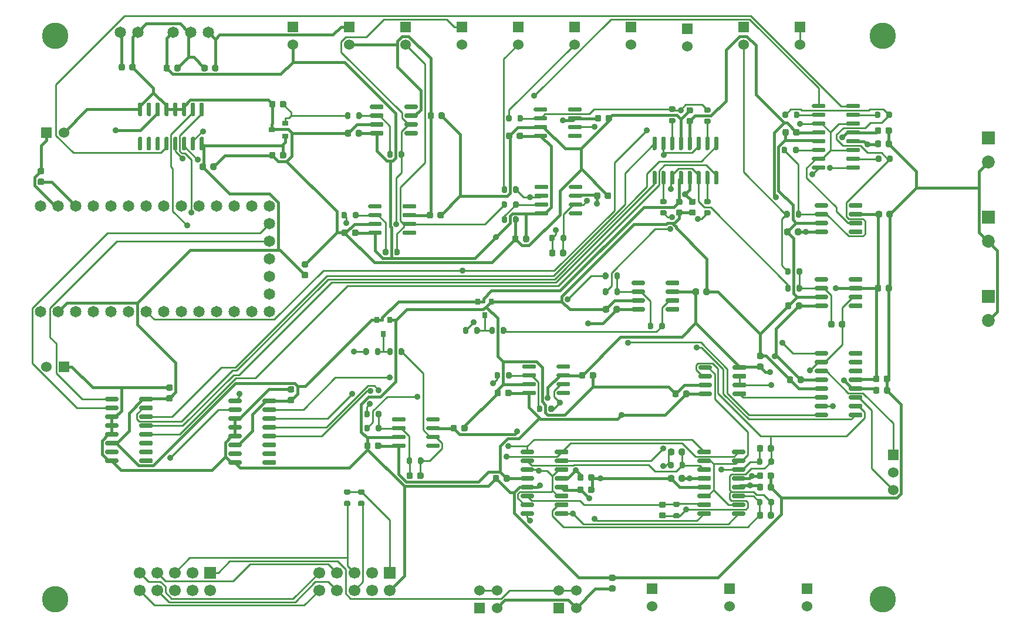
<source format=gtl>
%TF.GenerationSoftware,KiCad,Pcbnew,5.1.7-a382d34a8~87~ubuntu18.04.1*%
%TF.CreationDate,2023-01-26T10:12:30-08:00*%
%TF.ProjectId,potentiostat,706f7465-6e74-4696-9f73-7461742e6b69,rev?*%
%TF.SameCoordinates,Original*%
%TF.FileFunction,Copper,L1,Top*%
%TF.FilePolarity,Positive*%
%FSLAX46Y46*%
G04 Gerber Fmt 4.6, Leading zero omitted, Abs format (unit mm)*
G04 Created by KiCad (PCBNEW 5.1.7-a382d34a8~87~ubuntu18.04.1) date 2023-01-26 10:12:30*
%MOMM*%
%LPD*%
G01*
G04 APERTURE LIST*
%TA.AperFunction,ComponentPad*%
%ADD10C,1.651000*%
%TD*%
%TA.AperFunction,ComponentPad*%
%ADD11R,1.524000X1.524000*%
%TD*%
%TA.AperFunction,ComponentPad*%
%ADD12C,1.524000*%
%TD*%
%TA.AperFunction,ComponentPad*%
%ADD13C,1.700000*%
%TD*%
%TA.AperFunction,ComponentPad*%
%ADD14R,1.700000X1.700000*%
%TD*%
%TA.AperFunction,ComponentPad*%
%ADD15C,3.810000*%
%TD*%
%TA.AperFunction,SMDPad,CuDef*%
%ADD16R,0.800000X0.900000*%
%TD*%
%TA.AperFunction,SMDPad,CuDef*%
%ADD17R,0.900000X0.800000*%
%TD*%
%TA.AperFunction,ComponentPad*%
%ADD18R,1.854200X1.854200*%
%TD*%
%TA.AperFunction,ComponentPad*%
%ADD19C,1.854200*%
%TD*%
%TA.AperFunction,ViaPad*%
%ADD20C,0.889000*%
%TD*%
%TA.AperFunction,Conductor*%
%ADD21C,0.381000*%
%TD*%
%TA.AperFunction,Conductor*%
%ADD22C,0.254000*%
%TD*%
G04 APERTURE END LIST*
D10*
%TO.P,U2,33*%
%TO.N,Net-(U2-Pad33)*%
X52540000Y-79180000D03*
%TO.P,U2,32*%
%TO.N,/GND*%
X55080000Y-79180000D03*
%TO.P,U2,31*%
%TO.N,/5V*%
X57620000Y-79180000D03*
%TO.P,U2,30*%
%TO.N,/SW_WRK_ELECT*%
X60160000Y-79180000D03*
%TO.P,U2,29*%
%TO.N,/SW_REF_ELECT*%
X62700000Y-79180000D03*
%TO.P,U2,28*%
%TO.N,/SW_CTR_ELECT*%
X65240000Y-79180000D03*
%TO.P,U2,27*%
%TO.N,/TIA_GAIN_A1*%
X67780000Y-79180000D03*
%TO.P,U2,26*%
%TO.N,/TIA_GAIN_A0*%
X70320000Y-79180000D03*
%TO.P,U2,25*%
%TO.N,/D7*%
X72860000Y-79180000D03*
%TO.P,U2,24*%
%TO.N,Net-(U2-Pad24)*%
X75400000Y-79180000D03*
%TO.P,U2,23*%
%TO.N,/SCL*%
X77940000Y-79180000D03*
%TO.P,U2,22*%
%TO.N,/SDA*%
X80480000Y-79180000D03*
%TO.P,U2,21*%
%TO.N,/TX_D1*%
X83020000Y-79180000D03*
%TO.P,U2,20*%
%TO.N,/RX_D0*%
X85560000Y-79180000D03*
%TO.P,U2,19*%
%TO.N,/DAC_GAIN_A1*%
X85560000Y-81720000D03*
%TO.P,U2,18*%
%TO.N,/DAC_GAIN_A0*%
X85560000Y-84260000D03*
%TO.P,U2,17*%
%TO.N,Net-(U2-Pad17)*%
X85560000Y-86800000D03*
%TO.P,U2,16*%
%TO.N,Net-(U2-Pad16)*%
X85560000Y-89340000D03*
%TO.P,U2,15*%
%TO.N,Net-(U2-Pad15)*%
X85560000Y-91880000D03*
%TO.P,U2,14*%
%TO.N,/CS*%
X85560000Y-94420000D03*
%TO.P,U2,13*%
%TO.N,/POCI*%
X83020000Y-94420000D03*
%TO.P,U2,12*%
%TO.N,/PICO*%
X80480000Y-94420000D03*
%TO.P,U2,11*%
%TO.N,/SCK*%
X77940000Y-94420000D03*
%TO.P,U2,10*%
%TO.N,/REF_GAIN_A1*%
X75400000Y-94420000D03*
%TO.P,U2,9*%
%TO.N,/REF_GAIN_A0*%
X72860000Y-94420000D03*
%TO.P,U2,8*%
%TO.N,/A3_D17*%
X70320000Y-94420000D03*
%TO.P,U2,7*%
%TO.N,/REF_ELECT_UNI*%
X67780000Y-94420000D03*
%TO.P,U2,6*%
%TO.N,/TIA_OUT_UNI*%
X65240000Y-94420000D03*
%TO.P,U2,5*%
%TO.N,/DAC_UNI*%
X62700000Y-94420000D03*
%TO.P,U2,4*%
%TO.N,Net-(U2-Pad4)*%
X60160000Y-94420000D03*
%TO.P,U2,3*%
%TO.N,Net-(U2-Pad3)*%
X57620000Y-94420000D03*
%TO.P,U2,2*%
%TO.N,/3V3*%
X55080000Y-94420000D03*
%TO.P,U2,1*%
%TO.N,Net-(U2-Pad1)*%
X52540000Y-94420000D03*
%TD*%
D11*
%TO.P,P5,1*%
%TO.N,/GND*%
X53340000Y-68580000D03*
D12*
%TO.P,P5,2*%
X55880000Y-68580000D03*
%TD*%
%TO.P,C3,2*%
%TO.N,/GND*%
%TA.AperFunction,SMDPad,CuDef*%
G36*
G01*
X174188000Y-104390000D02*
X174188000Y-103890000D01*
G75*
G02*
X174413000Y-103665000I225000J0D01*
G01*
X174863000Y-103665000D01*
G75*
G02*
X175088000Y-103890000I0J-225000D01*
G01*
X175088000Y-104390000D01*
G75*
G02*
X174863000Y-104615000I-225000J0D01*
G01*
X174413000Y-104615000D01*
G75*
G02*
X174188000Y-104390000I0J225000D01*
G01*
G37*
%TD.AperFunction*%
%TO.P,C3,1*%
%TO.N,/+15V*%
%TA.AperFunction,SMDPad,CuDef*%
G36*
G01*
X172638000Y-104390000D02*
X172638000Y-103890000D01*
G75*
G02*
X172863000Y-103665000I225000J0D01*
G01*
X173313000Y-103665000D01*
G75*
G02*
X173538000Y-103890000I0J-225000D01*
G01*
X173538000Y-104390000D01*
G75*
G02*
X173313000Y-104615000I-225000J0D01*
G01*
X172863000Y-104615000D01*
G75*
G02*
X172638000Y-104390000I0J225000D01*
G01*
G37*
%TD.AperFunction*%
%TD*%
%TO.P,U11,1*%
%TO.N,Net-(U11-Pad1)*%
%TA.AperFunction,SMDPad,CuDef*%
G36*
G01*
X123804000Y-76604000D02*
X123804000Y-76304000D01*
G75*
G02*
X123954000Y-76154000I150000J0D01*
G01*
X125604000Y-76154000D01*
G75*
G02*
X125754000Y-76304000I0J-150000D01*
G01*
X125754000Y-76604000D01*
G75*
G02*
X125604000Y-76754000I-150000J0D01*
G01*
X123954000Y-76754000D01*
G75*
G02*
X123804000Y-76604000I0J150000D01*
G01*
G37*
%TD.AperFunction*%
%TO.P,U11,2*%
%TO.N,Net-(C6-Pad2)*%
%TA.AperFunction,SMDPad,CuDef*%
G36*
G01*
X123804000Y-77874000D02*
X123804000Y-77574000D01*
G75*
G02*
X123954000Y-77424000I150000J0D01*
G01*
X125604000Y-77424000D01*
G75*
G02*
X125754000Y-77574000I0J-150000D01*
G01*
X125754000Y-77874000D01*
G75*
G02*
X125604000Y-78024000I-150000J0D01*
G01*
X123954000Y-78024000D01*
G75*
G02*
X123804000Y-77874000I0J150000D01*
G01*
G37*
%TD.AperFunction*%
%TO.P,U11,3*%
%TO.N,Net-(R2-Pad1)*%
%TA.AperFunction,SMDPad,CuDef*%
G36*
G01*
X123804000Y-79144000D02*
X123804000Y-78844000D01*
G75*
G02*
X123954000Y-78694000I150000J0D01*
G01*
X125604000Y-78694000D01*
G75*
G02*
X125754000Y-78844000I0J-150000D01*
G01*
X125754000Y-79144000D01*
G75*
G02*
X125604000Y-79294000I-150000J0D01*
G01*
X123954000Y-79294000D01*
G75*
G02*
X123804000Y-79144000I0J150000D01*
G01*
G37*
%TD.AperFunction*%
%TO.P,U11,4*%
%TO.N,/-15V*%
%TA.AperFunction,SMDPad,CuDef*%
G36*
G01*
X123804000Y-80414000D02*
X123804000Y-80114000D01*
G75*
G02*
X123954000Y-79964000I150000J0D01*
G01*
X125604000Y-79964000D01*
G75*
G02*
X125754000Y-80114000I0J-150000D01*
G01*
X125754000Y-80414000D01*
G75*
G02*
X125604000Y-80564000I-150000J0D01*
G01*
X123954000Y-80564000D01*
G75*
G02*
X123804000Y-80414000I0J150000D01*
G01*
G37*
%TD.AperFunction*%
%TO.P,U11,5*%
%TO.N,Net-(U11-Pad5)*%
%TA.AperFunction,SMDPad,CuDef*%
G36*
G01*
X128754000Y-80414000D02*
X128754000Y-80114000D01*
G75*
G02*
X128904000Y-79964000I150000J0D01*
G01*
X130554000Y-79964000D01*
G75*
G02*
X130704000Y-80114000I0J-150000D01*
G01*
X130704000Y-80414000D01*
G75*
G02*
X130554000Y-80564000I-150000J0D01*
G01*
X128904000Y-80564000D01*
G75*
G02*
X128754000Y-80414000I0J150000D01*
G01*
G37*
%TD.AperFunction*%
%TO.P,U11,6*%
%TO.N,/DAC_BIP*%
%TA.AperFunction,SMDPad,CuDef*%
G36*
G01*
X128754000Y-79144000D02*
X128754000Y-78844000D01*
G75*
G02*
X128904000Y-78694000I150000J0D01*
G01*
X130554000Y-78694000D01*
G75*
G02*
X130704000Y-78844000I0J-150000D01*
G01*
X130704000Y-79144000D01*
G75*
G02*
X130554000Y-79294000I-150000J0D01*
G01*
X128904000Y-79294000D01*
G75*
G02*
X128754000Y-79144000I0J150000D01*
G01*
G37*
%TD.AperFunction*%
%TO.P,U11,7*%
%TO.N,/+15V*%
%TA.AperFunction,SMDPad,CuDef*%
G36*
G01*
X128754000Y-77874000D02*
X128754000Y-77574000D01*
G75*
G02*
X128904000Y-77424000I150000J0D01*
G01*
X130554000Y-77424000D01*
G75*
G02*
X130704000Y-77574000I0J-150000D01*
G01*
X130704000Y-77874000D01*
G75*
G02*
X130554000Y-78024000I-150000J0D01*
G01*
X128904000Y-78024000D01*
G75*
G02*
X128754000Y-77874000I0J150000D01*
G01*
G37*
%TD.AperFunction*%
%TO.P,U11,8*%
%TO.N,Net-(U11-Pad8)*%
%TA.AperFunction,SMDPad,CuDef*%
G36*
G01*
X128754000Y-76604000D02*
X128754000Y-76304000D01*
G75*
G02*
X128904000Y-76154000I150000J0D01*
G01*
X130554000Y-76154000D01*
G75*
G02*
X130704000Y-76304000I0J-150000D01*
G01*
X130704000Y-76604000D01*
G75*
G02*
X130554000Y-76754000I-150000J0D01*
G01*
X128904000Y-76754000D01*
G75*
G02*
X128754000Y-76604000I0J150000D01*
G01*
G37*
%TD.AperFunction*%
%TD*%
D11*
%TO.P,K1,1*%
%TO.N,/CTR_ELECT_OUT*%
X175514000Y-115062000D03*
D12*
%TO.P,K1,2*%
%TO.N,/REF_ELECT_OUT*%
X175514000Y-117602000D03*
%TO.P,K1,3*%
%TO.N,/WRK_ELECT_OUT*%
X175514000Y-120142000D03*
%TD*%
D13*
%TO.P,P14,10*%
%TO.N,/CS*%
X66802000Y-134620000D03*
%TO.P,P14,9*%
%TO.N,/SCK*%
X66802000Y-132080000D03*
%TO.P,P14,8*%
%TO.N,/PICO*%
X69342000Y-134620000D03*
%TO.P,P14,7*%
%TO.N,/POCI*%
X69342000Y-132080000D03*
%TO.P,P14,6*%
%TO.N,/SDA*%
X71882000Y-134620000D03*
%TO.P,P14,5*%
%TO.N,/SCL*%
X71882000Y-132080000D03*
%TO.P,P14,4*%
%TO.N,/A3_D17*%
X74422000Y-134620000D03*
%TO.P,P14,3*%
%TO.N,/D7*%
X74422000Y-132080000D03*
%TO.P,P14,2*%
%TO.N,/GND*%
X76962000Y-134620000D03*
D14*
%TO.P,P14,1*%
%TO.N,/VEXP*%
X76962000Y-132080000D03*
%TD*%
D13*
%TO.P,P13,10*%
%TO.N,/CS*%
X92710000Y-134620000D03*
%TO.P,P13,9*%
%TO.N,/SCK*%
X92710000Y-132080000D03*
%TO.P,P13,8*%
%TO.N,/PICO*%
X95250000Y-134620000D03*
%TO.P,P13,7*%
%TO.N,/POCI*%
X95250000Y-132080000D03*
%TO.P,P13,6*%
%TO.N,/SDA*%
X97790000Y-134620000D03*
%TO.P,P13,5*%
%TO.N,/SCL*%
X97790000Y-132080000D03*
%TO.P,P13,4*%
%TO.N,/RX_D0*%
X100330000Y-134620000D03*
%TO.P,P13,3*%
%TO.N,/TX_D1*%
X100330000Y-132080000D03*
%TO.P,P13,2*%
%TO.N,/GND*%
X102870000Y-134620000D03*
D14*
%TO.P,P13,1*%
%TO.N,/VUEXT*%
X102870000Y-132080000D03*
%TD*%
D11*
%TO.P,P7,1*%
%TO.N,/DAC_BIP*%
X129540000Y-53340000D03*
D12*
%TO.P,P7,2*%
X129540000Y-55880000D03*
%TD*%
D11*
%TO.P,P9,1*%
%TO.N,/DAC_BIP_NX*%
X137668000Y-53340000D03*
D12*
%TO.P,P9,2*%
X137668000Y-55880000D03*
%TD*%
D11*
%TO.P,P20,1*%
%TO.N,/CTR_ELECT*%
X163068000Y-134366000D03*
D12*
%TO.P,P20,2*%
X163068000Y-136906000D03*
%TD*%
%TO.P,P21,2*%
%TO.N,/REF_ELECT_UNI*%
X145796000Y-56134000D03*
D11*
%TO.P,P21,1*%
X145796000Y-53594000D03*
%TD*%
%TO.P,P19,1*%
%TO.N,/REF_ELECT_BUF*%
X153924000Y-53340000D03*
D12*
%TO.P,P19,2*%
X153924000Y-55880000D03*
%TD*%
D11*
%TO.P,P6,1*%
%TO.N,/DAC_UNI*%
X121412000Y-53340000D03*
D12*
%TO.P,P6,2*%
X121412000Y-55880000D03*
%TD*%
D11*
%TO.P,P10,1*%
%TO.N,/REF_0V6*%
X105156000Y-53340000D03*
D12*
%TO.P,P10,2*%
X105156000Y-55880000D03*
%TD*%
D11*
%TO.P,P12,1*%
%TO.N,/+15V*%
X97028000Y-53340000D03*
D12*
%TO.P,P12,2*%
X97028000Y-55880000D03*
%TD*%
D11*
%TO.P,P11,1*%
%TO.N,/-15V*%
X88900000Y-53340000D03*
D12*
%TO.P,P11,2*%
X88900000Y-55880000D03*
%TD*%
D11*
%TO.P,P4,1*%
%TO.N,/GND*%
X55880000Y-102362000D03*
D12*
%TO.P,P4,2*%
X53340000Y-102362000D03*
%TD*%
D11*
%TO.P,P18,1*%
%TO.N,/TIA_OUT_UNI*%
X140716000Y-134366000D03*
D12*
%TO.P,P18,2*%
X140716000Y-136906000D03*
%TD*%
D11*
%TO.P,P17,1*%
%TO.N,/TIA_OUT_BIP*%
X151892000Y-134366000D03*
D12*
%TO.P,P17,2*%
X151892000Y-136906000D03*
%TD*%
D11*
%TO.P,P8,1*%
%TO.N,/REF_NEG_0V6*%
X113284000Y-53340000D03*
D12*
%TO.P,P8,2*%
X113284000Y-55880000D03*
%TD*%
D11*
%TO.P,P16,1*%
%TO.N,/5V*%
X127254000Y-137160000D03*
D12*
%TO.P,P16,2*%
%TO.N,/VEXP*%
X127254000Y-134620000D03*
%TO.P,P16,3*%
%TO.N,/3V3*%
X129794000Y-137160000D03*
%TO.P,P16,4*%
%TO.N,/VEXP*%
X129794000Y-134620000D03*
%TD*%
D11*
%TO.P,P15,1*%
%TO.N,/5V*%
X115824000Y-137160000D03*
D12*
%TO.P,P15,2*%
%TO.N,/VUEXT*%
X115824000Y-134620000D03*
%TO.P,P15,3*%
%TO.N,/3V3*%
X118364000Y-137160000D03*
%TO.P,P15,4*%
%TO.N,/VUEXT*%
X118364000Y-134620000D03*
%TD*%
D15*
%TO.P,H3,*%
%TO.N,*%
X173990000Y-135890000D03*
%TD*%
%TO.P,H4,*%
%TO.N,*%
X54610000Y-135890000D03*
%TD*%
%TO.P,H1,*%
%TO.N,*%
X54610000Y-54610000D03*
%TD*%
%TO.P,H2,*%
%TO.N,*%
X173990000Y-54610000D03*
%TD*%
%TO.P,C1,2*%
%TO.N,/GND*%
%TA.AperFunction,SMDPad,CuDef*%
G36*
G01*
X86416000Y-71632000D02*
X86416000Y-72132000D01*
G75*
G02*
X86191000Y-72357000I-225000J0D01*
G01*
X85741000Y-72357000D01*
G75*
G02*
X85516000Y-72132000I0J225000D01*
G01*
X85516000Y-71632000D01*
G75*
G02*
X85741000Y-71407000I225000J0D01*
G01*
X86191000Y-71407000D01*
G75*
G02*
X86416000Y-71632000I0J-225000D01*
G01*
G37*
%TD.AperFunction*%
%TO.P,C1,1*%
%TO.N,/3V3*%
%TA.AperFunction,SMDPad,CuDef*%
G36*
G01*
X87966000Y-71632000D02*
X87966000Y-72132000D01*
G75*
G02*
X87741000Y-72357000I-225000J0D01*
G01*
X87291000Y-72357000D01*
G75*
G02*
X87066000Y-72132000I0J225000D01*
G01*
X87066000Y-71632000D01*
G75*
G02*
X87291000Y-71407000I225000J0D01*
G01*
X87741000Y-71407000D01*
G75*
G02*
X87966000Y-71632000I0J-225000D01*
G01*
G37*
%TD.AperFunction*%
%TD*%
%TO.P,C2,1*%
%TO.N,/-15V*%
%TA.AperFunction,SMDPad,CuDef*%
G36*
G01*
X162642000Y-104017000D02*
X162642000Y-104517000D01*
G75*
G02*
X162417000Y-104742000I-225000J0D01*
G01*
X161967000Y-104742000D01*
G75*
G02*
X161742000Y-104517000I0J225000D01*
G01*
X161742000Y-104017000D01*
G75*
G02*
X161967000Y-103792000I225000J0D01*
G01*
X162417000Y-103792000D01*
G75*
G02*
X162642000Y-104017000I0J-225000D01*
G01*
G37*
%TD.AperFunction*%
%TO.P,C2,2*%
%TO.N,/GND*%
%TA.AperFunction,SMDPad,CuDef*%
G36*
G01*
X161092000Y-104017000D02*
X161092000Y-104517000D01*
G75*
G02*
X160867000Y-104742000I-225000J0D01*
G01*
X160417000Y-104742000D01*
G75*
G02*
X160192000Y-104517000I0J225000D01*
G01*
X160192000Y-104017000D01*
G75*
G02*
X160417000Y-103792000I225000J0D01*
G01*
X160867000Y-103792000D01*
G75*
G02*
X161092000Y-104017000I0J-225000D01*
G01*
G37*
%TD.AperFunction*%
%TD*%
%TO.P,C4,2*%
%TO.N,/GND*%
%TA.AperFunction,SMDPad,CuDef*%
G36*
G01*
X174188000Y-106041000D02*
X174188000Y-105541000D01*
G75*
G02*
X174413000Y-105316000I225000J0D01*
G01*
X174863000Y-105316000D01*
G75*
G02*
X175088000Y-105541000I0J-225000D01*
G01*
X175088000Y-106041000D01*
G75*
G02*
X174863000Y-106266000I-225000J0D01*
G01*
X174413000Y-106266000D01*
G75*
G02*
X174188000Y-106041000I0J225000D01*
G01*
G37*
%TD.AperFunction*%
%TO.P,C4,1*%
%TO.N,/3V3*%
%TA.AperFunction,SMDPad,CuDef*%
G36*
G01*
X172638000Y-106041000D02*
X172638000Y-105541000D01*
G75*
G02*
X172863000Y-105316000I225000J0D01*
G01*
X173313000Y-105316000D01*
G75*
G02*
X173538000Y-105541000I0J-225000D01*
G01*
X173538000Y-106041000D01*
G75*
G02*
X173313000Y-106266000I-225000J0D01*
G01*
X172863000Y-106266000D01*
G75*
G02*
X172638000Y-106041000I0J225000D01*
G01*
G37*
%TD.AperFunction*%
%TD*%
%TO.P,C5,1*%
%TO.N,/REF_3V*%
%TA.AperFunction,SMDPad,CuDef*%
G36*
G01*
X87966000Y-64266000D02*
X87966000Y-64766000D01*
G75*
G02*
X87741000Y-64991000I-225000J0D01*
G01*
X87291000Y-64991000D01*
G75*
G02*
X87066000Y-64766000I0J225000D01*
G01*
X87066000Y-64266000D01*
G75*
G02*
X87291000Y-64041000I225000J0D01*
G01*
X87741000Y-64041000D01*
G75*
G02*
X87966000Y-64266000I0J-225000D01*
G01*
G37*
%TD.AperFunction*%
%TO.P,C5,2*%
%TO.N,/GND*%
%TA.AperFunction,SMDPad,CuDef*%
G36*
G01*
X86416000Y-64266000D02*
X86416000Y-64766000D01*
G75*
G02*
X86191000Y-64991000I-225000J0D01*
G01*
X85741000Y-64991000D01*
G75*
G02*
X85516000Y-64766000I0J225000D01*
G01*
X85516000Y-64266000D01*
G75*
G02*
X85741000Y-64041000I225000J0D01*
G01*
X86191000Y-64041000D01*
G75*
G02*
X86416000Y-64266000I0J-225000D01*
G01*
G37*
%TD.AperFunction*%
%TD*%
%TO.P,C6,2*%
%TO.N,Net-(C6-Pad2)*%
%TA.AperFunction,SMDPad,CuDef*%
G36*
G01*
X126802000Y-85729000D02*
X126802000Y-86229000D01*
G75*
G02*
X126577000Y-86454000I-225000J0D01*
G01*
X126127000Y-86454000D01*
G75*
G02*
X125902000Y-86229000I0J225000D01*
G01*
X125902000Y-85729000D01*
G75*
G02*
X126127000Y-85504000I225000J0D01*
G01*
X126577000Y-85504000D01*
G75*
G02*
X126802000Y-85729000I0J-225000D01*
G01*
G37*
%TD.AperFunction*%
%TO.P,C6,1*%
%TO.N,/DAC_BIP*%
%TA.AperFunction,SMDPad,CuDef*%
G36*
G01*
X128352000Y-85729000D02*
X128352000Y-86229000D01*
G75*
G02*
X128127000Y-86454000I-225000J0D01*
G01*
X127677000Y-86454000D01*
G75*
G02*
X127452000Y-86229000I0J225000D01*
G01*
X127452000Y-85729000D01*
G75*
G02*
X127677000Y-85504000I225000J0D01*
G01*
X128127000Y-85504000D01*
G75*
G02*
X128352000Y-85729000I0J-225000D01*
G01*
G37*
%TD.AperFunction*%
%TD*%
%TO.P,C7,1*%
%TO.N,/5V*%
%TA.AperFunction,SMDPad,CuDef*%
G36*
G01*
X52828000Y-76155000D02*
X52328000Y-76155000D01*
G75*
G02*
X52103000Y-75930000I0J225000D01*
G01*
X52103000Y-75480000D01*
G75*
G02*
X52328000Y-75255000I225000J0D01*
G01*
X52828000Y-75255000D01*
G75*
G02*
X53053000Y-75480000I0J-225000D01*
G01*
X53053000Y-75930000D01*
G75*
G02*
X52828000Y-76155000I-225000J0D01*
G01*
G37*
%TD.AperFunction*%
%TO.P,C7,2*%
%TO.N,/GND*%
%TA.AperFunction,SMDPad,CuDef*%
G36*
G01*
X52828000Y-74605000D02*
X52328000Y-74605000D01*
G75*
G02*
X52103000Y-74380000I0J225000D01*
G01*
X52103000Y-73930000D01*
G75*
G02*
X52328000Y-73705000I225000J0D01*
G01*
X52828000Y-73705000D01*
G75*
G02*
X53053000Y-73930000I0J-225000D01*
G01*
X53053000Y-74380000D01*
G75*
G02*
X52828000Y-74605000I-225000J0D01*
G01*
G37*
%TD.AperFunction*%
%TD*%
%TO.P,C8,2*%
%TO.N,/GND*%
%TA.AperFunction,SMDPad,CuDef*%
G36*
G01*
X90928000Y-88067000D02*
X90428000Y-88067000D01*
G75*
G02*
X90203000Y-87842000I0J225000D01*
G01*
X90203000Y-87392000D01*
G75*
G02*
X90428000Y-87167000I225000J0D01*
G01*
X90928000Y-87167000D01*
G75*
G02*
X91153000Y-87392000I0J-225000D01*
G01*
X91153000Y-87842000D01*
G75*
G02*
X90928000Y-88067000I-225000J0D01*
G01*
G37*
%TD.AperFunction*%
%TO.P,C8,1*%
%TO.N,/3V3*%
%TA.AperFunction,SMDPad,CuDef*%
G36*
G01*
X90928000Y-89617000D02*
X90428000Y-89617000D01*
G75*
G02*
X90203000Y-89392000I0J225000D01*
G01*
X90203000Y-88942000D01*
G75*
G02*
X90428000Y-88717000I225000J0D01*
G01*
X90928000Y-88717000D01*
G75*
G02*
X91153000Y-88942000I0J-225000D01*
G01*
X91153000Y-89392000D01*
G75*
G02*
X90928000Y-89617000I-225000J0D01*
G01*
G37*
%TD.AperFunction*%
%TD*%
%TO.P,C9,1*%
%TO.N,/3V3*%
%TA.AperFunction,SMDPad,CuDef*%
G36*
G01*
X135251000Y-134829000D02*
X134751000Y-134829000D01*
G75*
G02*
X134526000Y-134604000I0J225000D01*
G01*
X134526000Y-134154000D01*
G75*
G02*
X134751000Y-133929000I225000J0D01*
G01*
X135251000Y-133929000D01*
G75*
G02*
X135476000Y-134154000I0J-225000D01*
G01*
X135476000Y-134604000D01*
G75*
G02*
X135251000Y-134829000I-225000J0D01*
G01*
G37*
%TD.AperFunction*%
%TO.P,C9,2*%
%TO.N,/GND*%
%TA.AperFunction,SMDPad,CuDef*%
G36*
G01*
X135251000Y-133279000D02*
X134751000Y-133279000D01*
G75*
G02*
X134526000Y-133054000I0J225000D01*
G01*
X134526000Y-132604000D01*
G75*
G02*
X134751000Y-132379000I225000J0D01*
G01*
X135251000Y-132379000D01*
G75*
G02*
X135476000Y-132604000I0J-225000D01*
G01*
X135476000Y-133054000D01*
G75*
G02*
X135251000Y-133279000I-225000J0D01*
G01*
G37*
%TD.AperFunction*%
%TD*%
%TO.P,C10,2*%
%TO.N,/GND*%
%TA.AperFunction,SMDPad,CuDef*%
G36*
G01*
X71370000Y-105847000D02*
X70870000Y-105847000D01*
G75*
G02*
X70645000Y-105622000I0J225000D01*
G01*
X70645000Y-105172000D01*
G75*
G02*
X70870000Y-104947000I225000J0D01*
G01*
X71370000Y-104947000D01*
G75*
G02*
X71595000Y-105172000I0J-225000D01*
G01*
X71595000Y-105622000D01*
G75*
G02*
X71370000Y-105847000I-225000J0D01*
G01*
G37*
%TD.AperFunction*%
%TO.P,C10,1*%
%TO.N,/3V3*%
%TA.AperFunction,SMDPad,CuDef*%
G36*
G01*
X71370000Y-107397000D02*
X70870000Y-107397000D01*
G75*
G02*
X70645000Y-107172000I0J225000D01*
G01*
X70645000Y-106722000D01*
G75*
G02*
X70870000Y-106497000I225000J0D01*
G01*
X71370000Y-106497000D01*
G75*
G02*
X71595000Y-106722000I0J-225000D01*
G01*
X71595000Y-107172000D01*
G75*
G02*
X71370000Y-107397000I-225000J0D01*
G01*
G37*
%TD.AperFunction*%
%TD*%
%TO.P,C11,1*%
%TO.N,/-15V*%
%TA.AperFunction,SMDPad,CuDef*%
G36*
G01*
X123018000Y-83697000D02*
X123018000Y-84197000D01*
G75*
G02*
X122793000Y-84422000I-225000J0D01*
G01*
X122343000Y-84422000D01*
G75*
G02*
X122118000Y-84197000I0J225000D01*
G01*
X122118000Y-83697000D01*
G75*
G02*
X122343000Y-83472000I225000J0D01*
G01*
X122793000Y-83472000D01*
G75*
G02*
X123018000Y-83697000I0J-225000D01*
G01*
G37*
%TD.AperFunction*%
%TO.P,C11,2*%
%TO.N,/GND*%
%TA.AperFunction,SMDPad,CuDef*%
G36*
G01*
X121468000Y-83697000D02*
X121468000Y-84197000D01*
G75*
G02*
X121243000Y-84422000I-225000J0D01*
G01*
X120793000Y-84422000D01*
G75*
G02*
X120568000Y-84197000I0J225000D01*
G01*
X120568000Y-83697000D01*
G75*
G02*
X120793000Y-83472000I225000J0D01*
G01*
X121243000Y-83472000D01*
G75*
G02*
X121468000Y-83697000I0J-225000D01*
G01*
G37*
%TD.AperFunction*%
%TD*%
%TO.P,C12,2*%
%TO.N,/GND*%
%TA.AperFunction,SMDPad,CuDef*%
G36*
G01*
X97338000Y-68457000D02*
X97338000Y-68957000D01*
G75*
G02*
X97113000Y-69182000I-225000J0D01*
G01*
X96663000Y-69182000D01*
G75*
G02*
X96438000Y-68957000I0J225000D01*
G01*
X96438000Y-68457000D01*
G75*
G02*
X96663000Y-68232000I225000J0D01*
G01*
X97113000Y-68232000D01*
G75*
G02*
X97338000Y-68457000I0J-225000D01*
G01*
G37*
%TD.AperFunction*%
%TO.P,C12,1*%
%TO.N,/-15V*%
%TA.AperFunction,SMDPad,CuDef*%
G36*
G01*
X98888000Y-68457000D02*
X98888000Y-68957000D01*
G75*
G02*
X98663000Y-69182000I-225000J0D01*
G01*
X98213000Y-69182000D01*
G75*
G02*
X97988000Y-68957000I0J225000D01*
G01*
X97988000Y-68457000D01*
G75*
G02*
X98213000Y-68232000I225000J0D01*
G01*
X98663000Y-68232000D01*
G75*
G02*
X98888000Y-68457000I0J-225000D01*
G01*
G37*
%TD.AperFunction*%
%TD*%
%TO.P,C13,1*%
%TO.N,/3V3*%
%TA.AperFunction,SMDPad,CuDef*%
G36*
G01*
X144403000Y-78150000D02*
X144903000Y-78150000D01*
G75*
G02*
X145128000Y-78375000I0J-225000D01*
G01*
X145128000Y-78825000D01*
G75*
G02*
X144903000Y-79050000I-225000J0D01*
G01*
X144403000Y-79050000D01*
G75*
G02*
X144178000Y-78825000I0J225000D01*
G01*
X144178000Y-78375000D01*
G75*
G02*
X144403000Y-78150000I225000J0D01*
G01*
G37*
%TD.AperFunction*%
%TO.P,C13,2*%
%TO.N,/GND*%
%TA.AperFunction,SMDPad,CuDef*%
G36*
G01*
X144403000Y-79700000D02*
X144903000Y-79700000D01*
G75*
G02*
X145128000Y-79925000I0J-225000D01*
G01*
X145128000Y-80375000D01*
G75*
G02*
X144903000Y-80600000I-225000J0D01*
G01*
X144403000Y-80600000D01*
G75*
G02*
X144178000Y-80375000I0J225000D01*
G01*
X144178000Y-79925000D01*
G75*
G02*
X144403000Y-79700000I225000J0D01*
G01*
G37*
%TD.AperFunction*%
%TD*%
%TO.P,C14,1*%
%TO.N,/-15V*%
%TA.AperFunction,SMDPad,CuDef*%
G36*
G01*
X122129000Y-68838000D02*
X122129000Y-69338000D01*
G75*
G02*
X121904000Y-69563000I-225000J0D01*
G01*
X121454000Y-69563000D01*
G75*
G02*
X121229000Y-69338000I0J225000D01*
G01*
X121229000Y-68838000D01*
G75*
G02*
X121454000Y-68613000I225000J0D01*
G01*
X121904000Y-68613000D01*
G75*
G02*
X122129000Y-68838000I0J-225000D01*
G01*
G37*
%TD.AperFunction*%
%TO.P,C14,2*%
%TO.N,/GND*%
%TA.AperFunction,SMDPad,CuDef*%
G36*
G01*
X120579000Y-68838000D02*
X120579000Y-69338000D01*
G75*
G02*
X120354000Y-69563000I-225000J0D01*
G01*
X119904000Y-69563000D01*
G75*
G02*
X119679000Y-69338000I0J225000D01*
G01*
X119679000Y-68838000D01*
G75*
G02*
X119904000Y-68613000I225000J0D01*
G01*
X120354000Y-68613000D01*
G75*
G02*
X120579000Y-68838000I0J-225000D01*
G01*
G37*
%TD.AperFunction*%
%TD*%
%TO.P,C15,1*%
%TO.N,/-15V*%
%TA.AperFunction,SMDPad,CuDef*%
G36*
G01*
X98380000Y-82808000D02*
X98380000Y-83308000D01*
G75*
G02*
X98155000Y-83533000I-225000J0D01*
G01*
X97705000Y-83533000D01*
G75*
G02*
X97480000Y-83308000I0J225000D01*
G01*
X97480000Y-82808000D01*
G75*
G02*
X97705000Y-82583000I225000J0D01*
G01*
X98155000Y-82583000D01*
G75*
G02*
X98380000Y-82808000I0J-225000D01*
G01*
G37*
%TD.AperFunction*%
%TO.P,C15,2*%
%TO.N,/GND*%
%TA.AperFunction,SMDPad,CuDef*%
G36*
G01*
X96830000Y-82808000D02*
X96830000Y-83308000D01*
G75*
G02*
X96605000Y-83533000I-225000J0D01*
G01*
X96155000Y-83533000D01*
G75*
G02*
X95930000Y-83308000I0J225000D01*
G01*
X95930000Y-82808000D01*
G75*
G02*
X96155000Y-82583000I225000J0D01*
G01*
X96605000Y-82583000D01*
G75*
G02*
X96830000Y-82808000I0J-225000D01*
G01*
G37*
%TD.AperFunction*%
%TD*%
%TO.P,C16,2*%
%TO.N,/GND*%
%TA.AperFunction,SMDPad,CuDef*%
G36*
G01*
X133929000Y-77974000D02*
X133929000Y-77474000D01*
G75*
G02*
X134154000Y-77249000I225000J0D01*
G01*
X134604000Y-77249000D01*
G75*
G02*
X134829000Y-77474000I0J-225000D01*
G01*
X134829000Y-77974000D01*
G75*
G02*
X134604000Y-78199000I-225000J0D01*
G01*
X134154000Y-78199000D01*
G75*
G02*
X133929000Y-77974000I0J225000D01*
G01*
G37*
%TD.AperFunction*%
%TO.P,C16,1*%
%TO.N,/+15V*%
%TA.AperFunction,SMDPad,CuDef*%
G36*
G01*
X132379000Y-77974000D02*
X132379000Y-77474000D01*
G75*
G02*
X132604000Y-77249000I225000J0D01*
G01*
X133054000Y-77249000D01*
G75*
G02*
X133279000Y-77474000I0J-225000D01*
G01*
X133279000Y-77974000D01*
G75*
G02*
X133054000Y-78199000I-225000J0D01*
G01*
X132604000Y-78199000D01*
G75*
G02*
X132379000Y-77974000I0J225000D01*
G01*
G37*
%TD.AperFunction*%
%TD*%
%TO.P,C17,2*%
%TO.N,/GND*%
%TA.AperFunction,SMDPad,CuDef*%
G36*
G01*
X146427000Y-65842000D02*
X145927000Y-65842000D01*
G75*
G02*
X145702000Y-65617000I0J225000D01*
G01*
X145702000Y-65167000D01*
G75*
G02*
X145927000Y-64942000I225000J0D01*
G01*
X146427000Y-64942000D01*
G75*
G02*
X146652000Y-65167000I0J-225000D01*
G01*
X146652000Y-65617000D01*
G75*
G02*
X146427000Y-65842000I-225000J0D01*
G01*
G37*
%TD.AperFunction*%
%TO.P,C17,1*%
%TO.N,/-15V*%
%TA.AperFunction,SMDPad,CuDef*%
G36*
G01*
X146427000Y-67392000D02*
X145927000Y-67392000D01*
G75*
G02*
X145702000Y-67167000I0J225000D01*
G01*
X145702000Y-66717000D01*
G75*
G02*
X145927000Y-66492000I225000J0D01*
G01*
X146427000Y-66492000D01*
G75*
G02*
X146652000Y-66717000I0J-225000D01*
G01*
X146652000Y-67167000D01*
G75*
G02*
X146427000Y-67392000I-225000J0D01*
G01*
G37*
%TD.AperFunction*%
%TD*%
%TO.P,C18,2*%
%TO.N,/GND*%
%TA.AperFunction,SMDPad,CuDef*%
G36*
G01*
X109926000Y-66417000D02*
X109926000Y-65917000D01*
G75*
G02*
X110151000Y-65692000I225000J0D01*
G01*
X110601000Y-65692000D01*
G75*
G02*
X110826000Y-65917000I0J-225000D01*
G01*
X110826000Y-66417000D01*
G75*
G02*
X110601000Y-66642000I-225000J0D01*
G01*
X110151000Y-66642000D01*
G75*
G02*
X109926000Y-66417000I0J225000D01*
G01*
G37*
%TD.AperFunction*%
%TO.P,C18,1*%
%TO.N,/+15V*%
%TA.AperFunction,SMDPad,CuDef*%
G36*
G01*
X108376000Y-66417000D02*
X108376000Y-65917000D01*
G75*
G02*
X108601000Y-65692000I225000J0D01*
G01*
X109051000Y-65692000D01*
G75*
G02*
X109276000Y-65917000I0J-225000D01*
G01*
X109276000Y-66417000D01*
G75*
G02*
X109051000Y-66642000I-225000J0D01*
G01*
X108601000Y-66642000D01*
G75*
G02*
X108376000Y-66417000I0J225000D01*
G01*
G37*
%TD.AperFunction*%
%TD*%
%TO.P,C19,2*%
%TO.N,/GND*%
%TA.AperFunction,SMDPad,CuDef*%
G36*
G01*
X134056000Y-66798000D02*
X134056000Y-66298000D01*
G75*
G02*
X134281000Y-66073000I225000J0D01*
G01*
X134731000Y-66073000D01*
G75*
G02*
X134956000Y-66298000I0J-225000D01*
G01*
X134956000Y-66798000D01*
G75*
G02*
X134731000Y-67023000I-225000J0D01*
G01*
X134281000Y-67023000D01*
G75*
G02*
X134056000Y-66798000I0J225000D01*
G01*
G37*
%TD.AperFunction*%
%TO.P,C19,1*%
%TO.N,/+15V*%
%TA.AperFunction,SMDPad,CuDef*%
G36*
G01*
X132506000Y-66798000D02*
X132506000Y-66298000D01*
G75*
G02*
X132731000Y-66073000I225000J0D01*
G01*
X133181000Y-66073000D01*
G75*
G02*
X133406000Y-66298000I0J-225000D01*
G01*
X133406000Y-66798000D01*
G75*
G02*
X133181000Y-67023000I-225000J0D01*
G01*
X132731000Y-67023000D01*
G75*
G02*
X132506000Y-66798000I0J225000D01*
G01*
G37*
%TD.AperFunction*%
%TD*%
%TO.P,C20,1*%
%TO.N,/+15V*%
%TA.AperFunction,SMDPad,CuDef*%
G36*
G01*
X146308000Y-78150000D02*
X146808000Y-78150000D01*
G75*
G02*
X147033000Y-78375000I0J-225000D01*
G01*
X147033000Y-78825000D01*
G75*
G02*
X146808000Y-79050000I-225000J0D01*
G01*
X146308000Y-79050000D01*
G75*
G02*
X146083000Y-78825000I0J225000D01*
G01*
X146083000Y-78375000D01*
G75*
G02*
X146308000Y-78150000I225000J0D01*
G01*
G37*
%TD.AperFunction*%
%TO.P,C20,2*%
%TO.N,/GND*%
%TA.AperFunction,SMDPad,CuDef*%
G36*
G01*
X146308000Y-79700000D02*
X146808000Y-79700000D01*
G75*
G02*
X147033000Y-79925000I0J-225000D01*
G01*
X147033000Y-80375000D01*
G75*
G02*
X146808000Y-80600000I-225000J0D01*
G01*
X146308000Y-80600000D01*
G75*
G02*
X146083000Y-80375000I0J225000D01*
G01*
X146083000Y-79925000D01*
G75*
G02*
X146308000Y-79700000I225000J0D01*
G01*
G37*
%TD.AperFunction*%
%TD*%
%TO.P,C21,1*%
%TO.N,/+15V*%
%TA.AperFunction,SMDPad,CuDef*%
G36*
G01*
X108249000Y-80768000D02*
X108249000Y-80268000D01*
G75*
G02*
X108474000Y-80043000I225000J0D01*
G01*
X108924000Y-80043000D01*
G75*
G02*
X109149000Y-80268000I0J-225000D01*
G01*
X109149000Y-80768000D01*
G75*
G02*
X108924000Y-80993000I-225000J0D01*
G01*
X108474000Y-80993000D01*
G75*
G02*
X108249000Y-80768000I0J225000D01*
G01*
G37*
%TD.AperFunction*%
%TO.P,C21,2*%
%TO.N,/GND*%
%TA.AperFunction,SMDPad,CuDef*%
G36*
G01*
X109799000Y-80768000D02*
X109799000Y-80268000D01*
G75*
G02*
X110024000Y-80043000I225000J0D01*
G01*
X110474000Y-80043000D01*
G75*
G02*
X110699000Y-80268000I0J-225000D01*
G01*
X110699000Y-80768000D01*
G75*
G02*
X110474000Y-80993000I-225000J0D01*
G01*
X110024000Y-80993000D01*
G75*
G02*
X109799000Y-80768000I0J225000D01*
G01*
G37*
%TD.AperFunction*%
%TD*%
%TO.P,C22,1*%
%TO.N,/-15V*%
%TA.AperFunction,SMDPad,CuDef*%
G36*
G01*
X70276000Y-59559000D02*
X70276000Y-59059000D01*
G75*
G02*
X70501000Y-58834000I225000J0D01*
G01*
X70951000Y-58834000D01*
G75*
G02*
X71176000Y-59059000I0J-225000D01*
G01*
X71176000Y-59559000D01*
G75*
G02*
X70951000Y-59784000I-225000J0D01*
G01*
X70501000Y-59784000D01*
G75*
G02*
X70276000Y-59559000I0J225000D01*
G01*
G37*
%TD.AperFunction*%
%TO.P,C22,2*%
%TO.N,/GND*%
%TA.AperFunction,SMDPad,CuDef*%
G36*
G01*
X71826000Y-59559000D02*
X71826000Y-59059000D01*
G75*
G02*
X72051000Y-58834000I225000J0D01*
G01*
X72501000Y-58834000D01*
G75*
G02*
X72726000Y-59059000I0J-225000D01*
G01*
X72726000Y-59559000D01*
G75*
G02*
X72501000Y-59784000I-225000J0D01*
G01*
X72051000Y-59784000D01*
G75*
G02*
X71826000Y-59559000I0J225000D01*
G01*
G37*
%TD.AperFunction*%
%TD*%
%TO.P,C23,2*%
%TO.N,/GND*%
%TA.AperFunction,SMDPad,CuDef*%
G36*
G01*
X76637000Y-59059000D02*
X76637000Y-59559000D01*
G75*
G02*
X76412000Y-59784000I-225000J0D01*
G01*
X75962000Y-59784000D01*
G75*
G02*
X75737000Y-59559000I0J225000D01*
G01*
X75737000Y-59059000D01*
G75*
G02*
X75962000Y-58834000I225000J0D01*
G01*
X76412000Y-58834000D01*
G75*
G02*
X76637000Y-59059000I0J-225000D01*
G01*
G37*
%TD.AperFunction*%
%TO.P,C23,1*%
%TO.N,/+15V*%
%TA.AperFunction,SMDPad,CuDef*%
G36*
G01*
X78187000Y-59059000D02*
X78187000Y-59559000D01*
G75*
G02*
X77962000Y-59784000I-225000J0D01*
G01*
X77512000Y-59784000D01*
G75*
G02*
X77287000Y-59559000I0J225000D01*
G01*
X77287000Y-59059000D01*
G75*
G02*
X77512000Y-58834000I225000J0D01*
G01*
X77962000Y-58834000D01*
G75*
G02*
X78187000Y-59059000I0J-225000D01*
G01*
G37*
%TD.AperFunction*%
%TD*%
%TO.P,C24,2*%
%TO.N,/GND*%
%TA.AperFunction,SMDPad,CuDef*%
G36*
G01*
X65349000Y-59432000D02*
X65349000Y-58932000D01*
G75*
G02*
X65574000Y-58707000I225000J0D01*
G01*
X66024000Y-58707000D01*
G75*
G02*
X66249000Y-58932000I0J-225000D01*
G01*
X66249000Y-59432000D01*
G75*
G02*
X66024000Y-59657000I-225000J0D01*
G01*
X65574000Y-59657000D01*
G75*
G02*
X65349000Y-59432000I0J225000D01*
G01*
G37*
%TD.AperFunction*%
%TO.P,C24,1*%
%TO.N,/5V*%
%TA.AperFunction,SMDPad,CuDef*%
G36*
G01*
X63799000Y-59432000D02*
X63799000Y-58932000D01*
G75*
G02*
X64024000Y-58707000I225000J0D01*
G01*
X64474000Y-58707000D01*
G75*
G02*
X64699000Y-58932000I0J-225000D01*
G01*
X64699000Y-59432000D01*
G75*
G02*
X64474000Y-59657000I-225000J0D01*
G01*
X64024000Y-59657000D01*
G75*
G02*
X63799000Y-59432000I0J225000D01*
G01*
G37*
%TD.AperFunction*%
%TD*%
%TO.P,C25,1*%
%TO.N,Net-(C25-Pad1)*%
%TA.AperFunction,SMDPad,CuDef*%
G36*
G01*
X145497000Y-114431000D02*
X145497000Y-114931000D01*
G75*
G02*
X145272000Y-115156000I-225000J0D01*
G01*
X144822000Y-115156000D01*
G75*
G02*
X144597000Y-114931000I0J225000D01*
G01*
X144597000Y-114431000D01*
G75*
G02*
X144822000Y-114206000I225000J0D01*
G01*
X145272000Y-114206000D01*
G75*
G02*
X145497000Y-114431000I0J-225000D01*
G01*
G37*
%TD.AperFunction*%
%TO.P,C25,2*%
%TO.N,/WRK_ELECT*%
%TA.AperFunction,SMDPad,CuDef*%
G36*
G01*
X143947000Y-114431000D02*
X143947000Y-114931000D01*
G75*
G02*
X143722000Y-115156000I-225000J0D01*
G01*
X143272000Y-115156000D01*
G75*
G02*
X143047000Y-114931000I0J225000D01*
G01*
X143047000Y-114431000D01*
G75*
G02*
X143272000Y-114206000I225000J0D01*
G01*
X143722000Y-114206000D01*
G75*
G02*
X143947000Y-114431000I0J-225000D01*
G01*
G37*
%TD.AperFunction*%
%TD*%
%TO.P,C26,2*%
%TO.N,/WRK_ELECT*%
%TA.AperFunction,SMDPad,CuDef*%
G36*
G01*
X141990000Y-123388000D02*
X142490000Y-123388000D01*
G75*
G02*
X142715000Y-123613000I0J-225000D01*
G01*
X142715000Y-124063000D01*
G75*
G02*
X142490000Y-124288000I-225000J0D01*
G01*
X141990000Y-124288000D01*
G75*
G02*
X141765000Y-124063000I0J225000D01*
G01*
X141765000Y-123613000D01*
G75*
G02*
X141990000Y-123388000I225000J0D01*
G01*
G37*
%TD.AperFunction*%
%TO.P,C26,1*%
%TO.N,Net-(C26-Pad1)*%
%TA.AperFunction,SMDPad,CuDef*%
G36*
G01*
X141990000Y-121838000D02*
X142490000Y-121838000D01*
G75*
G02*
X142715000Y-122063000I0J-225000D01*
G01*
X142715000Y-122513000D01*
G75*
G02*
X142490000Y-122738000I-225000J0D01*
G01*
X141990000Y-122738000D01*
G75*
G02*
X141765000Y-122513000I0J225000D01*
G01*
X141765000Y-122063000D01*
G75*
G02*
X141990000Y-121838000I225000J0D01*
G01*
G37*
%TD.AperFunction*%
%TD*%
%TO.P,C27,1*%
%TO.N,Net-(C27-Pad1)*%
%TA.AperFunction,SMDPad,CuDef*%
G36*
G01*
X155874000Y-124075000D02*
X155874000Y-123575000D01*
G75*
G02*
X156099000Y-123350000I225000J0D01*
G01*
X156549000Y-123350000D01*
G75*
G02*
X156774000Y-123575000I0J-225000D01*
G01*
X156774000Y-124075000D01*
G75*
G02*
X156549000Y-124300000I-225000J0D01*
G01*
X156099000Y-124300000D01*
G75*
G02*
X155874000Y-124075000I0J225000D01*
G01*
G37*
%TD.AperFunction*%
%TO.P,C27,2*%
%TO.N,/WRK_ELECT*%
%TA.AperFunction,SMDPad,CuDef*%
G36*
G01*
X157424000Y-124075000D02*
X157424000Y-123575000D01*
G75*
G02*
X157649000Y-123350000I225000J0D01*
G01*
X158099000Y-123350000D01*
G75*
G02*
X158324000Y-123575000I0J-225000D01*
G01*
X158324000Y-124075000D01*
G75*
G02*
X158099000Y-124300000I-225000J0D01*
G01*
X157649000Y-124300000D01*
G75*
G02*
X157424000Y-124075000I0J225000D01*
G01*
G37*
%TD.AperFunction*%
%TD*%
%TO.P,C28,1*%
%TO.N,Net-(C28-Pad1)*%
%TA.AperFunction,SMDPad,CuDef*%
G36*
G01*
X155874000Y-114423000D02*
X155874000Y-113923000D01*
G75*
G02*
X156099000Y-113698000I225000J0D01*
G01*
X156549000Y-113698000D01*
G75*
G02*
X156774000Y-113923000I0J-225000D01*
G01*
X156774000Y-114423000D01*
G75*
G02*
X156549000Y-114648000I-225000J0D01*
G01*
X156099000Y-114648000D01*
G75*
G02*
X155874000Y-114423000I0J225000D01*
G01*
G37*
%TD.AperFunction*%
%TO.P,C28,2*%
%TO.N,/WRK_ELECT*%
%TA.AperFunction,SMDPad,CuDef*%
G36*
G01*
X157424000Y-114423000D02*
X157424000Y-113923000D01*
G75*
G02*
X157649000Y-113698000I225000J0D01*
G01*
X158099000Y-113698000D01*
G75*
G02*
X158324000Y-113923000I0J-225000D01*
G01*
X158324000Y-114423000D01*
G75*
G02*
X158099000Y-114648000I-225000J0D01*
G01*
X157649000Y-114648000D01*
G75*
G02*
X157424000Y-114423000I0J225000D01*
G01*
G37*
%TD.AperFunction*%
%TD*%
%TO.P,C29,2*%
%TO.N,Net-(C29-Pad2)*%
%TA.AperFunction,SMDPad,CuDef*%
G36*
G01*
X167061000Y-96016000D02*
X167061000Y-96516000D01*
G75*
G02*
X166836000Y-96741000I-225000J0D01*
G01*
X166386000Y-96741000D01*
G75*
G02*
X166161000Y-96516000I0J225000D01*
G01*
X166161000Y-96016000D01*
G75*
G02*
X166386000Y-95791000I225000J0D01*
G01*
X166836000Y-95791000D01*
G75*
G02*
X167061000Y-96016000I0J-225000D01*
G01*
G37*
%TD.AperFunction*%
%TO.P,C29,1*%
%TO.N,/CTR_ELECT*%
%TA.AperFunction,SMDPad,CuDef*%
G36*
G01*
X168611000Y-96016000D02*
X168611000Y-96516000D01*
G75*
G02*
X168386000Y-96741000I-225000J0D01*
G01*
X167936000Y-96741000D01*
G75*
G02*
X167711000Y-96516000I0J225000D01*
G01*
X167711000Y-96016000D01*
G75*
G02*
X167936000Y-95791000I225000J0D01*
G01*
X168386000Y-95791000D01*
G75*
G02*
X168611000Y-96016000I0J-225000D01*
G01*
G37*
%TD.AperFunction*%
%TD*%
%TO.P,C30,1*%
%TO.N,Net-(C30-Pad1)*%
%TA.AperFunction,SMDPad,CuDef*%
G36*
G01*
X107778000Y-117860000D02*
X107778000Y-118360000D01*
G75*
G02*
X107553000Y-118585000I-225000J0D01*
G01*
X107103000Y-118585000D01*
G75*
G02*
X106878000Y-118360000I0J225000D01*
G01*
X106878000Y-117860000D01*
G75*
G02*
X107103000Y-117635000I225000J0D01*
G01*
X107553000Y-117635000D01*
G75*
G02*
X107778000Y-117860000I0J-225000D01*
G01*
G37*
%TD.AperFunction*%
%TO.P,C30,2*%
%TO.N,Net-(C30-Pad2)*%
%TA.AperFunction,SMDPad,CuDef*%
G36*
G01*
X106228000Y-117860000D02*
X106228000Y-118360000D01*
G75*
G02*
X106003000Y-118585000I-225000J0D01*
G01*
X105553000Y-118585000D01*
G75*
G02*
X105328000Y-118360000I0J225000D01*
G01*
X105328000Y-117860000D01*
G75*
G02*
X105553000Y-117635000I225000J0D01*
G01*
X106003000Y-117635000D01*
G75*
G02*
X106228000Y-117860000I0J-225000D01*
G01*
G37*
%TD.AperFunction*%
%TD*%
%TO.P,C31,2*%
%TO.N,/GND*%
%TA.AperFunction,SMDPad,CuDef*%
G36*
G01*
X160457000Y-68330000D02*
X160457000Y-68830000D01*
G75*
G02*
X160232000Y-69055000I-225000J0D01*
G01*
X159782000Y-69055000D01*
G75*
G02*
X159557000Y-68830000I0J225000D01*
G01*
X159557000Y-68330000D01*
G75*
G02*
X159782000Y-68105000I225000J0D01*
G01*
X160232000Y-68105000D01*
G75*
G02*
X160457000Y-68330000I0J-225000D01*
G01*
G37*
%TD.AperFunction*%
%TO.P,C31,1*%
%TO.N,/-15V*%
%TA.AperFunction,SMDPad,CuDef*%
G36*
G01*
X162007000Y-68330000D02*
X162007000Y-68830000D01*
G75*
G02*
X161782000Y-69055000I-225000J0D01*
G01*
X161332000Y-69055000D01*
G75*
G02*
X161107000Y-68830000I0J225000D01*
G01*
X161107000Y-68330000D01*
G75*
G02*
X161332000Y-68105000I225000J0D01*
G01*
X161782000Y-68105000D01*
G75*
G02*
X162007000Y-68330000I0J-225000D01*
G01*
G37*
%TD.AperFunction*%
%TD*%
%TO.P,C32,2*%
%TO.N,/GND*%
%TA.AperFunction,SMDPad,CuDef*%
G36*
G01*
X160838000Y-93349000D02*
X160838000Y-93849000D01*
G75*
G02*
X160613000Y-94074000I-225000J0D01*
G01*
X160163000Y-94074000D01*
G75*
G02*
X159938000Y-93849000I0J225000D01*
G01*
X159938000Y-93349000D01*
G75*
G02*
X160163000Y-93124000I225000J0D01*
G01*
X160613000Y-93124000D01*
G75*
G02*
X160838000Y-93349000I0J-225000D01*
G01*
G37*
%TD.AperFunction*%
%TO.P,C32,1*%
%TO.N,/-15V*%
%TA.AperFunction,SMDPad,CuDef*%
G36*
G01*
X162388000Y-93349000D02*
X162388000Y-93849000D01*
G75*
G02*
X162163000Y-94074000I-225000J0D01*
G01*
X161713000Y-94074000D01*
G75*
G02*
X161488000Y-93849000I0J225000D01*
G01*
X161488000Y-93349000D01*
G75*
G02*
X161713000Y-93124000I225000J0D01*
G01*
X162163000Y-93124000D01*
G75*
G02*
X162388000Y-93349000I0J-225000D01*
G01*
G37*
%TD.AperFunction*%
%TD*%
%TO.P,C33,1*%
%TO.N,/-15V*%
%TA.AperFunction,SMDPad,CuDef*%
G36*
G01*
X145497000Y-118241000D02*
X145497000Y-118741000D01*
G75*
G02*
X145272000Y-118966000I-225000J0D01*
G01*
X144822000Y-118966000D01*
G75*
G02*
X144597000Y-118741000I0J225000D01*
G01*
X144597000Y-118241000D01*
G75*
G02*
X144822000Y-118016000I225000J0D01*
G01*
X145272000Y-118016000D01*
G75*
G02*
X145497000Y-118241000I0J-225000D01*
G01*
G37*
%TD.AperFunction*%
%TO.P,C33,2*%
%TO.N,/GND*%
%TA.AperFunction,SMDPad,CuDef*%
G36*
G01*
X143947000Y-118241000D02*
X143947000Y-118741000D01*
G75*
G02*
X143722000Y-118966000I-225000J0D01*
G01*
X143272000Y-118966000D01*
G75*
G02*
X143047000Y-118741000I0J225000D01*
G01*
X143047000Y-118241000D01*
G75*
G02*
X143272000Y-118016000I225000J0D01*
G01*
X143722000Y-118016000D01*
G75*
G02*
X143947000Y-118241000I0J-225000D01*
G01*
G37*
%TD.AperFunction*%
%TD*%
%TO.P,C34,2*%
%TO.N,/GND*%
%TA.AperFunction,SMDPad,CuDef*%
G36*
G01*
X144582000Y-106049000D02*
X144582000Y-106549000D01*
G75*
G02*
X144357000Y-106774000I-225000J0D01*
G01*
X143907000Y-106774000D01*
G75*
G02*
X143682000Y-106549000I0J225000D01*
G01*
X143682000Y-106049000D01*
G75*
G02*
X143907000Y-105824000I225000J0D01*
G01*
X144357000Y-105824000D01*
G75*
G02*
X144582000Y-106049000I0J-225000D01*
G01*
G37*
%TD.AperFunction*%
%TO.P,C34,1*%
%TO.N,/-15V*%
%TA.AperFunction,SMDPad,CuDef*%
G36*
G01*
X146132000Y-106049000D02*
X146132000Y-106549000D01*
G75*
G02*
X145907000Y-106774000I-225000J0D01*
G01*
X145457000Y-106774000D01*
G75*
G02*
X145232000Y-106549000I0J225000D01*
G01*
X145232000Y-106049000D01*
G75*
G02*
X145457000Y-105824000I225000J0D01*
G01*
X145907000Y-105824000D01*
G75*
G02*
X146132000Y-106049000I0J-225000D01*
G01*
G37*
%TD.AperFunction*%
%TD*%
%TO.P,C35,1*%
%TO.N,/+15V*%
%TA.AperFunction,SMDPad,CuDef*%
G36*
G01*
X172892000Y-68576000D02*
X172892000Y-68076000D01*
G75*
G02*
X173117000Y-67851000I225000J0D01*
G01*
X173567000Y-67851000D01*
G75*
G02*
X173792000Y-68076000I0J-225000D01*
G01*
X173792000Y-68576000D01*
G75*
G02*
X173567000Y-68801000I-225000J0D01*
G01*
X173117000Y-68801000D01*
G75*
G02*
X172892000Y-68576000I0J225000D01*
G01*
G37*
%TD.AperFunction*%
%TO.P,C35,2*%
%TO.N,/GND*%
%TA.AperFunction,SMDPad,CuDef*%
G36*
G01*
X174442000Y-68576000D02*
X174442000Y-68076000D01*
G75*
G02*
X174667000Y-67851000I225000J0D01*
G01*
X175117000Y-67851000D01*
G75*
G02*
X175342000Y-68076000I0J-225000D01*
G01*
X175342000Y-68576000D01*
G75*
G02*
X175117000Y-68801000I-225000J0D01*
G01*
X174667000Y-68801000D01*
G75*
G02*
X174442000Y-68576000I0J225000D01*
G01*
G37*
%TD.AperFunction*%
%TD*%
%TO.P,C36,2*%
%TO.N,/GND*%
%TA.AperFunction,SMDPad,CuDef*%
G36*
G01*
X160711000Y-82681000D02*
X160711000Y-83181000D01*
G75*
G02*
X160486000Y-83406000I-225000J0D01*
G01*
X160036000Y-83406000D01*
G75*
G02*
X159811000Y-83181000I0J225000D01*
G01*
X159811000Y-82681000D01*
G75*
G02*
X160036000Y-82456000I225000J0D01*
G01*
X160486000Y-82456000D01*
G75*
G02*
X160711000Y-82681000I0J-225000D01*
G01*
G37*
%TD.AperFunction*%
%TO.P,C36,1*%
%TO.N,/-15V*%
%TA.AperFunction,SMDPad,CuDef*%
G36*
G01*
X162261000Y-82681000D02*
X162261000Y-83181000D01*
G75*
G02*
X162036000Y-83406000I-225000J0D01*
G01*
X161586000Y-83406000D01*
G75*
G02*
X161361000Y-83181000I0J225000D01*
G01*
X161361000Y-82681000D01*
G75*
G02*
X161586000Y-82456000I225000J0D01*
G01*
X162036000Y-82456000D01*
G75*
G02*
X162261000Y-82681000I0J-225000D01*
G01*
G37*
%TD.AperFunction*%
%TD*%
%TO.P,C37,2*%
%TO.N,/GND*%
%TA.AperFunction,SMDPad,CuDef*%
G36*
G01*
X157424000Y-118360000D02*
X157424000Y-117860000D01*
G75*
G02*
X157649000Y-117635000I225000J0D01*
G01*
X158099000Y-117635000D01*
G75*
G02*
X158324000Y-117860000I0J-225000D01*
G01*
X158324000Y-118360000D01*
G75*
G02*
X158099000Y-118585000I-225000J0D01*
G01*
X157649000Y-118585000D01*
G75*
G02*
X157424000Y-118360000I0J225000D01*
G01*
G37*
%TD.AperFunction*%
%TO.P,C37,1*%
%TO.N,/+15V*%
%TA.AperFunction,SMDPad,CuDef*%
G36*
G01*
X155874000Y-118360000D02*
X155874000Y-117860000D01*
G75*
G02*
X156099000Y-117635000I225000J0D01*
G01*
X156549000Y-117635000D01*
G75*
G02*
X156774000Y-117860000I0J-225000D01*
G01*
X156774000Y-118360000D01*
G75*
G02*
X156549000Y-118585000I-225000J0D01*
G01*
X156099000Y-118585000D01*
G75*
G02*
X155874000Y-118360000I0J225000D01*
G01*
G37*
%TD.AperFunction*%
%TD*%
%TO.P,C38,1*%
%TO.N,/+15V*%
%TA.AperFunction,SMDPad,CuDef*%
G36*
G01*
X156587000Y-102825000D02*
X156087000Y-102825000D01*
G75*
G02*
X155862000Y-102600000I0J225000D01*
G01*
X155862000Y-102150000D01*
G75*
G02*
X156087000Y-101925000I225000J0D01*
G01*
X156587000Y-101925000D01*
G75*
G02*
X156812000Y-102150000I0J-225000D01*
G01*
X156812000Y-102600000D01*
G75*
G02*
X156587000Y-102825000I-225000J0D01*
G01*
G37*
%TD.AperFunction*%
%TO.P,C38,2*%
%TO.N,/GND*%
%TA.AperFunction,SMDPad,CuDef*%
G36*
G01*
X156587000Y-101275000D02*
X156087000Y-101275000D01*
G75*
G02*
X155862000Y-101050000I0J225000D01*
G01*
X155862000Y-100600000D01*
G75*
G02*
X156087000Y-100375000I225000J0D01*
G01*
X156587000Y-100375000D01*
G75*
G02*
X156812000Y-100600000I0J-225000D01*
G01*
X156812000Y-101050000D01*
G75*
G02*
X156587000Y-101275000I-225000J0D01*
G01*
G37*
%TD.AperFunction*%
%TD*%
%TO.P,C39,1*%
%TO.N,/-15V*%
%TA.AperFunction,SMDPad,CuDef*%
G36*
G01*
X136099000Y-93857000D02*
X136099000Y-94357000D01*
G75*
G02*
X135874000Y-94582000I-225000J0D01*
G01*
X135424000Y-94582000D01*
G75*
G02*
X135199000Y-94357000I0J225000D01*
G01*
X135199000Y-93857000D01*
G75*
G02*
X135424000Y-93632000I225000J0D01*
G01*
X135874000Y-93632000D01*
G75*
G02*
X136099000Y-93857000I0J-225000D01*
G01*
G37*
%TD.AperFunction*%
%TO.P,C39,2*%
%TO.N,/GND*%
%TA.AperFunction,SMDPad,CuDef*%
G36*
G01*
X134549000Y-93857000D02*
X134549000Y-94357000D01*
G75*
G02*
X134324000Y-94582000I-225000J0D01*
G01*
X133874000Y-94582000D01*
G75*
G02*
X133649000Y-94357000I0J225000D01*
G01*
X133649000Y-93857000D01*
G75*
G02*
X133874000Y-93632000I225000J0D01*
G01*
X134324000Y-93632000D01*
G75*
G02*
X134549000Y-93857000I0J-225000D01*
G01*
G37*
%TD.AperFunction*%
%TD*%
%TO.P,C40,1*%
%TO.N,/3V3*%
%TA.AperFunction,SMDPad,CuDef*%
G36*
G01*
X172892000Y-70481000D02*
X172892000Y-69981000D01*
G75*
G02*
X173117000Y-69756000I225000J0D01*
G01*
X173567000Y-69756000D01*
G75*
G02*
X173792000Y-69981000I0J-225000D01*
G01*
X173792000Y-70481000D01*
G75*
G02*
X173567000Y-70706000I-225000J0D01*
G01*
X173117000Y-70706000D01*
G75*
G02*
X172892000Y-70481000I0J225000D01*
G01*
G37*
%TD.AperFunction*%
%TO.P,C40,2*%
%TO.N,/GND*%
%TA.AperFunction,SMDPad,CuDef*%
G36*
G01*
X174442000Y-70481000D02*
X174442000Y-69981000D01*
G75*
G02*
X174667000Y-69756000I225000J0D01*
G01*
X175117000Y-69756000D01*
G75*
G02*
X175342000Y-69981000I0J-225000D01*
G01*
X175342000Y-70481000D01*
G75*
G02*
X175117000Y-70706000I-225000J0D01*
G01*
X174667000Y-70706000D01*
G75*
G02*
X174442000Y-70481000I0J225000D01*
G01*
G37*
%TD.AperFunction*%
%TD*%
%TO.P,C41,2*%
%TO.N,/GND*%
%TA.AperFunction,SMDPad,CuDef*%
G36*
G01*
X157424000Y-120011000D02*
X157424000Y-119511000D01*
G75*
G02*
X157649000Y-119286000I225000J0D01*
G01*
X158099000Y-119286000D01*
G75*
G02*
X158324000Y-119511000I0J-225000D01*
G01*
X158324000Y-120011000D01*
G75*
G02*
X158099000Y-120236000I-225000J0D01*
G01*
X157649000Y-120236000D01*
G75*
G02*
X157424000Y-120011000I0J225000D01*
G01*
G37*
%TD.AperFunction*%
%TO.P,C41,1*%
%TO.N,/3V3*%
%TA.AperFunction,SMDPad,CuDef*%
G36*
G01*
X155874000Y-120011000D02*
X155874000Y-119511000D01*
G75*
G02*
X156099000Y-119286000I225000J0D01*
G01*
X156549000Y-119286000D01*
G75*
G02*
X156774000Y-119511000I0J-225000D01*
G01*
X156774000Y-120011000D01*
G75*
G02*
X156549000Y-120236000I-225000J0D01*
G01*
X156099000Y-120236000D01*
G75*
G02*
X155874000Y-120011000I0J225000D01*
G01*
G37*
%TD.AperFunction*%
%TD*%
%TO.P,C42,1*%
%TO.N,/-15V*%
%TA.AperFunction,SMDPad,CuDef*%
G36*
G01*
X120478000Y-105922000D02*
X120478000Y-106422000D01*
G75*
G02*
X120253000Y-106647000I-225000J0D01*
G01*
X119803000Y-106647000D01*
G75*
G02*
X119578000Y-106422000I0J225000D01*
G01*
X119578000Y-105922000D01*
G75*
G02*
X119803000Y-105697000I225000J0D01*
G01*
X120253000Y-105697000D01*
G75*
G02*
X120478000Y-105922000I0J-225000D01*
G01*
G37*
%TD.AperFunction*%
%TO.P,C42,2*%
%TO.N,/GND*%
%TA.AperFunction,SMDPad,CuDef*%
G36*
G01*
X118928000Y-105922000D02*
X118928000Y-106422000D01*
G75*
G02*
X118703000Y-106647000I-225000J0D01*
G01*
X118253000Y-106647000D01*
G75*
G02*
X118028000Y-106422000I0J225000D01*
G01*
X118028000Y-105922000D01*
G75*
G02*
X118253000Y-105697000I225000J0D01*
G01*
X118703000Y-105697000D01*
G75*
G02*
X118928000Y-105922000I0J-225000D01*
G01*
G37*
%TD.AperFunction*%
%TD*%
%TO.P,C43,2*%
%TO.N,/GND*%
%TA.AperFunction,SMDPad,CuDef*%
G36*
G01*
X174442000Y-91309000D02*
X174442000Y-90809000D01*
G75*
G02*
X174667000Y-90584000I225000J0D01*
G01*
X175117000Y-90584000D01*
G75*
G02*
X175342000Y-90809000I0J-225000D01*
G01*
X175342000Y-91309000D01*
G75*
G02*
X175117000Y-91534000I-225000J0D01*
G01*
X174667000Y-91534000D01*
G75*
G02*
X174442000Y-91309000I0J225000D01*
G01*
G37*
%TD.AperFunction*%
%TO.P,C43,1*%
%TO.N,/+15V*%
%TA.AperFunction,SMDPad,CuDef*%
G36*
G01*
X172892000Y-91309000D02*
X172892000Y-90809000D01*
G75*
G02*
X173117000Y-90584000I225000J0D01*
G01*
X173567000Y-90584000D01*
G75*
G02*
X173792000Y-90809000I0J-225000D01*
G01*
X173792000Y-91309000D01*
G75*
G02*
X173567000Y-91534000I-225000J0D01*
G01*
X173117000Y-91534000D01*
G75*
G02*
X172892000Y-91309000I0J225000D01*
G01*
G37*
%TD.AperFunction*%
%TD*%
%TO.P,C44,2*%
%TO.N,/GND*%
%TA.AperFunction,SMDPad,CuDef*%
G36*
G01*
X100132000Y-113542000D02*
X100132000Y-114042000D01*
G75*
G02*
X99907000Y-114267000I-225000J0D01*
G01*
X99457000Y-114267000D01*
G75*
G02*
X99232000Y-114042000I0J225000D01*
G01*
X99232000Y-113542000D01*
G75*
G02*
X99457000Y-113317000I225000J0D01*
G01*
X99907000Y-113317000D01*
G75*
G02*
X100132000Y-113542000I0J-225000D01*
G01*
G37*
%TD.AperFunction*%
%TO.P,C44,1*%
%TO.N,/-15V*%
%TA.AperFunction,SMDPad,CuDef*%
G36*
G01*
X101682000Y-113542000D02*
X101682000Y-114042000D01*
G75*
G02*
X101457000Y-114267000I-225000J0D01*
G01*
X101007000Y-114267000D01*
G75*
G02*
X100782000Y-114042000I0J225000D01*
G01*
X100782000Y-113542000D01*
G75*
G02*
X101007000Y-113317000I225000J0D01*
G01*
X101457000Y-113317000D01*
G75*
G02*
X101682000Y-113542000I0J-225000D01*
G01*
G37*
%TD.AperFunction*%
%TD*%
%TO.P,C45,1*%
%TO.N,/+15V*%
%TA.AperFunction,SMDPad,CuDef*%
G36*
G01*
X173019000Y-80641000D02*
X173019000Y-80141000D01*
G75*
G02*
X173244000Y-79916000I225000J0D01*
G01*
X173694000Y-79916000D01*
G75*
G02*
X173919000Y-80141000I0J-225000D01*
G01*
X173919000Y-80641000D01*
G75*
G02*
X173694000Y-80866000I-225000J0D01*
G01*
X173244000Y-80866000D01*
G75*
G02*
X173019000Y-80641000I0J225000D01*
G01*
G37*
%TD.AperFunction*%
%TO.P,C45,2*%
%TO.N,/GND*%
%TA.AperFunction,SMDPad,CuDef*%
G36*
G01*
X174569000Y-80641000D02*
X174569000Y-80141000D01*
G75*
G02*
X174794000Y-79916000I225000J0D01*
G01*
X175244000Y-79916000D01*
G75*
G02*
X175469000Y-80141000I0J-225000D01*
G01*
X175469000Y-80641000D01*
G75*
G02*
X175244000Y-80866000I-225000J0D01*
G01*
X174794000Y-80866000D01*
G75*
G02*
X174569000Y-80641000I0J225000D01*
G01*
G37*
%TD.AperFunction*%
%TD*%
%TO.P,C46,1*%
%TO.N,/3V3*%
%TA.AperFunction,SMDPad,CuDef*%
G36*
G01*
X88896000Y-107651000D02*
X88396000Y-107651000D01*
G75*
G02*
X88171000Y-107426000I0J225000D01*
G01*
X88171000Y-106976000D01*
G75*
G02*
X88396000Y-106751000I225000J0D01*
G01*
X88896000Y-106751000D01*
G75*
G02*
X89121000Y-106976000I0J-225000D01*
G01*
X89121000Y-107426000D01*
G75*
G02*
X88896000Y-107651000I-225000J0D01*
G01*
G37*
%TD.AperFunction*%
%TO.P,C46,2*%
%TO.N,/GND*%
%TA.AperFunction,SMDPad,CuDef*%
G36*
G01*
X88896000Y-106101000D02*
X88396000Y-106101000D01*
G75*
G02*
X88171000Y-105876000I0J225000D01*
G01*
X88171000Y-105426000D01*
G75*
G02*
X88396000Y-105201000I225000J0D01*
G01*
X88896000Y-105201000D01*
G75*
G02*
X89121000Y-105426000I0J-225000D01*
G01*
X89121000Y-105876000D01*
G75*
G02*
X88896000Y-106101000I-225000J0D01*
G01*
G37*
%TD.AperFunction*%
%TD*%
%TO.P,C47,1*%
%TO.N,/3V3*%
%TA.AperFunction,SMDPad,CuDef*%
G36*
G01*
X75483000Y-73783000D02*
X75483000Y-73283000D01*
G75*
G02*
X75708000Y-73058000I225000J0D01*
G01*
X76158000Y-73058000D01*
G75*
G02*
X76383000Y-73283000I0J-225000D01*
G01*
X76383000Y-73783000D01*
G75*
G02*
X76158000Y-74008000I-225000J0D01*
G01*
X75708000Y-74008000D01*
G75*
G02*
X75483000Y-73783000I0J225000D01*
G01*
G37*
%TD.AperFunction*%
%TO.P,C47,2*%
%TO.N,/GND*%
%TA.AperFunction,SMDPad,CuDef*%
G36*
G01*
X77033000Y-73783000D02*
X77033000Y-73283000D01*
G75*
G02*
X77258000Y-73058000I225000J0D01*
G01*
X77708000Y-73058000D01*
G75*
G02*
X77933000Y-73283000I0J-225000D01*
G01*
X77933000Y-73783000D01*
G75*
G02*
X77708000Y-74008000I-225000J0D01*
G01*
X77258000Y-74008000D01*
G75*
G02*
X77033000Y-73783000I0J225000D01*
G01*
G37*
%TD.AperFunction*%
%TD*%
%TO.P,C48,1*%
%TO.N,/+15V*%
%TA.AperFunction,SMDPad,CuDef*%
G36*
G01*
X130220000Y-103882000D02*
X130220000Y-103382000D01*
G75*
G02*
X130445000Y-103157000I225000J0D01*
G01*
X130895000Y-103157000D01*
G75*
G02*
X131120000Y-103382000I0J-225000D01*
G01*
X131120000Y-103882000D01*
G75*
G02*
X130895000Y-104107000I-225000J0D01*
G01*
X130445000Y-104107000D01*
G75*
G02*
X130220000Y-103882000I0J225000D01*
G01*
G37*
%TD.AperFunction*%
%TO.P,C48,2*%
%TO.N,/GND*%
%TA.AperFunction,SMDPad,CuDef*%
G36*
G01*
X131770000Y-103882000D02*
X131770000Y-103382000D01*
G75*
G02*
X131995000Y-103157000I225000J0D01*
G01*
X132445000Y-103157000D01*
G75*
G02*
X132670000Y-103382000I0J-225000D01*
G01*
X132670000Y-103882000D01*
G75*
G02*
X132445000Y-104107000I-225000J0D01*
G01*
X131995000Y-104107000D01*
G75*
G02*
X131770000Y-103882000I0J225000D01*
G01*
G37*
%TD.AperFunction*%
%TD*%
%TO.P,C50,1*%
%TO.N,/+15V*%
%TA.AperFunction,SMDPad,CuDef*%
G36*
G01*
X146603000Y-91817000D02*
X146603000Y-91317000D01*
G75*
G02*
X146828000Y-91092000I225000J0D01*
G01*
X147278000Y-91092000D01*
G75*
G02*
X147503000Y-91317000I0J-225000D01*
G01*
X147503000Y-91817000D01*
G75*
G02*
X147278000Y-92042000I-225000J0D01*
G01*
X146828000Y-92042000D01*
G75*
G02*
X146603000Y-91817000I0J225000D01*
G01*
G37*
%TD.AperFunction*%
%TO.P,C50,2*%
%TO.N,/GND*%
%TA.AperFunction,SMDPad,CuDef*%
G36*
G01*
X148153000Y-91817000D02*
X148153000Y-91317000D01*
G75*
G02*
X148378000Y-91092000I225000J0D01*
G01*
X148828000Y-91092000D01*
G75*
G02*
X149053000Y-91317000I0J-225000D01*
G01*
X149053000Y-91817000D01*
G75*
G02*
X148828000Y-92042000I-225000J0D01*
G01*
X148378000Y-92042000D01*
G75*
G02*
X148153000Y-91817000I0J225000D01*
G01*
G37*
%TD.AperFunction*%
%TD*%
%TO.P,C52,2*%
%TO.N,/GND*%
%TA.AperFunction,SMDPad,CuDef*%
G36*
G01*
X113228000Y-111502000D02*
X113228000Y-111002000D01*
G75*
G02*
X113453000Y-110777000I225000J0D01*
G01*
X113903000Y-110777000D01*
G75*
G02*
X114128000Y-111002000I0J-225000D01*
G01*
X114128000Y-111502000D01*
G75*
G02*
X113903000Y-111727000I-225000J0D01*
G01*
X113453000Y-111727000D01*
G75*
G02*
X113228000Y-111502000I0J225000D01*
G01*
G37*
%TD.AperFunction*%
%TO.P,C52,1*%
%TO.N,/+15V*%
%TA.AperFunction,SMDPad,CuDef*%
G36*
G01*
X111678000Y-111502000D02*
X111678000Y-111002000D01*
G75*
G02*
X111903000Y-110777000I225000J0D01*
G01*
X112353000Y-110777000D01*
G75*
G02*
X112578000Y-111002000I0J-225000D01*
G01*
X112578000Y-111502000D01*
G75*
G02*
X112353000Y-111727000I-225000J0D01*
G01*
X111903000Y-111727000D01*
G75*
G02*
X111678000Y-111502000I0J225000D01*
G01*
G37*
%TD.AperFunction*%
%TD*%
D16*
%TO.P,D1,1*%
%TO.N,/GND*%
X117536000Y-92980000D03*
%TO.P,D1,2*%
%TO.N,/3V3*%
X115636000Y-92980000D03*
%TO.P,D1,3*%
%TO.N,Net-(D1-Pad3)*%
X116586000Y-94980000D03*
%TD*%
%TO.P,D2,1*%
%TO.N,/GND*%
X102931000Y-95647000D03*
%TO.P,D2,2*%
%TO.N,/3V3*%
X101031000Y-95647000D03*
%TO.P,D2,3*%
%TO.N,Net-(D2-Pad3)*%
X101981000Y-97647000D03*
%TD*%
D11*
%TO.P,P22,1*%
%TO.N,/REF_ELECT_BIP*%
X162052000Y-53340000D03*
D12*
%TO.P,P22,2*%
X162052000Y-55880000D03*
%TD*%
%TO.P,R1,2*%
%TO.N,/DAC_UNI*%
%TA.AperFunction,SMDPad,CuDef*%
G36*
G01*
X119844000Y-76560000D02*
X119844000Y-77110000D01*
G75*
G02*
X119644000Y-77310000I-200000J0D01*
G01*
X119244000Y-77310000D01*
G75*
G02*
X119044000Y-77110000I0J200000D01*
G01*
X119044000Y-76560000D01*
G75*
G02*
X119244000Y-76360000I200000J0D01*
G01*
X119644000Y-76360000D01*
G75*
G02*
X119844000Y-76560000I0J-200000D01*
G01*
G37*
%TD.AperFunction*%
%TO.P,R1,1*%
%TO.N,Net-(C6-Pad2)*%
%TA.AperFunction,SMDPad,CuDef*%
G36*
G01*
X121494000Y-76560000D02*
X121494000Y-77110000D01*
G75*
G02*
X121294000Y-77310000I-200000J0D01*
G01*
X120894000Y-77310000D01*
G75*
G02*
X120694000Y-77110000I0J200000D01*
G01*
X120694000Y-76560000D01*
G75*
G02*
X120894000Y-76360000I200000J0D01*
G01*
X121294000Y-76360000D01*
G75*
G02*
X121494000Y-76560000I0J-200000D01*
G01*
G37*
%TD.AperFunction*%
%TD*%
%TO.P,R2,2*%
%TO.N,/REF_0V6*%
%TA.AperFunction,SMDPad,CuDef*%
G36*
G01*
X119844000Y-78719000D02*
X119844000Y-79269000D01*
G75*
G02*
X119644000Y-79469000I-200000J0D01*
G01*
X119244000Y-79469000D01*
G75*
G02*
X119044000Y-79269000I0J200000D01*
G01*
X119044000Y-78719000D01*
G75*
G02*
X119244000Y-78519000I200000J0D01*
G01*
X119644000Y-78519000D01*
G75*
G02*
X119844000Y-78719000I0J-200000D01*
G01*
G37*
%TD.AperFunction*%
%TO.P,R2,1*%
%TO.N,Net-(R2-Pad1)*%
%TA.AperFunction,SMDPad,CuDef*%
G36*
G01*
X121494000Y-78719000D02*
X121494000Y-79269000D01*
G75*
G02*
X121294000Y-79469000I-200000J0D01*
G01*
X120894000Y-79469000D01*
G75*
G02*
X120694000Y-79269000I0J200000D01*
G01*
X120694000Y-78719000D01*
G75*
G02*
X120894000Y-78519000I200000J0D01*
G01*
X121294000Y-78519000D01*
G75*
G02*
X121494000Y-78719000I0J-200000D01*
G01*
G37*
%TD.AperFunction*%
%TD*%
%TO.P,R3,1*%
%TO.N,Net-(R2-Pad1)*%
%TA.AperFunction,SMDPad,CuDef*%
G36*
G01*
X119044000Y-81428000D02*
X119044000Y-80878000D01*
G75*
G02*
X119244000Y-80678000I200000J0D01*
G01*
X119644000Y-80678000D01*
G75*
G02*
X119844000Y-80878000I0J-200000D01*
G01*
X119844000Y-81428000D01*
G75*
G02*
X119644000Y-81628000I-200000J0D01*
G01*
X119244000Y-81628000D01*
G75*
G02*
X119044000Y-81428000I0J200000D01*
G01*
G37*
%TD.AperFunction*%
%TO.P,R3,2*%
%TO.N,/GND*%
%TA.AperFunction,SMDPad,CuDef*%
G36*
G01*
X120694000Y-81428000D02*
X120694000Y-80878000D01*
G75*
G02*
X120894000Y-80678000I200000J0D01*
G01*
X121294000Y-80678000D01*
G75*
G02*
X121494000Y-80878000I0J-200000D01*
G01*
X121494000Y-81428000D01*
G75*
G02*
X121294000Y-81628000I-200000J0D01*
G01*
X120894000Y-81628000D01*
G75*
G02*
X120694000Y-81428000I0J200000D01*
G01*
G37*
%TD.AperFunction*%
%TD*%
%TO.P,R4,2*%
%TO.N,/REF_3V*%
%TA.AperFunction,SMDPad,CuDef*%
G36*
G01*
X97238000Y-65892000D02*
X97238000Y-66442000D01*
G75*
G02*
X97038000Y-66642000I-200000J0D01*
G01*
X96638000Y-66642000D01*
G75*
G02*
X96438000Y-66442000I0J200000D01*
G01*
X96438000Y-65892000D01*
G75*
G02*
X96638000Y-65692000I200000J0D01*
G01*
X97038000Y-65692000D01*
G75*
G02*
X97238000Y-65892000I0J-200000D01*
G01*
G37*
%TD.AperFunction*%
%TO.P,R4,1*%
%TO.N,Net-(R4-Pad1)*%
%TA.AperFunction,SMDPad,CuDef*%
G36*
G01*
X98888000Y-65892000D02*
X98888000Y-66442000D01*
G75*
G02*
X98688000Y-66642000I-200000J0D01*
G01*
X98288000Y-66642000D01*
G75*
G02*
X98088000Y-66442000I0J200000D01*
G01*
X98088000Y-65892000D01*
G75*
G02*
X98288000Y-65692000I200000J0D01*
G01*
X98688000Y-65692000D01*
G75*
G02*
X98888000Y-65892000I0J-200000D01*
G01*
G37*
%TD.AperFunction*%
%TD*%
%TO.P,R5,1*%
%TO.N,/DAC_BIP*%
%TA.AperFunction,SMDPad,CuDef*%
G36*
G01*
X128352000Y-83545000D02*
X128352000Y-84095000D01*
G75*
G02*
X128152000Y-84295000I-200000J0D01*
G01*
X127752000Y-84295000D01*
G75*
G02*
X127552000Y-84095000I0J200000D01*
G01*
X127552000Y-83545000D01*
G75*
G02*
X127752000Y-83345000I200000J0D01*
G01*
X128152000Y-83345000D01*
G75*
G02*
X128352000Y-83545000I0J-200000D01*
G01*
G37*
%TD.AperFunction*%
%TO.P,R5,2*%
%TO.N,Net-(C6-Pad2)*%
%TA.AperFunction,SMDPad,CuDef*%
G36*
G01*
X126702000Y-83545000D02*
X126702000Y-84095000D01*
G75*
G02*
X126502000Y-84295000I-200000J0D01*
G01*
X126102000Y-84295000D01*
G75*
G02*
X125902000Y-84095000I0J200000D01*
G01*
X125902000Y-83545000D01*
G75*
G02*
X126102000Y-83345000I200000J0D01*
G01*
X126502000Y-83345000D01*
G75*
G02*
X126702000Y-83545000I0J-200000D01*
G01*
G37*
%TD.AperFunction*%
%TD*%
%TO.P,R6,1*%
%TO.N,/REF_NEG_0V6*%
%TA.AperFunction,SMDPad,CuDef*%
G36*
G01*
X104984000Y-71480000D02*
X104984000Y-72030000D01*
G75*
G02*
X104784000Y-72230000I-200000J0D01*
G01*
X104384000Y-72230000D01*
G75*
G02*
X104184000Y-72030000I0J200000D01*
G01*
X104184000Y-71480000D01*
G75*
G02*
X104384000Y-71280000I200000J0D01*
G01*
X104784000Y-71280000D01*
G75*
G02*
X104984000Y-71480000I0J-200000D01*
G01*
G37*
%TD.AperFunction*%
%TO.P,R6,2*%
%TO.N,Net-(R4-Pad1)*%
%TA.AperFunction,SMDPad,CuDef*%
G36*
G01*
X103334000Y-71480000D02*
X103334000Y-72030000D01*
G75*
G02*
X103134000Y-72230000I-200000J0D01*
G01*
X102734000Y-72230000D01*
G75*
G02*
X102534000Y-72030000I0J200000D01*
G01*
X102534000Y-71480000D01*
G75*
G02*
X102734000Y-71280000I200000J0D01*
G01*
X103134000Y-71280000D01*
G75*
G02*
X103334000Y-71480000I0J-200000D01*
G01*
G37*
%TD.AperFunction*%
%TD*%
%TO.P,R7,1*%
%TO.N,Net-(R10-Pad2)*%
%TA.AperFunction,SMDPad,CuDef*%
G36*
G01*
X122129000Y-66273000D02*
X122129000Y-66823000D01*
G75*
G02*
X121929000Y-67023000I-200000J0D01*
G01*
X121529000Y-67023000D01*
G75*
G02*
X121329000Y-66823000I0J200000D01*
G01*
X121329000Y-66273000D01*
G75*
G02*
X121529000Y-66073000I200000J0D01*
G01*
X121929000Y-66073000D01*
G75*
G02*
X122129000Y-66273000I0J-200000D01*
G01*
G37*
%TD.AperFunction*%
%TO.P,R7,2*%
%TO.N,/DAC_BIP*%
%TA.AperFunction,SMDPad,CuDef*%
G36*
G01*
X120479000Y-66273000D02*
X120479000Y-66823000D01*
G75*
G02*
X120279000Y-67023000I-200000J0D01*
G01*
X119879000Y-67023000D01*
G75*
G02*
X119679000Y-66823000I0J200000D01*
G01*
X119679000Y-66273000D01*
G75*
G02*
X119879000Y-66073000I200000J0D01*
G01*
X120279000Y-66073000D01*
G75*
G02*
X120479000Y-66273000I0J-200000D01*
G01*
G37*
%TD.AperFunction*%
%TD*%
%TO.P,R8,2*%
%TO.N,/REF_NEG_0V6*%
%TA.AperFunction,SMDPad,CuDef*%
G36*
G01*
X96730000Y-80243000D02*
X96730000Y-80793000D01*
G75*
G02*
X96530000Y-80993000I-200000J0D01*
G01*
X96130000Y-80993000D01*
G75*
G02*
X95930000Y-80793000I0J200000D01*
G01*
X95930000Y-80243000D01*
G75*
G02*
X96130000Y-80043000I200000J0D01*
G01*
X96530000Y-80043000D01*
G75*
G02*
X96730000Y-80243000I0J-200000D01*
G01*
G37*
%TD.AperFunction*%
%TO.P,R8,1*%
%TO.N,Net-(R13-Pad2)*%
%TA.AperFunction,SMDPad,CuDef*%
G36*
G01*
X98380000Y-80243000D02*
X98380000Y-80793000D01*
G75*
G02*
X98180000Y-80993000I-200000J0D01*
G01*
X97780000Y-80993000D01*
G75*
G02*
X97580000Y-80793000I0J200000D01*
G01*
X97580000Y-80243000D01*
G75*
G02*
X97780000Y-80043000I200000J0D01*
G01*
X98180000Y-80043000D01*
G75*
G02*
X98380000Y-80243000I0J-200000D01*
G01*
G37*
%TD.AperFunction*%
%TD*%
%TO.P,R9,2*%
%TO.N,Net-(R10-Pad2)*%
%TA.AperFunction,SMDPad,CuDef*%
G36*
G01*
X148992000Y-65742000D02*
X148442000Y-65742000D01*
G75*
G02*
X148242000Y-65542000I0J200000D01*
G01*
X148242000Y-65142000D01*
G75*
G02*
X148442000Y-64942000I200000J0D01*
G01*
X148992000Y-64942000D01*
G75*
G02*
X149192000Y-65142000I0J-200000D01*
G01*
X149192000Y-65542000D01*
G75*
G02*
X148992000Y-65742000I-200000J0D01*
G01*
G37*
%TD.AperFunction*%
%TO.P,R9,1*%
%TO.N,Net-(R9-Pad1)*%
%TA.AperFunction,SMDPad,CuDef*%
G36*
G01*
X148992000Y-67392000D02*
X148442000Y-67392000D01*
G75*
G02*
X148242000Y-67192000I0J200000D01*
G01*
X148242000Y-66792000D01*
G75*
G02*
X148442000Y-66592000I200000J0D01*
G01*
X148992000Y-66592000D01*
G75*
G02*
X149192000Y-66792000I0J-200000D01*
G01*
X149192000Y-67192000D01*
G75*
G02*
X148992000Y-67392000I-200000J0D01*
G01*
G37*
%TD.AperFunction*%
%TD*%
%TO.P,R10,1*%
%TO.N,Net-(R10-Pad1)*%
%TA.AperFunction,SMDPad,CuDef*%
G36*
G01*
X143912000Y-67265000D02*
X143362000Y-67265000D01*
G75*
G02*
X143162000Y-67065000I0J200000D01*
G01*
X143162000Y-66665000D01*
G75*
G02*
X143362000Y-66465000I200000J0D01*
G01*
X143912000Y-66465000D01*
G75*
G02*
X144112000Y-66665000I0J-200000D01*
G01*
X144112000Y-67065000D01*
G75*
G02*
X143912000Y-67265000I-200000J0D01*
G01*
G37*
%TD.AperFunction*%
%TO.P,R10,2*%
%TO.N,Net-(R10-Pad2)*%
%TA.AperFunction,SMDPad,CuDef*%
G36*
G01*
X143912000Y-65615000D02*
X143362000Y-65615000D01*
G75*
G02*
X143162000Y-65415000I0J200000D01*
G01*
X143162000Y-65015000D01*
G75*
G02*
X143362000Y-64815000I200000J0D01*
G01*
X143912000Y-64815000D01*
G75*
G02*
X144112000Y-65015000I0J-200000D01*
G01*
X144112000Y-65415000D01*
G75*
G02*
X143912000Y-65615000I-200000J0D01*
G01*
G37*
%TD.AperFunction*%
%TD*%
%TO.P,R11,2*%
%TO.N,Net-(R10-Pad2)*%
%TA.AperFunction,SMDPad,CuDef*%
G36*
G01*
X142092000Y-79800000D02*
X142642000Y-79800000D01*
G75*
G02*
X142842000Y-80000000I0J-200000D01*
G01*
X142842000Y-80400000D01*
G75*
G02*
X142642000Y-80600000I-200000J0D01*
G01*
X142092000Y-80600000D01*
G75*
G02*
X141892000Y-80400000I0J200000D01*
G01*
X141892000Y-80000000D01*
G75*
G02*
X142092000Y-79800000I200000J0D01*
G01*
G37*
%TD.AperFunction*%
%TO.P,R11,1*%
%TO.N,Net-(R11-Pad1)*%
%TA.AperFunction,SMDPad,CuDef*%
G36*
G01*
X142092000Y-78150000D02*
X142642000Y-78150000D01*
G75*
G02*
X142842000Y-78350000I0J-200000D01*
G01*
X142842000Y-78750000D01*
G75*
G02*
X142642000Y-78950000I-200000J0D01*
G01*
X142092000Y-78950000D01*
G75*
G02*
X141892000Y-78750000I0J200000D01*
G01*
X141892000Y-78350000D01*
G75*
G02*
X142092000Y-78150000I200000J0D01*
G01*
G37*
%TD.AperFunction*%
%TD*%
%TO.P,R12,1*%
%TO.N,Net-(R12-Pad1)*%
%TA.AperFunction,SMDPad,CuDef*%
G36*
G01*
X148442000Y-78150000D02*
X148992000Y-78150000D01*
G75*
G02*
X149192000Y-78350000I0J-200000D01*
G01*
X149192000Y-78750000D01*
G75*
G02*
X148992000Y-78950000I-200000J0D01*
G01*
X148442000Y-78950000D01*
G75*
G02*
X148242000Y-78750000I0J200000D01*
G01*
X148242000Y-78350000D01*
G75*
G02*
X148442000Y-78150000I200000J0D01*
G01*
G37*
%TD.AperFunction*%
%TO.P,R12,2*%
%TO.N,Net-(R10-Pad2)*%
%TA.AperFunction,SMDPad,CuDef*%
G36*
G01*
X148442000Y-79800000D02*
X148992000Y-79800000D01*
G75*
G02*
X149192000Y-80000000I0J-200000D01*
G01*
X149192000Y-80400000D01*
G75*
G02*
X148992000Y-80600000I-200000J0D01*
G01*
X148442000Y-80600000D01*
G75*
G02*
X148242000Y-80400000I0J200000D01*
G01*
X148242000Y-80000000D01*
G75*
G02*
X148442000Y-79800000I200000J0D01*
G01*
G37*
%TD.AperFunction*%
%TD*%
%TO.P,R13,2*%
%TO.N,Net-(R13-Pad2)*%
%TA.AperFunction,SMDPad,CuDef*%
G36*
G01*
X102699000Y-85577000D02*
X102699000Y-86127000D01*
G75*
G02*
X102499000Y-86327000I-200000J0D01*
G01*
X102099000Y-86327000D01*
G75*
G02*
X101899000Y-86127000I0J200000D01*
G01*
X101899000Y-85577000D01*
G75*
G02*
X102099000Y-85377000I200000J0D01*
G01*
X102499000Y-85377000D01*
G75*
G02*
X102699000Y-85577000I0J-200000D01*
G01*
G37*
%TD.AperFunction*%
%TO.P,R13,1*%
%TO.N,/REF_0V6*%
%TA.AperFunction,SMDPad,CuDef*%
G36*
G01*
X104349000Y-85577000D02*
X104349000Y-86127000D01*
G75*
G02*
X104149000Y-86327000I-200000J0D01*
G01*
X103749000Y-86327000D01*
G75*
G02*
X103549000Y-86127000I0J200000D01*
G01*
X103549000Y-85577000D01*
G75*
G02*
X103749000Y-85377000I200000J0D01*
G01*
X104149000Y-85377000D01*
G75*
G02*
X104349000Y-85577000I0J-200000D01*
G01*
G37*
%TD.AperFunction*%
%TD*%
%TO.P,R14,2*%
%TO.N,/WRK_ELECT*%
%TA.AperFunction,SMDPad,CuDef*%
G36*
G01*
X143847000Y-116311000D02*
X143847000Y-116861000D01*
G75*
G02*
X143647000Y-117061000I-200000J0D01*
G01*
X143247000Y-117061000D01*
G75*
G02*
X143047000Y-116861000I0J200000D01*
G01*
X143047000Y-116311000D01*
G75*
G02*
X143247000Y-116111000I200000J0D01*
G01*
X143647000Y-116111000D01*
G75*
G02*
X143847000Y-116311000I0J-200000D01*
G01*
G37*
%TD.AperFunction*%
%TO.P,R14,1*%
%TO.N,Net-(C25-Pad1)*%
%TA.AperFunction,SMDPad,CuDef*%
G36*
G01*
X145497000Y-116311000D02*
X145497000Y-116861000D01*
G75*
G02*
X145297000Y-117061000I-200000J0D01*
G01*
X144897000Y-117061000D01*
G75*
G02*
X144697000Y-116861000I0J200000D01*
G01*
X144697000Y-116311000D01*
G75*
G02*
X144897000Y-116111000I200000J0D01*
G01*
X145297000Y-116111000D01*
G75*
G02*
X145497000Y-116311000I0J-200000D01*
G01*
G37*
%TD.AperFunction*%
%TD*%
%TO.P,R15,2*%
%TO.N,/WRK_ELECT*%
%TA.AperFunction,SMDPad,CuDef*%
G36*
G01*
X143997000Y-123488000D02*
X144547000Y-123488000D01*
G75*
G02*
X144747000Y-123688000I0J-200000D01*
G01*
X144747000Y-124088000D01*
G75*
G02*
X144547000Y-124288000I-200000J0D01*
G01*
X143997000Y-124288000D01*
G75*
G02*
X143797000Y-124088000I0J200000D01*
G01*
X143797000Y-123688000D01*
G75*
G02*
X143997000Y-123488000I200000J0D01*
G01*
G37*
%TD.AperFunction*%
%TO.P,R15,1*%
%TO.N,Net-(C26-Pad1)*%
%TA.AperFunction,SMDPad,CuDef*%
G36*
G01*
X143997000Y-121838000D02*
X144547000Y-121838000D01*
G75*
G02*
X144747000Y-122038000I0J-200000D01*
G01*
X144747000Y-122438000D01*
G75*
G02*
X144547000Y-122638000I-200000J0D01*
G01*
X143997000Y-122638000D01*
G75*
G02*
X143797000Y-122438000I0J200000D01*
G01*
X143797000Y-122038000D01*
G75*
G02*
X143997000Y-121838000I200000J0D01*
G01*
G37*
%TD.AperFunction*%
%TD*%
%TO.P,R16,1*%
%TO.N,Net-(C27-Pad1)*%
%TA.AperFunction,SMDPad,CuDef*%
G36*
G01*
X155874000Y-122195000D02*
X155874000Y-121645000D01*
G75*
G02*
X156074000Y-121445000I200000J0D01*
G01*
X156474000Y-121445000D01*
G75*
G02*
X156674000Y-121645000I0J-200000D01*
G01*
X156674000Y-122195000D01*
G75*
G02*
X156474000Y-122395000I-200000J0D01*
G01*
X156074000Y-122395000D01*
G75*
G02*
X155874000Y-122195000I0J200000D01*
G01*
G37*
%TD.AperFunction*%
%TO.P,R16,2*%
%TO.N,/WRK_ELECT*%
%TA.AperFunction,SMDPad,CuDef*%
G36*
G01*
X157524000Y-122195000D02*
X157524000Y-121645000D01*
G75*
G02*
X157724000Y-121445000I200000J0D01*
G01*
X158124000Y-121445000D01*
G75*
G02*
X158324000Y-121645000I0J-200000D01*
G01*
X158324000Y-122195000D01*
G75*
G02*
X158124000Y-122395000I-200000J0D01*
G01*
X157724000Y-122395000D01*
G75*
G02*
X157524000Y-122195000I0J200000D01*
G01*
G37*
%TD.AperFunction*%
%TD*%
%TO.P,R17,2*%
%TO.N,/WRK_ELECT*%
%TA.AperFunction,SMDPad,CuDef*%
G36*
G01*
X157524000Y-116353000D02*
X157524000Y-115803000D01*
G75*
G02*
X157724000Y-115603000I200000J0D01*
G01*
X158124000Y-115603000D01*
G75*
G02*
X158324000Y-115803000I0J-200000D01*
G01*
X158324000Y-116353000D01*
G75*
G02*
X158124000Y-116553000I-200000J0D01*
G01*
X157724000Y-116553000D01*
G75*
G02*
X157524000Y-116353000I0J200000D01*
G01*
G37*
%TD.AperFunction*%
%TO.P,R17,1*%
%TO.N,Net-(C28-Pad1)*%
%TA.AperFunction,SMDPad,CuDef*%
G36*
G01*
X155874000Y-116353000D02*
X155874000Y-115803000D01*
G75*
G02*
X156074000Y-115603000I200000J0D01*
G01*
X156474000Y-115603000D01*
G75*
G02*
X156674000Y-115803000I0J-200000D01*
G01*
X156674000Y-116353000D01*
G75*
G02*
X156474000Y-116553000I-200000J0D01*
G01*
X156074000Y-116553000D01*
G75*
G02*
X155874000Y-116353000I0J200000D01*
G01*
G37*
%TD.AperFunction*%
%TD*%
%TO.P,R18,2*%
%TO.N,/DAC_BIP_NX*%
%TA.AperFunction,SMDPad,CuDef*%
G36*
G01*
X160738000Y-90784000D02*
X160738000Y-91334000D01*
G75*
G02*
X160538000Y-91534000I-200000J0D01*
G01*
X160138000Y-91534000D01*
G75*
G02*
X159938000Y-91334000I0J200000D01*
G01*
X159938000Y-90784000D01*
G75*
G02*
X160138000Y-90584000I200000J0D01*
G01*
X160538000Y-90584000D01*
G75*
G02*
X160738000Y-90784000I0J-200000D01*
G01*
G37*
%TD.AperFunction*%
%TO.P,R18,1*%
%TO.N,Net-(C29-Pad2)*%
%TA.AperFunction,SMDPad,CuDef*%
G36*
G01*
X162388000Y-90784000D02*
X162388000Y-91334000D01*
G75*
G02*
X162188000Y-91534000I-200000J0D01*
G01*
X161788000Y-91534000D01*
G75*
G02*
X161588000Y-91334000I0J200000D01*
G01*
X161588000Y-90784000D01*
G75*
G02*
X161788000Y-90584000I200000J0D01*
G01*
X162188000Y-90584000D01*
G75*
G02*
X162388000Y-90784000I0J-200000D01*
G01*
G37*
%TD.AperFunction*%
%TD*%
%TO.P,R19,1*%
%TO.N,/REF_ELECT_BUF*%
%TA.AperFunction,SMDPad,CuDef*%
G36*
G01*
X159938000Y-88921000D02*
X159938000Y-88371000D01*
G75*
G02*
X160138000Y-88171000I200000J0D01*
G01*
X160538000Y-88171000D01*
G75*
G02*
X160738000Y-88371000I0J-200000D01*
G01*
X160738000Y-88921000D01*
G75*
G02*
X160538000Y-89121000I-200000J0D01*
G01*
X160138000Y-89121000D01*
G75*
G02*
X159938000Y-88921000I0J200000D01*
G01*
G37*
%TD.AperFunction*%
%TO.P,R19,2*%
%TO.N,Net-(C29-Pad2)*%
%TA.AperFunction,SMDPad,CuDef*%
G36*
G01*
X161588000Y-88921000D02*
X161588000Y-88371000D01*
G75*
G02*
X161788000Y-88171000I200000J0D01*
G01*
X162188000Y-88171000D01*
G75*
G02*
X162388000Y-88371000I0J-200000D01*
G01*
X162388000Y-88921000D01*
G75*
G02*
X162188000Y-89121000I-200000J0D01*
G01*
X161788000Y-89121000D01*
G75*
G02*
X161588000Y-88921000I0J200000D01*
G01*
G37*
%TD.AperFunction*%
%TD*%
%TO.P,R20,1*%
%TO.N,Net-(R20-Pad1)*%
%TA.AperFunction,SMDPad,CuDef*%
G36*
G01*
X162261000Y-80116000D02*
X162261000Y-80666000D01*
G75*
G02*
X162061000Y-80866000I-200000J0D01*
G01*
X161661000Y-80866000D01*
G75*
G02*
X161461000Y-80666000I0J200000D01*
G01*
X161461000Y-80116000D01*
G75*
G02*
X161661000Y-79916000I200000J0D01*
G01*
X162061000Y-79916000D01*
G75*
G02*
X162261000Y-80116000I0J-200000D01*
G01*
G37*
%TD.AperFunction*%
%TO.P,R20,2*%
%TO.N,/REF_ELECT_BUF*%
%TA.AperFunction,SMDPad,CuDef*%
G36*
G01*
X160611000Y-80116000D02*
X160611000Y-80666000D01*
G75*
G02*
X160411000Y-80866000I-200000J0D01*
G01*
X160011000Y-80866000D01*
G75*
G02*
X159811000Y-80666000I0J200000D01*
G01*
X159811000Y-80116000D01*
G75*
G02*
X160011000Y-79916000I200000J0D01*
G01*
X160411000Y-79916000D01*
G75*
G02*
X160611000Y-80116000I0J-200000D01*
G01*
G37*
%TD.AperFunction*%
%TD*%
%TO.P,R21,2*%
%TO.N,Net-(R20-Pad1)*%
%TA.AperFunction,SMDPad,CuDef*%
G36*
G01*
X160357000Y-65765000D02*
X160357000Y-66315000D01*
G75*
G02*
X160157000Y-66515000I-200000J0D01*
G01*
X159757000Y-66515000D01*
G75*
G02*
X159557000Y-66315000I0J200000D01*
G01*
X159557000Y-65765000D01*
G75*
G02*
X159757000Y-65565000I200000J0D01*
G01*
X160157000Y-65565000D01*
G75*
G02*
X160357000Y-65765000I0J-200000D01*
G01*
G37*
%TD.AperFunction*%
%TO.P,R21,1*%
%TO.N,Net-(R21-Pad1)*%
%TA.AperFunction,SMDPad,CuDef*%
G36*
G01*
X162007000Y-65765000D02*
X162007000Y-66315000D01*
G75*
G02*
X161807000Y-66515000I-200000J0D01*
G01*
X161407000Y-66515000D01*
G75*
G02*
X161207000Y-66315000I0J200000D01*
G01*
X161207000Y-65765000D01*
G75*
G02*
X161407000Y-65565000I200000J0D01*
G01*
X161807000Y-65565000D01*
G75*
G02*
X162007000Y-65765000I0J-200000D01*
G01*
G37*
%TD.AperFunction*%
%TD*%
%TO.P,R22,2*%
%TO.N,Net-(R20-Pad1)*%
%TA.AperFunction,SMDPad,CuDef*%
G36*
G01*
X160230000Y-70845000D02*
X160230000Y-71395000D01*
G75*
G02*
X160030000Y-71595000I-200000J0D01*
G01*
X159630000Y-71595000D01*
G75*
G02*
X159430000Y-71395000I0J200000D01*
G01*
X159430000Y-70845000D01*
G75*
G02*
X159630000Y-70645000I200000J0D01*
G01*
X160030000Y-70645000D01*
G75*
G02*
X160230000Y-70845000I0J-200000D01*
G01*
G37*
%TD.AperFunction*%
%TO.P,R22,1*%
%TO.N,Net-(R22-Pad1)*%
%TA.AperFunction,SMDPad,CuDef*%
G36*
G01*
X161880000Y-70845000D02*
X161880000Y-71395000D01*
G75*
G02*
X161680000Y-71595000I-200000J0D01*
G01*
X161280000Y-71595000D01*
G75*
G02*
X161080000Y-71395000I0J200000D01*
G01*
X161080000Y-70845000D01*
G75*
G02*
X161280000Y-70645000I200000J0D01*
G01*
X161680000Y-70645000D01*
G75*
G02*
X161880000Y-70845000I0J-200000D01*
G01*
G37*
%TD.AperFunction*%
%TD*%
%TO.P,R23,1*%
%TO.N,Net-(R23-Pad1)*%
%TA.AperFunction,SMDPad,CuDef*%
G36*
G01*
X173019000Y-72665000D02*
X173019000Y-72115000D01*
G75*
G02*
X173219000Y-71915000I200000J0D01*
G01*
X173619000Y-71915000D01*
G75*
G02*
X173819000Y-72115000I0J-200000D01*
G01*
X173819000Y-72665000D01*
G75*
G02*
X173619000Y-72865000I-200000J0D01*
G01*
X173219000Y-72865000D01*
G75*
G02*
X173019000Y-72665000I0J200000D01*
G01*
G37*
%TD.AperFunction*%
%TO.P,R23,2*%
%TO.N,Net-(R20-Pad1)*%
%TA.AperFunction,SMDPad,CuDef*%
G36*
G01*
X174669000Y-72665000D02*
X174669000Y-72115000D01*
G75*
G02*
X174869000Y-71915000I200000J0D01*
G01*
X175269000Y-71915000D01*
G75*
G02*
X175469000Y-72115000I0J-200000D01*
G01*
X175469000Y-72665000D01*
G75*
G02*
X175269000Y-72865000I-200000J0D01*
G01*
X174869000Y-72865000D01*
G75*
G02*
X174669000Y-72665000I0J200000D01*
G01*
G37*
%TD.AperFunction*%
%TD*%
%TO.P,R24,2*%
%TO.N,Net-(R20-Pad1)*%
%TA.AperFunction,SMDPad,CuDef*%
G36*
G01*
X174542000Y-66315000D02*
X174542000Y-65765000D01*
G75*
G02*
X174742000Y-65565000I200000J0D01*
G01*
X175142000Y-65565000D01*
G75*
G02*
X175342000Y-65765000I0J-200000D01*
G01*
X175342000Y-66315000D01*
G75*
G02*
X175142000Y-66515000I-200000J0D01*
G01*
X174742000Y-66515000D01*
G75*
G02*
X174542000Y-66315000I0J200000D01*
G01*
G37*
%TD.AperFunction*%
%TO.P,R24,1*%
%TO.N,Net-(R24-Pad1)*%
%TA.AperFunction,SMDPad,CuDef*%
G36*
G01*
X172892000Y-66315000D02*
X172892000Y-65765000D01*
G75*
G02*
X173092000Y-65565000I200000J0D01*
G01*
X173492000Y-65565000D01*
G75*
G02*
X173692000Y-65765000I0J-200000D01*
G01*
X173692000Y-66315000D01*
G75*
G02*
X173492000Y-66515000I-200000J0D01*
G01*
X173092000Y-66515000D01*
G75*
G02*
X172892000Y-66315000I0J200000D01*
G01*
G37*
%TD.AperFunction*%
%TD*%
%TO.P,R25,1*%
%TO.N,Net-(R25-Pad1)*%
%TA.AperFunction,SMDPad,CuDef*%
G36*
G01*
X136099000Y-91292000D02*
X136099000Y-91842000D01*
G75*
G02*
X135899000Y-92042000I-200000J0D01*
G01*
X135499000Y-92042000D01*
G75*
G02*
X135299000Y-91842000I0J200000D01*
G01*
X135299000Y-91292000D01*
G75*
G02*
X135499000Y-91092000I200000J0D01*
G01*
X135899000Y-91092000D01*
G75*
G02*
X136099000Y-91292000I0J-200000D01*
G01*
G37*
%TD.AperFunction*%
%TO.P,R25,2*%
%TO.N,/REF_ELECT_BIP*%
%TA.AperFunction,SMDPad,CuDef*%
G36*
G01*
X134449000Y-91292000D02*
X134449000Y-91842000D01*
G75*
G02*
X134249000Y-92042000I-200000J0D01*
G01*
X133849000Y-92042000D01*
G75*
G02*
X133649000Y-91842000I0J200000D01*
G01*
X133649000Y-91292000D01*
G75*
G02*
X133849000Y-91092000I200000J0D01*
G01*
X134249000Y-91092000D01*
G75*
G02*
X134449000Y-91292000I0J-200000D01*
G01*
G37*
%TD.AperFunction*%
%TD*%
%TO.P,R26,1*%
%TO.N,Net-(R25-Pad1)*%
%TA.AperFunction,SMDPad,CuDef*%
G36*
G01*
X136099000Y-89006000D02*
X136099000Y-89556000D01*
G75*
G02*
X135899000Y-89756000I-200000J0D01*
G01*
X135499000Y-89756000D01*
G75*
G02*
X135299000Y-89556000I0J200000D01*
G01*
X135299000Y-89006000D01*
G75*
G02*
X135499000Y-88806000I200000J0D01*
G01*
X135899000Y-88806000D01*
G75*
G02*
X136099000Y-89006000I0J-200000D01*
G01*
G37*
%TD.AperFunction*%
%TO.P,R26,2*%
%TO.N,/REF_NEG_0V6*%
%TA.AperFunction,SMDPad,CuDef*%
G36*
G01*
X134449000Y-89006000D02*
X134449000Y-89556000D01*
G75*
G02*
X134249000Y-89756000I-200000J0D01*
G01*
X133849000Y-89756000D01*
G75*
G02*
X133649000Y-89556000I0J200000D01*
G01*
X133649000Y-89006000D01*
G75*
G02*
X133849000Y-88806000I200000J0D01*
G01*
X134249000Y-88806000D01*
G75*
G02*
X134449000Y-89006000I0J-200000D01*
G01*
G37*
%TD.AperFunction*%
%TD*%
%TO.P,R27,1*%
%TO.N,Net-(R27-Pad1)*%
%TA.AperFunction,SMDPad,CuDef*%
G36*
G01*
X120478000Y-103357000D02*
X120478000Y-103907000D01*
G75*
G02*
X120278000Y-104107000I-200000J0D01*
G01*
X119878000Y-104107000D01*
G75*
G02*
X119678000Y-103907000I0J200000D01*
G01*
X119678000Y-103357000D01*
G75*
G02*
X119878000Y-103157000I200000J0D01*
G01*
X120278000Y-103157000D01*
G75*
G02*
X120478000Y-103357000I0J-200000D01*
G01*
G37*
%TD.AperFunction*%
%TO.P,R27,2*%
%TO.N,Net-(R27-Pad2)*%
%TA.AperFunction,SMDPad,CuDef*%
G36*
G01*
X118828000Y-103357000D02*
X118828000Y-103907000D01*
G75*
G02*
X118628000Y-104107000I-200000J0D01*
G01*
X118228000Y-104107000D01*
G75*
G02*
X118028000Y-103907000I0J200000D01*
G01*
X118028000Y-103357000D01*
G75*
G02*
X118228000Y-103157000I200000J0D01*
G01*
X118628000Y-103157000D01*
G75*
G02*
X118828000Y-103357000I0J-200000D01*
G01*
G37*
%TD.AperFunction*%
%TD*%
%TO.P,R28,2*%
%TO.N,Net-(R25-Pad1)*%
%TA.AperFunction,SMDPad,CuDef*%
G36*
G01*
X140926000Y-96245000D02*
X140926000Y-96795000D01*
G75*
G02*
X140726000Y-96995000I-200000J0D01*
G01*
X140326000Y-96995000D01*
G75*
G02*
X140126000Y-96795000I0J200000D01*
G01*
X140126000Y-96245000D01*
G75*
G02*
X140326000Y-96045000I200000J0D01*
G01*
X140726000Y-96045000D01*
G75*
G02*
X140926000Y-96245000I0J-200000D01*
G01*
G37*
%TD.AperFunction*%
%TO.P,R28,1*%
%TO.N,Net-(R28-Pad1)*%
%TA.AperFunction,SMDPad,CuDef*%
G36*
G01*
X142576000Y-96245000D02*
X142576000Y-96795000D01*
G75*
G02*
X142376000Y-96995000I-200000J0D01*
G01*
X141976000Y-96995000D01*
G75*
G02*
X141776000Y-96795000I0J200000D01*
G01*
X141776000Y-96245000D01*
G75*
G02*
X141976000Y-96045000I200000J0D01*
G01*
X142376000Y-96045000D01*
G75*
G02*
X142576000Y-96245000I0J-200000D01*
G01*
G37*
%TD.AperFunction*%
%TD*%
%TO.P,R29,2*%
%TO.N,Net-(R27-Pad1)*%
%TA.AperFunction,SMDPad,CuDef*%
G36*
G01*
X124924000Y-108183000D02*
X124924000Y-108733000D01*
G75*
G02*
X124724000Y-108933000I-200000J0D01*
G01*
X124324000Y-108933000D01*
G75*
G02*
X124124000Y-108733000I0J200000D01*
G01*
X124124000Y-108183000D01*
G75*
G02*
X124324000Y-107983000I200000J0D01*
G01*
X124724000Y-107983000D01*
G75*
G02*
X124924000Y-108183000I0J-200000D01*
G01*
G37*
%TD.AperFunction*%
%TO.P,R29,1*%
%TO.N,/TIA_OUT_BIP*%
%TA.AperFunction,SMDPad,CuDef*%
G36*
G01*
X126574000Y-108183000D02*
X126574000Y-108733000D01*
G75*
G02*
X126374000Y-108933000I-200000J0D01*
G01*
X125974000Y-108933000D01*
G75*
G02*
X125774000Y-108733000I0J200000D01*
G01*
X125774000Y-108183000D01*
G75*
G02*
X125974000Y-107983000I200000J0D01*
G01*
X126374000Y-107983000D01*
G75*
G02*
X126574000Y-108183000I0J-200000D01*
G01*
G37*
%TD.AperFunction*%
%TD*%
%TO.P,R30,1*%
%TO.N,Net-(D1-Pad3)*%
%TA.AperFunction,SMDPad,CuDef*%
G36*
G01*
X117266000Y-97430000D02*
X117266000Y-96880000D01*
G75*
G02*
X117466000Y-96680000I200000J0D01*
G01*
X117866000Y-96680000D01*
G75*
G02*
X118066000Y-96880000I0J-200000D01*
G01*
X118066000Y-97430000D01*
G75*
G02*
X117866000Y-97630000I-200000J0D01*
G01*
X117466000Y-97630000D01*
G75*
G02*
X117266000Y-97430000I0J200000D01*
G01*
G37*
%TD.AperFunction*%
%TO.P,R30,2*%
%TO.N,Net-(R28-Pad1)*%
%TA.AperFunction,SMDPad,CuDef*%
G36*
G01*
X118916000Y-97430000D02*
X118916000Y-96880000D01*
G75*
G02*
X119116000Y-96680000I200000J0D01*
G01*
X119516000Y-96680000D01*
G75*
G02*
X119716000Y-96880000I0J-200000D01*
G01*
X119716000Y-97430000D01*
G75*
G02*
X119516000Y-97630000I-200000J0D01*
G01*
X119116000Y-97630000D01*
G75*
G02*
X118916000Y-97430000I0J200000D01*
G01*
G37*
%TD.AperFunction*%
%TD*%
%TO.P,R31,1*%
%TO.N,/REF_ELECT_UNI*%
%TA.AperFunction,SMDPad,CuDef*%
G36*
G01*
X113456000Y-97430000D02*
X113456000Y-96880000D01*
G75*
G02*
X113656000Y-96680000I200000J0D01*
G01*
X114056000Y-96680000D01*
G75*
G02*
X114256000Y-96880000I0J-200000D01*
G01*
X114256000Y-97430000D01*
G75*
G02*
X114056000Y-97630000I-200000J0D01*
G01*
X113656000Y-97630000D01*
G75*
G02*
X113456000Y-97430000I0J200000D01*
G01*
G37*
%TD.AperFunction*%
%TO.P,R31,2*%
%TO.N,Net-(D1-Pad3)*%
%TA.AperFunction,SMDPad,CuDef*%
G36*
G01*
X115106000Y-97430000D02*
X115106000Y-96880000D01*
G75*
G02*
X115306000Y-96680000I200000J0D01*
G01*
X115706000Y-96680000D01*
G75*
G02*
X115906000Y-96880000I0J-200000D01*
G01*
X115906000Y-97430000D01*
G75*
G02*
X115706000Y-97630000I-200000J0D01*
G01*
X115306000Y-97630000D01*
G75*
G02*
X115106000Y-97430000I0J200000D01*
G01*
G37*
%TD.AperFunction*%
%TD*%
%TO.P,R32,1*%
%TO.N,/VUEXT*%
%TA.AperFunction,SMDPad,CuDef*%
G36*
G01*
X96499000Y-120060000D02*
X97049000Y-120060000D01*
G75*
G02*
X97249000Y-120260000I0J-200000D01*
G01*
X97249000Y-120660000D01*
G75*
G02*
X97049000Y-120860000I-200000J0D01*
G01*
X96499000Y-120860000D01*
G75*
G02*
X96299000Y-120660000I0J200000D01*
G01*
X96299000Y-120260000D01*
G75*
G02*
X96499000Y-120060000I200000J0D01*
G01*
G37*
%TD.AperFunction*%
%TO.P,R32,2*%
%TO.N,/SCL*%
%TA.AperFunction,SMDPad,CuDef*%
G36*
G01*
X96499000Y-121710000D02*
X97049000Y-121710000D01*
G75*
G02*
X97249000Y-121910000I0J-200000D01*
G01*
X97249000Y-122310000D01*
G75*
G02*
X97049000Y-122510000I-200000J0D01*
G01*
X96499000Y-122510000D01*
G75*
G02*
X96299000Y-122310000I0J200000D01*
G01*
X96299000Y-121910000D01*
G75*
G02*
X96499000Y-121710000I200000J0D01*
G01*
G37*
%TD.AperFunction*%
%TD*%
%TO.P,R33,2*%
%TO.N,/TIA_OUT_BIP*%
%TA.AperFunction,SMDPad,CuDef*%
G36*
G01*
X100032000Y-110977000D02*
X100032000Y-111527000D01*
G75*
G02*
X99832000Y-111727000I-200000J0D01*
G01*
X99432000Y-111727000D01*
G75*
G02*
X99232000Y-111527000I0J200000D01*
G01*
X99232000Y-110977000D01*
G75*
G02*
X99432000Y-110777000I200000J0D01*
G01*
X99832000Y-110777000D01*
G75*
G02*
X100032000Y-110977000I0J-200000D01*
G01*
G37*
%TD.AperFunction*%
%TO.P,R33,1*%
%TO.N,Net-(C30-Pad2)*%
%TA.AperFunction,SMDPad,CuDef*%
G36*
G01*
X101682000Y-110977000D02*
X101682000Y-111527000D01*
G75*
G02*
X101482000Y-111727000I-200000J0D01*
G01*
X101082000Y-111727000D01*
G75*
G02*
X100882000Y-111527000I0J200000D01*
G01*
X100882000Y-110977000D01*
G75*
G02*
X101082000Y-110777000I200000J0D01*
G01*
X101482000Y-110777000D01*
G75*
G02*
X101682000Y-110977000I0J-200000D01*
G01*
G37*
%TD.AperFunction*%
%TD*%
%TO.P,R34,1*%
%TO.N,Net-(C30-Pad2)*%
%TA.AperFunction,SMDPad,CuDef*%
G36*
G01*
X101682000Y-108945000D02*
X101682000Y-109495000D01*
G75*
G02*
X101482000Y-109695000I-200000J0D01*
G01*
X101082000Y-109695000D01*
G75*
G02*
X100882000Y-109495000I0J200000D01*
G01*
X100882000Y-108945000D01*
G75*
G02*
X101082000Y-108745000I200000J0D01*
G01*
X101482000Y-108745000D01*
G75*
G02*
X101682000Y-108945000I0J-200000D01*
G01*
G37*
%TD.AperFunction*%
%TO.P,R34,2*%
%TO.N,/REF_NEG_0V6*%
%TA.AperFunction,SMDPad,CuDef*%
G36*
G01*
X100032000Y-108945000D02*
X100032000Y-109495000D01*
G75*
G02*
X99832000Y-109695000I-200000J0D01*
G01*
X99432000Y-109695000D01*
G75*
G02*
X99232000Y-109495000I0J200000D01*
G01*
X99232000Y-108945000D01*
G75*
G02*
X99432000Y-108745000I200000J0D01*
G01*
X99832000Y-108745000D01*
G75*
G02*
X100032000Y-108945000I0J-200000D01*
G01*
G37*
%TD.AperFunction*%
%TD*%
%TO.P,R35,1*%
%TO.N,/VUEXT*%
%TA.AperFunction,SMDPad,CuDef*%
G36*
G01*
X98531000Y-120060000D02*
X99081000Y-120060000D01*
G75*
G02*
X99281000Y-120260000I0J-200000D01*
G01*
X99281000Y-120660000D01*
G75*
G02*
X99081000Y-120860000I-200000J0D01*
G01*
X98531000Y-120860000D01*
G75*
G02*
X98331000Y-120660000I0J200000D01*
G01*
X98331000Y-120260000D01*
G75*
G02*
X98531000Y-120060000I200000J0D01*
G01*
G37*
%TD.AperFunction*%
%TO.P,R35,2*%
%TO.N,/SDA*%
%TA.AperFunction,SMDPad,CuDef*%
G36*
G01*
X98531000Y-121710000D02*
X99081000Y-121710000D01*
G75*
G02*
X99281000Y-121910000I0J-200000D01*
G01*
X99281000Y-122310000D01*
G75*
G02*
X99081000Y-122510000I-200000J0D01*
G01*
X98531000Y-122510000D01*
G75*
G02*
X98331000Y-122310000I0J200000D01*
G01*
X98331000Y-121910000D01*
G75*
G02*
X98531000Y-121710000I200000J0D01*
G01*
G37*
%TD.AperFunction*%
%TD*%
%TO.P,R36,2*%
%TO.N,Net-(C30-Pad2)*%
%TA.AperFunction,SMDPad,CuDef*%
G36*
G01*
X106128000Y-115676000D02*
X106128000Y-116226000D01*
G75*
G02*
X105928000Y-116426000I-200000J0D01*
G01*
X105528000Y-116426000D01*
G75*
G02*
X105328000Y-116226000I0J200000D01*
G01*
X105328000Y-115676000D01*
G75*
G02*
X105528000Y-115476000I200000J0D01*
G01*
X105928000Y-115476000D01*
G75*
G02*
X106128000Y-115676000I0J-200000D01*
G01*
G37*
%TD.AperFunction*%
%TO.P,R36,1*%
%TO.N,Net-(C30-Pad1)*%
%TA.AperFunction,SMDPad,CuDef*%
G36*
G01*
X107778000Y-115676000D02*
X107778000Y-116226000D01*
G75*
G02*
X107578000Y-116426000I-200000J0D01*
G01*
X107178000Y-116426000D01*
G75*
G02*
X106978000Y-116226000I0J200000D01*
G01*
X106978000Y-115676000D01*
G75*
G02*
X107178000Y-115476000I200000J0D01*
G01*
X107578000Y-115476000D01*
G75*
G02*
X107778000Y-115676000I0J-200000D01*
G01*
G37*
%TD.AperFunction*%
%TD*%
%TO.P,R37,1*%
%TO.N,Net-(D2-Pad3)*%
%TA.AperFunction,SMDPad,CuDef*%
G36*
G01*
X102534000Y-100478000D02*
X102534000Y-99928000D01*
G75*
G02*
X102734000Y-99728000I200000J0D01*
G01*
X103134000Y-99728000D01*
G75*
G02*
X103334000Y-99928000I0J-200000D01*
G01*
X103334000Y-100478000D01*
G75*
G02*
X103134000Y-100678000I-200000J0D01*
G01*
X102734000Y-100678000D01*
G75*
G02*
X102534000Y-100478000I0J200000D01*
G01*
G37*
%TD.AperFunction*%
%TO.P,R37,2*%
%TO.N,Net-(C30-Pad1)*%
%TA.AperFunction,SMDPad,CuDef*%
G36*
G01*
X104184000Y-100478000D02*
X104184000Y-99928000D01*
G75*
G02*
X104384000Y-99728000I200000J0D01*
G01*
X104784000Y-99728000D01*
G75*
G02*
X104984000Y-99928000I0J-200000D01*
G01*
X104984000Y-100478000D01*
G75*
G02*
X104784000Y-100678000I-200000J0D01*
G01*
X104384000Y-100678000D01*
G75*
G02*
X104184000Y-100478000I0J200000D01*
G01*
G37*
%TD.AperFunction*%
%TD*%
%TO.P,R38,2*%
%TO.N,Net-(D2-Pad3)*%
%TA.AperFunction,SMDPad,CuDef*%
G36*
G01*
X100755000Y-100478000D02*
X100755000Y-99928000D01*
G75*
G02*
X100955000Y-99728000I200000J0D01*
G01*
X101355000Y-99728000D01*
G75*
G02*
X101555000Y-99928000I0J-200000D01*
G01*
X101555000Y-100478000D01*
G75*
G02*
X101355000Y-100678000I-200000J0D01*
G01*
X100955000Y-100678000D01*
G75*
G02*
X100755000Y-100478000I0J200000D01*
G01*
G37*
%TD.AperFunction*%
%TO.P,R38,1*%
%TO.N,/TIA_OUT_UNI*%
%TA.AperFunction,SMDPad,CuDef*%
G36*
G01*
X99105000Y-100478000D02*
X99105000Y-99928000D01*
G75*
G02*
X99305000Y-99728000I200000J0D01*
G01*
X99705000Y-99728000D01*
G75*
G02*
X99905000Y-99928000I0J-200000D01*
G01*
X99905000Y-100478000D01*
G75*
G02*
X99705000Y-100678000I-200000J0D01*
G01*
X99305000Y-100678000D01*
G75*
G02*
X99105000Y-100478000I0J200000D01*
G01*
G37*
%TD.AperFunction*%
%TD*%
%TO.P,U1,16*%
%TO.N,/3V3*%
%TA.AperFunction,SMDPad,CuDef*%
G36*
G01*
X66778000Y-107211000D02*
X66778000Y-106911000D01*
G75*
G02*
X66928000Y-106761000I150000J0D01*
G01*
X68578000Y-106761000D01*
G75*
G02*
X68728000Y-106911000I0J-150000D01*
G01*
X68728000Y-107211000D01*
G75*
G02*
X68578000Y-107361000I-150000J0D01*
G01*
X66928000Y-107361000D01*
G75*
G02*
X66778000Y-107211000I0J150000D01*
G01*
G37*
%TD.AperFunction*%
%TO.P,U1,15*%
%TO.N,/SW_GAIN_1X*%
%TA.AperFunction,SMDPad,CuDef*%
G36*
G01*
X66778000Y-108481000D02*
X66778000Y-108181000D01*
G75*
G02*
X66928000Y-108031000I150000J0D01*
G01*
X68578000Y-108031000D01*
G75*
G02*
X68728000Y-108181000I0J-150000D01*
G01*
X68728000Y-108481000D01*
G75*
G02*
X68578000Y-108631000I-150000J0D01*
G01*
X66928000Y-108631000D01*
G75*
G02*
X66778000Y-108481000I0J150000D01*
G01*
G37*
%TD.AperFunction*%
%TO.P,U1,14*%
%TO.N,/SW_GAIN_2X*%
%TA.AperFunction,SMDPad,CuDef*%
G36*
G01*
X66778000Y-109751000D02*
X66778000Y-109451000D01*
G75*
G02*
X66928000Y-109301000I150000J0D01*
G01*
X68578000Y-109301000D01*
G75*
G02*
X68728000Y-109451000I0J-150000D01*
G01*
X68728000Y-109751000D01*
G75*
G02*
X68578000Y-109901000I-150000J0D01*
G01*
X66928000Y-109901000D01*
G75*
G02*
X66778000Y-109751000I0J150000D01*
G01*
G37*
%TD.AperFunction*%
%TO.P,U1,13*%
%TO.N,/SW_GAIN_5X*%
%TA.AperFunction,SMDPad,CuDef*%
G36*
G01*
X66778000Y-111021000D02*
X66778000Y-110721000D01*
G75*
G02*
X66928000Y-110571000I150000J0D01*
G01*
X68578000Y-110571000D01*
G75*
G02*
X68728000Y-110721000I0J-150000D01*
G01*
X68728000Y-111021000D01*
G75*
G02*
X68578000Y-111171000I-150000J0D01*
G01*
X66928000Y-111171000D01*
G75*
G02*
X66778000Y-111021000I0J150000D01*
G01*
G37*
%TD.AperFunction*%
%TO.P,U1,12*%
%TO.N,/SW_GAIN_10X*%
%TA.AperFunction,SMDPad,CuDef*%
G36*
G01*
X66778000Y-112291000D02*
X66778000Y-111991000D01*
G75*
G02*
X66928000Y-111841000I150000J0D01*
G01*
X68578000Y-111841000D01*
G75*
G02*
X68728000Y-111991000I0J-150000D01*
G01*
X68728000Y-112291000D01*
G75*
G02*
X68578000Y-112441000I-150000J0D01*
G01*
X66928000Y-112441000D01*
G75*
G02*
X66778000Y-112291000I0J150000D01*
G01*
G37*
%TD.AperFunction*%
%TO.P,U1,11*%
%TO.N,Net-(U1-Pad11)*%
%TA.AperFunction,SMDPad,CuDef*%
G36*
G01*
X66778000Y-113561000D02*
X66778000Y-113261000D01*
G75*
G02*
X66928000Y-113111000I150000J0D01*
G01*
X68578000Y-113111000D01*
G75*
G02*
X68728000Y-113261000I0J-150000D01*
G01*
X68728000Y-113561000D01*
G75*
G02*
X68578000Y-113711000I-150000J0D01*
G01*
X66928000Y-113711000D01*
G75*
G02*
X66778000Y-113561000I0J150000D01*
G01*
G37*
%TD.AperFunction*%
%TO.P,U1,10*%
%TO.N,Net-(U1-Pad10)*%
%TA.AperFunction,SMDPad,CuDef*%
G36*
G01*
X66778000Y-114831000D02*
X66778000Y-114531000D01*
G75*
G02*
X66928000Y-114381000I150000J0D01*
G01*
X68578000Y-114381000D01*
G75*
G02*
X68728000Y-114531000I0J-150000D01*
G01*
X68728000Y-114831000D01*
G75*
G02*
X68578000Y-114981000I-150000J0D01*
G01*
X66928000Y-114981000D01*
G75*
G02*
X66778000Y-114831000I0J150000D01*
G01*
G37*
%TD.AperFunction*%
%TO.P,U1,9*%
%TO.N,Net-(U1-Pad9)*%
%TA.AperFunction,SMDPad,CuDef*%
G36*
G01*
X66778000Y-116101000D02*
X66778000Y-115801000D01*
G75*
G02*
X66928000Y-115651000I150000J0D01*
G01*
X68578000Y-115651000D01*
G75*
G02*
X68728000Y-115801000I0J-150000D01*
G01*
X68728000Y-116101000D01*
G75*
G02*
X68578000Y-116251000I-150000J0D01*
G01*
X66928000Y-116251000D01*
G75*
G02*
X66778000Y-116101000I0J150000D01*
G01*
G37*
%TD.AperFunction*%
%TO.P,U1,8*%
%TO.N,/GND*%
%TA.AperFunction,SMDPad,CuDef*%
G36*
G01*
X61828000Y-116101000D02*
X61828000Y-115801000D01*
G75*
G02*
X61978000Y-115651000I150000J0D01*
G01*
X63628000Y-115651000D01*
G75*
G02*
X63778000Y-115801000I0J-150000D01*
G01*
X63778000Y-116101000D01*
G75*
G02*
X63628000Y-116251000I-150000J0D01*
G01*
X61978000Y-116251000D01*
G75*
G02*
X61828000Y-116101000I0J150000D01*
G01*
G37*
%TD.AperFunction*%
%TO.P,U1,7*%
%TO.N,Net-(U1-Pad7)*%
%TA.AperFunction,SMDPad,CuDef*%
G36*
G01*
X61828000Y-114831000D02*
X61828000Y-114531000D01*
G75*
G02*
X61978000Y-114381000I150000J0D01*
G01*
X63628000Y-114381000D01*
G75*
G02*
X63778000Y-114531000I0J-150000D01*
G01*
X63778000Y-114831000D01*
G75*
G02*
X63628000Y-114981000I-150000J0D01*
G01*
X61978000Y-114981000D01*
G75*
G02*
X61828000Y-114831000I0J150000D01*
G01*
G37*
%TD.AperFunction*%
%TO.P,U1,6*%
%TO.N,/3V3*%
%TA.AperFunction,SMDPad,CuDef*%
G36*
G01*
X61828000Y-113561000D02*
X61828000Y-113261000D01*
G75*
G02*
X61978000Y-113111000I150000J0D01*
G01*
X63628000Y-113111000D01*
G75*
G02*
X63778000Y-113261000I0J-150000D01*
G01*
X63778000Y-113561000D01*
G75*
G02*
X63628000Y-113711000I-150000J0D01*
G01*
X61978000Y-113711000D01*
G75*
G02*
X61828000Y-113561000I0J150000D01*
G01*
G37*
%TD.AperFunction*%
%TO.P,U1,5*%
%TO.N,/GND*%
%TA.AperFunction,SMDPad,CuDef*%
G36*
G01*
X61828000Y-112291000D02*
X61828000Y-111991000D01*
G75*
G02*
X61978000Y-111841000I150000J0D01*
G01*
X63628000Y-111841000D01*
G75*
G02*
X63778000Y-111991000I0J-150000D01*
G01*
X63778000Y-112291000D01*
G75*
G02*
X63628000Y-112441000I-150000J0D01*
G01*
X61978000Y-112441000D01*
G75*
G02*
X61828000Y-112291000I0J150000D01*
G01*
G37*
%TD.AperFunction*%
%TO.P,U1,4*%
%TA.AperFunction,SMDPad,CuDef*%
G36*
G01*
X61828000Y-111021000D02*
X61828000Y-110721000D01*
G75*
G02*
X61978000Y-110571000I150000J0D01*
G01*
X63628000Y-110571000D01*
G75*
G02*
X63778000Y-110721000I0J-150000D01*
G01*
X63778000Y-111021000D01*
G75*
G02*
X63628000Y-111171000I-150000J0D01*
G01*
X61978000Y-111171000D01*
G75*
G02*
X61828000Y-111021000I0J150000D01*
G01*
G37*
%TD.AperFunction*%
%TO.P,U1,3*%
%TA.AperFunction,SMDPad,CuDef*%
G36*
G01*
X61828000Y-109751000D02*
X61828000Y-109451000D01*
G75*
G02*
X61978000Y-109301000I150000J0D01*
G01*
X63628000Y-109301000D01*
G75*
G02*
X63778000Y-109451000I0J-150000D01*
G01*
X63778000Y-109751000D01*
G75*
G02*
X63628000Y-109901000I-150000J0D01*
G01*
X61978000Y-109901000D01*
G75*
G02*
X61828000Y-109751000I0J150000D01*
G01*
G37*
%TD.AperFunction*%
%TO.P,U1,2*%
%TO.N,/DAC_GAIN_A1*%
%TA.AperFunction,SMDPad,CuDef*%
G36*
G01*
X61828000Y-108481000D02*
X61828000Y-108181000D01*
G75*
G02*
X61978000Y-108031000I150000J0D01*
G01*
X63628000Y-108031000D01*
G75*
G02*
X63778000Y-108181000I0J-150000D01*
G01*
X63778000Y-108481000D01*
G75*
G02*
X63628000Y-108631000I-150000J0D01*
G01*
X61978000Y-108631000D01*
G75*
G02*
X61828000Y-108481000I0J150000D01*
G01*
G37*
%TD.AperFunction*%
%TO.P,U1,1*%
%TO.N,/DAC_GAIN_A0*%
%TA.AperFunction,SMDPad,CuDef*%
G36*
G01*
X61828000Y-107211000D02*
X61828000Y-106911000D01*
G75*
G02*
X61978000Y-106761000I150000J0D01*
G01*
X63628000Y-106761000D01*
G75*
G02*
X63778000Y-106911000I0J-150000D01*
G01*
X63778000Y-107211000D01*
G75*
G02*
X63628000Y-107361000I-150000J0D01*
G01*
X61978000Y-107361000D01*
G75*
G02*
X61828000Y-107211000I0J150000D01*
G01*
G37*
%TD.AperFunction*%
%TD*%
%TO.P,U3,1*%
%TO.N,/SW_GAIN_1X*%
%TA.AperFunction,SMDPad,CuDef*%
G36*
G01*
X149837000Y-69194000D02*
X150137000Y-69194000D01*
G75*
G02*
X150287000Y-69344000I0J-150000D01*
G01*
X150287000Y-70994000D01*
G75*
G02*
X150137000Y-71144000I-150000J0D01*
G01*
X149837000Y-71144000D01*
G75*
G02*
X149687000Y-70994000I0J150000D01*
G01*
X149687000Y-69344000D01*
G75*
G02*
X149837000Y-69194000I150000J0D01*
G01*
G37*
%TD.AperFunction*%
%TO.P,U3,2*%
%TO.N,Net-(R9-Pad1)*%
%TA.AperFunction,SMDPad,CuDef*%
G36*
G01*
X148567000Y-69194000D02*
X148867000Y-69194000D01*
G75*
G02*
X149017000Y-69344000I0J-150000D01*
G01*
X149017000Y-70994000D01*
G75*
G02*
X148867000Y-71144000I-150000J0D01*
G01*
X148567000Y-71144000D01*
G75*
G02*
X148417000Y-70994000I0J150000D01*
G01*
X148417000Y-69344000D01*
G75*
G02*
X148567000Y-69194000I150000J0D01*
G01*
G37*
%TD.AperFunction*%
%TO.P,U3,3*%
%TO.N,/DAC_BIP_NX*%
%TA.AperFunction,SMDPad,CuDef*%
G36*
G01*
X147297000Y-69194000D02*
X147597000Y-69194000D01*
G75*
G02*
X147747000Y-69344000I0J-150000D01*
G01*
X147747000Y-70994000D01*
G75*
G02*
X147597000Y-71144000I-150000J0D01*
G01*
X147297000Y-71144000D01*
G75*
G02*
X147147000Y-70994000I0J150000D01*
G01*
X147147000Y-69344000D01*
G75*
G02*
X147297000Y-69194000I150000J0D01*
G01*
G37*
%TD.AperFunction*%
%TO.P,U3,4*%
%TO.N,/-15V*%
%TA.AperFunction,SMDPad,CuDef*%
G36*
G01*
X146027000Y-69194000D02*
X146327000Y-69194000D01*
G75*
G02*
X146477000Y-69344000I0J-150000D01*
G01*
X146477000Y-70994000D01*
G75*
G02*
X146327000Y-71144000I-150000J0D01*
G01*
X146027000Y-71144000D01*
G75*
G02*
X145877000Y-70994000I0J150000D01*
G01*
X145877000Y-69344000D01*
G75*
G02*
X146027000Y-69194000I150000J0D01*
G01*
G37*
%TD.AperFunction*%
%TO.P,U3,5*%
%TO.N,/GND*%
%TA.AperFunction,SMDPad,CuDef*%
G36*
G01*
X144757000Y-69194000D02*
X145057000Y-69194000D01*
G75*
G02*
X145207000Y-69344000I0J-150000D01*
G01*
X145207000Y-70994000D01*
G75*
G02*
X145057000Y-71144000I-150000J0D01*
G01*
X144757000Y-71144000D01*
G75*
G02*
X144607000Y-70994000I0J150000D01*
G01*
X144607000Y-69344000D01*
G75*
G02*
X144757000Y-69194000I150000J0D01*
G01*
G37*
%TD.AperFunction*%
%TO.P,U3,6*%
%TO.N,Net-(R10-Pad1)*%
%TA.AperFunction,SMDPad,CuDef*%
G36*
G01*
X143487000Y-69194000D02*
X143787000Y-69194000D01*
G75*
G02*
X143937000Y-69344000I0J-150000D01*
G01*
X143937000Y-70994000D01*
G75*
G02*
X143787000Y-71144000I-150000J0D01*
G01*
X143487000Y-71144000D01*
G75*
G02*
X143337000Y-70994000I0J150000D01*
G01*
X143337000Y-69344000D01*
G75*
G02*
X143487000Y-69194000I150000J0D01*
G01*
G37*
%TD.AperFunction*%
%TO.P,U3,7*%
%TO.N,/DAC_BIP_NX*%
%TA.AperFunction,SMDPad,CuDef*%
G36*
G01*
X142217000Y-69194000D02*
X142517000Y-69194000D01*
G75*
G02*
X142667000Y-69344000I0J-150000D01*
G01*
X142667000Y-70994000D01*
G75*
G02*
X142517000Y-71144000I-150000J0D01*
G01*
X142217000Y-71144000D01*
G75*
G02*
X142067000Y-70994000I0J150000D01*
G01*
X142067000Y-69344000D01*
G75*
G02*
X142217000Y-69194000I150000J0D01*
G01*
G37*
%TD.AperFunction*%
%TO.P,U3,8*%
%TO.N,/SW_GAIN_2X*%
%TA.AperFunction,SMDPad,CuDef*%
G36*
G01*
X140947000Y-69194000D02*
X141247000Y-69194000D01*
G75*
G02*
X141397000Y-69344000I0J-150000D01*
G01*
X141397000Y-70994000D01*
G75*
G02*
X141247000Y-71144000I-150000J0D01*
G01*
X140947000Y-71144000D01*
G75*
G02*
X140797000Y-70994000I0J150000D01*
G01*
X140797000Y-69344000D01*
G75*
G02*
X140947000Y-69194000I150000J0D01*
G01*
G37*
%TD.AperFunction*%
%TO.P,U3,9*%
%TO.N,/SW_GAIN_5X*%
%TA.AperFunction,SMDPad,CuDef*%
G36*
G01*
X140947000Y-74144000D02*
X141247000Y-74144000D01*
G75*
G02*
X141397000Y-74294000I0J-150000D01*
G01*
X141397000Y-75944000D01*
G75*
G02*
X141247000Y-76094000I-150000J0D01*
G01*
X140947000Y-76094000D01*
G75*
G02*
X140797000Y-75944000I0J150000D01*
G01*
X140797000Y-74294000D01*
G75*
G02*
X140947000Y-74144000I150000J0D01*
G01*
G37*
%TD.AperFunction*%
%TO.P,U3,10*%
%TO.N,Net-(R11-Pad1)*%
%TA.AperFunction,SMDPad,CuDef*%
G36*
G01*
X142217000Y-74144000D02*
X142517000Y-74144000D01*
G75*
G02*
X142667000Y-74294000I0J-150000D01*
G01*
X142667000Y-75944000D01*
G75*
G02*
X142517000Y-76094000I-150000J0D01*
G01*
X142217000Y-76094000D01*
G75*
G02*
X142067000Y-75944000I0J150000D01*
G01*
X142067000Y-74294000D01*
G75*
G02*
X142217000Y-74144000I150000J0D01*
G01*
G37*
%TD.AperFunction*%
%TO.P,U3,11*%
%TO.N,/DAC_BIP_NX*%
%TA.AperFunction,SMDPad,CuDef*%
G36*
G01*
X143487000Y-74144000D02*
X143787000Y-74144000D01*
G75*
G02*
X143937000Y-74294000I0J-150000D01*
G01*
X143937000Y-75944000D01*
G75*
G02*
X143787000Y-76094000I-150000J0D01*
G01*
X143487000Y-76094000D01*
G75*
G02*
X143337000Y-75944000I0J150000D01*
G01*
X143337000Y-74294000D01*
G75*
G02*
X143487000Y-74144000I150000J0D01*
G01*
G37*
%TD.AperFunction*%
%TO.P,U3,12*%
%TO.N,/3V3*%
%TA.AperFunction,SMDPad,CuDef*%
G36*
G01*
X144757000Y-74144000D02*
X145057000Y-74144000D01*
G75*
G02*
X145207000Y-74294000I0J-150000D01*
G01*
X145207000Y-75944000D01*
G75*
G02*
X145057000Y-76094000I-150000J0D01*
G01*
X144757000Y-76094000D01*
G75*
G02*
X144607000Y-75944000I0J150000D01*
G01*
X144607000Y-74294000D01*
G75*
G02*
X144757000Y-74144000I150000J0D01*
G01*
G37*
%TD.AperFunction*%
%TO.P,U3,13*%
%TO.N,/+15V*%
%TA.AperFunction,SMDPad,CuDef*%
G36*
G01*
X146027000Y-74144000D02*
X146327000Y-74144000D01*
G75*
G02*
X146477000Y-74294000I0J-150000D01*
G01*
X146477000Y-75944000D01*
G75*
G02*
X146327000Y-76094000I-150000J0D01*
G01*
X146027000Y-76094000D01*
G75*
G02*
X145877000Y-75944000I0J150000D01*
G01*
X145877000Y-74294000D01*
G75*
G02*
X146027000Y-74144000I150000J0D01*
G01*
G37*
%TD.AperFunction*%
%TO.P,U3,14*%
%TO.N,/DAC_BIP_NX*%
%TA.AperFunction,SMDPad,CuDef*%
G36*
G01*
X147297000Y-74144000D02*
X147597000Y-74144000D01*
G75*
G02*
X147747000Y-74294000I0J-150000D01*
G01*
X147747000Y-75944000D01*
G75*
G02*
X147597000Y-76094000I-150000J0D01*
G01*
X147297000Y-76094000D01*
G75*
G02*
X147147000Y-75944000I0J150000D01*
G01*
X147147000Y-74294000D01*
G75*
G02*
X147297000Y-74144000I150000J0D01*
G01*
G37*
%TD.AperFunction*%
%TO.P,U3,15*%
%TO.N,Net-(R12-Pad1)*%
%TA.AperFunction,SMDPad,CuDef*%
G36*
G01*
X148567000Y-74144000D02*
X148867000Y-74144000D01*
G75*
G02*
X149017000Y-74294000I0J-150000D01*
G01*
X149017000Y-75944000D01*
G75*
G02*
X148867000Y-76094000I-150000J0D01*
G01*
X148567000Y-76094000D01*
G75*
G02*
X148417000Y-75944000I0J150000D01*
G01*
X148417000Y-74294000D01*
G75*
G02*
X148567000Y-74144000I150000J0D01*
G01*
G37*
%TD.AperFunction*%
%TO.P,U3,16*%
%TO.N,/SW_GAIN_10X*%
%TA.AperFunction,SMDPad,CuDef*%
G36*
G01*
X149837000Y-74144000D02*
X150137000Y-74144000D01*
G75*
G02*
X150287000Y-74294000I0J-150000D01*
G01*
X150287000Y-75944000D01*
G75*
G02*
X150137000Y-76094000I-150000J0D01*
G01*
X149837000Y-76094000D01*
G75*
G02*
X149687000Y-75944000I0J150000D01*
G01*
X149687000Y-74294000D01*
G75*
G02*
X149837000Y-74144000I150000J0D01*
G01*
G37*
%TD.AperFunction*%
%TD*%
%TO.P,U4,1*%
%TO.N,/SW_CTR_ELECT*%
%TA.AperFunction,SMDPad,CuDef*%
G36*
G01*
X164190000Y-100607000D02*
X164190000Y-100307000D01*
G75*
G02*
X164340000Y-100157000I150000J0D01*
G01*
X165990000Y-100157000D01*
G75*
G02*
X166140000Y-100307000I0J-150000D01*
G01*
X166140000Y-100607000D01*
G75*
G02*
X165990000Y-100757000I-150000J0D01*
G01*
X164340000Y-100757000D01*
G75*
G02*
X164190000Y-100607000I0J150000D01*
G01*
G37*
%TD.AperFunction*%
%TO.P,U4,2*%
%TO.N,/CTR_ELECT*%
%TA.AperFunction,SMDPad,CuDef*%
G36*
G01*
X164190000Y-101877000D02*
X164190000Y-101577000D01*
G75*
G02*
X164340000Y-101427000I150000J0D01*
G01*
X165990000Y-101427000D01*
G75*
G02*
X166140000Y-101577000I0J-150000D01*
G01*
X166140000Y-101877000D01*
G75*
G02*
X165990000Y-102027000I-150000J0D01*
G01*
X164340000Y-102027000D01*
G75*
G02*
X164190000Y-101877000I0J150000D01*
G01*
G37*
%TD.AperFunction*%
%TO.P,U4,3*%
%TO.N,/CTR_ELECT_OUT*%
%TA.AperFunction,SMDPad,CuDef*%
G36*
G01*
X164190000Y-103147000D02*
X164190000Y-102847000D01*
G75*
G02*
X164340000Y-102697000I150000J0D01*
G01*
X165990000Y-102697000D01*
G75*
G02*
X166140000Y-102847000I0J-150000D01*
G01*
X166140000Y-103147000D01*
G75*
G02*
X165990000Y-103297000I-150000J0D01*
G01*
X164340000Y-103297000D01*
G75*
G02*
X164190000Y-103147000I0J150000D01*
G01*
G37*
%TD.AperFunction*%
%TO.P,U4,4*%
%TO.N,/-15V*%
%TA.AperFunction,SMDPad,CuDef*%
G36*
G01*
X164190000Y-104417000D02*
X164190000Y-104117000D01*
G75*
G02*
X164340000Y-103967000I150000J0D01*
G01*
X165990000Y-103967000D01*
G75*
G02*
X166140000Y-104117000I0J-150000D01*
G01*
X166140000Y-104417000D01*
G75*
G02*
X165990000Y-104567000I-150000J0D01*
G01*
X164340000Y-104567000D01*
G75*
G02*
X164190000Y-104417000I0J150000D01*
G01*
G37*
%TD.AperFunction*%
%TO.P,U4,5*%
%TO.N,/GND*%
%TA.AperFunction,SMDPad,CuDef*%
G36*
G01*
X164190000Y-105687000D02*
X164190000Y-105387000D01*
G75*
G02*
X164340000Y-105237000I150000J0D01*
G01*
X165990000Y-105237000D01*
G75*
G02*
X166140000Y-105387000I0J-150000D01*
G01*
X166140000Y-105687000D01*
G75*
G02*
X165990000Y-105837000I-150000J0D01*
G01*
X164340000Y-105837000D01*
G75*
G02*
X164190000Y-105687000I0J150000D01*
G01*
G37*
%TD.AperFunction*%
%TO.P,U4,6*%
%TO.N,/REF_ELECT*%
%TA.AperFunction,SMDPad,CuDef*%
G36*
G01*
X164190000Y-106957000D02*
X164190000Y-106657000D01*
G75*
G02*
X164340000Y-106507000I150000J0D01*
G01*
X165990000Y-106507000D01*
G75*
G02*
X166140000Y-106657000I0J-150000D01*
G01*
X166140000Y-106957000D01*
G75*
G02*
X165990000Y-107107000I-150000J0D01*
G01*
X164340000Y-107107000D01*
G75*
G02*
X164190000Y-106957000I0J150000D01*
G01*
G37*
%TD.AperFunction*%
%TO.P,U4,7*%
%TO.N,/REF_ELECT_OUT*%
%TA.AperFunction,SMDPad,CuDef*%
G36*
G01*
X164190000Y-108227000D02*
X164190000Y-107927000D01*
G75*
G02*
X164340000Y-107777000I150000J0D01*
G01*
X165990000Y-107777000D01*
G75*
G02*
X166140000Y-107927000I0J-150000D01*
G01*
X166140000Y-108227000D01*
G75*
G02*
X165990000Y-108377000I-150000J0D01*
G01*
X164340000Y-108377000D01*
G75*
G02*
X164190000Y-108227000I0J150000D01*
G01*
G37*
%TD.AperFunction*%
%TO.P,U4,8*%
%TO.N,/SW_REF_ELECT*%
%TA.AperFunction,SMDPad,CuDef*%
G36*
G01*
X164190000Y-109497000D02*
X164190000Y-109197000D01*
G75*
G02*
X164340000Y-109047000I150000J0D01*
G01*
X165990000Y-109047000D01*
G75*
G02*
X166140000Y-109197000I0J-150000D01*
G01*
X166140000Y-109497000D01*
G75*
G02*
X165990000Y-109647000I-150000J0D01*
G01*
X164340000Y-109647000D01*
G75*
G02*
X164190000Y-109497000I0J150000D01*
G01*
G37*
%TD.AperFunction*%
%TO.P,U4,9*%
%TO.N,/SW_WRK_ELECT*%
%TA.AperFunction,SMDPad,CuDef*%
G36*
G01*
X169140000Y-109497000D02*
X169140000Y-109197000D01*
G75*
G02*
X169290000Y-109047000I150000J0D01*
G01*
X170940000Y-109047000D01*
G75*
G02*
X171090000Y-109197000I0J-150000D01*
G01*
X171090000Y-109497000D01*
G75*
G02*
X170940000Y-109647000I-150000J0D01*
G01*
X169290000Y-109647000D01*
G75*
G02*
X169140000Y-109497000I0J150000D01*
G01*
G37*
%TD.AperFunction*%
%TO.P,U4,10*%
%TO.N,/WRK_ELECT*%
%TA.AperFunction,SMDPad,CuDef*%
G36*
G01*
X169140000Y-108227000D02*
X169140000Y-107927000D01*
G75*
G02*
X169290000Y-107777000I150000J0D01*
G01*
X170940000Y-107777000D01*
G75*
G02*
X171090000Y-107927000I0J-150000D01*
G01*
X171090000Y-108227000D01*
G75*
G02*
X170940000Y-108377000I-150000J0D01*
G01*
X169290000Y-108377000D01*
G75*
G02*
X169140000Y-108227000I0J150000D01*
G01*
G37*
%TD.AperFunction*%
%TO.P,U4,11*%
%TO.N,/WRK_ELECT_OUT*%
%TA.AperFunction,SMDPad,CuDef*%
G36*
G01*
X169140000Y-106957000D02*
X169140000Y-106657000D01*
G75*
G02*
X169290000Y-106507000I150000J0D01*
G01*
X170940000Y-106507000D01*
G75*
G02*
X171090000Y-106657000I0J-150000D01*
G01*
X171090000Y-106957000D01*
G75*
G02*
X170940000Y-107107000I-150000J0D01*
G01*
X169290000Y-107107000D01*
G75*
G02*
X169140000Y-106957000I0J150000D01*
G01*
G37*
%TD.AperFunction*%
%TO.P,U4,12*%
%TO.N,/3V3*%
%TA.AperFunction,SMDPad,CuDef*%
G36*
G01*
X169140000Y-105687000D02*
X169140000Y-105387000D01*
G75*
G02*
X169290000Y-105237000I150000J0D01*
G01*
X170940000Y-105237000D01*
G75*
G02*
X171090000Y-105387000I0J-150000D01*
G01*
X171090000Y-105687000D01*
G75*
G02*
X170940000Y-105837000I-150000J0D01*
G01*
X169290000Y-105837000D01*
G75*
G02*
X169140000Y-105687000I0J150000D01*
G01*
G37*
%TD.AperFunction*%
%TO.P,U4,13*%
%TO.N,/+15V*%
%TA.AperFunction,SMDPad,CuDef*%
G36*
G01*
X169140000Y-104417000D02*
X169140000Y-104117000D01*
G75*
G02*
X169290000Y-103967000I150000J0D01*
G01*
X170940000Y-103967000D01*
G75*
G02*
X171090000Y-104117000I0J-150000D01*
G01*
X171090000Y-104417000D01*
G75*
G02*
X170940000Y-104567000I-150000J0D01*
G01*
X169290000Y-104567000D01*
G75*
G02*
X169140000Y-104417000I0J150000D01*
G01*
G37*
%TD.AperFunction*%
%TO.P,U4,14*%
%TO.N,Net-(U4-Pad14)*%
%TA.AperFunction,SMDPad,CuDef*%
G36*
G01*
X169140000Y-103147000D02*
X169140000Y-102847000D01*
G75*
G02*
X169290000Y-102697000I150000J0D01*
G01*
X170940000Y-102697000D01*
G75*
G02*
X171090000Y-102847000I0J-150000D01*
G01*
X171090000Y-103147000D01*
G75*
G02*
X170940000Y-103297000I-150000J0D01*
G01*
X169290000Y-103297000D01*
G75*
G02*
X169140000Y-103147000I0J150000D01*
G01*
G37*
%TD.AperFunction*%
%TO.P,U4,15*%
%TO.N,Net-(U4-Pad15)*%
%TA.AperFunction,SMDPad,CuDef*%
G36*
G01*
X169140000Y-101877000D02*
X169140000Y-101577000D01*
G75*
G02*
X169290000Y-101427000I150000J0D01*
G01*
X170940000Y-101427000D01*
G75*
G02*
X171090000Y-101577000I0J-150000D01*
G01*
X171090000Y-101877000D01*
G75*
G02*
X170940000Y-102027000I-150000J0D01*
G01*
X169290000Y-102027000D01*
G75*
G02*
X169140000Y-101877000I0J150000D01*
G01*
G37*
%TD.AperFunction*%
%TO.P,U4,16*%
%TO.N,Net-(U4-Pad16)*%
%TA.AperFunction,SMDPad,CuDef*%
G36*
G01*
X169140000Y-100607000D02*
X169140000Y-100307000D01*
G75*
G02*
X169290000Y-100157000I150000J0D01*
G01*
X170940000Y-100157000D01*
G75*
G02*
X171090000Y-100307000I0J-150000D01*
G01*
X171090000Y-100607000D01*
G75*
G02*
X170940000Y-100757000I-150000J0D01*
G01*
X169290000Y-100757000D01*
G75*
G02*
X169140000Y-100607000I0J150000D01*
G01*
G37*
%TD.AperFunction*%
%TD*%
%TO.P,U5,1*%
%TO.N,/SW_GAIN_INV_1X*%
%TA.AperFunction,SMDPad,CuDef*%
G36*
G01*
X163809000Y-64920000D02*
X163809000Y-64620000D01*
G75*
G02*
X163959000Y-64470000I150000J0D01*
G01*
X165609000Y-64470000D01*
G75*
G02*
X165759000Y-64620000I0J-150000D01*
G01*
X165759000Y-64920000D01*
G75*
G02*
X165609000Y-65070000I-150000J0D01*
G01*
X163959000Y-65070000D01*
G75*
G02*
X163809000Y-64920000I0J150000D01*
G01*
G37*
%TD.AperFunction*%
%TO.P,U5,2*%
%TO.N,Net-(R21-Pad1)*%
%TA.AperFunction,SMDPad,CuDef*%
G36*
G01*
X163809000Y-66190000D02*
X163809000Y-65890000D01*
G75*
G02*
X163959000Y-65740000I150000J0D01*
G01*
X165609000Y-65740000D01*
G75*
G02*
X165759000Y-65890000I0J-150000D01*
G01*
X165759000Y-66190000D01*
G75*
G02*
X165609000Y-66340000I-150000J0D01*
G01*
X163959000Y-66340000D01*
G75*
G02*
X163809000Y-66190000I0J150000D01*
G01*
G37*
%TD.AperFunction*%
%TO.P,U5,3*%
%TO.N,/REF_ELECT_BIP*%
%TA.AperFunction,SMDPad,CuDef*%
G36*
G01*
X163809000Y-67460000D02*
X163809000Y-67160000D01*
G75*
G02*
X163959000Y-67010000I150000J0D01*
G01*
X165609000Y-67010000D01*
G75*
G02*
X165759000Y-67160000I0J-150000D01*
G01*
X165759000Y-67460000D01*
G75*
G02*
X165609000Y-67610000I-150000J0D01*
G01*
X163959000Y-67610000D01*
G75*
G02*
X163809000Y-67460000I0J150000D01*
G01*
G37*
%TD.AperFunction*%
%TO.P,U5,4*%
%TO.N,/-15V*%
%TA.AperFunction,SMDPad,CuDef*%
G36*
G01*
X163809000Y-68730000D02*
X163809000Y-68430000D01*
G75*
G02*
X163959000Y-68280000I150000J0D01*
G01*
X165609000Y-68280000D01*
G75*
G02*
X165759000Y-68430000I0J-150000D01*
G01*
X165759000Y-68730000D01*
G75*
G02*
X165609000Y-68880000I-150000J0D01*
G01*
X163959000Y-68880000D01*
G75*
G02*
X163809000Y-68730000I0J150000D01*
G01*
G37*
%TD.AperFunction*%
%TO.P,U5,5*%
%TO.N,/GND*%
%TA.AperFunction,SMDPad,CuDef*%
G36*
G01*
X163809000Y-70000000D02*
X163809000Y-69700000D01*
G75*
G02*
X163959000Y-69550000I150000J0D01*
G01*
X165609000Y-69550000D01*
G75*
G02*
X165759000Y-69700000I0J-150000D01*
G01*
X165759000Y-70000000D01*
G75*
G02*
X165609000Y-70150000I-150000J0D01*
G01*
X163959000Y-70150000D01*
G75*
G02*
X163809000Y-70000000I0J150000D01*
G01*
G37*
%TD.AperFunction*%
%TO.P,U5,6*%
%TO.N,Net-(R22-Pad1)*%
%TA.AperFunction,SMDPad,CuDef*%
G36*
G01*
X163809000Y-71270000D02*
X163809000Y-70970000D01*
G75*
G02*
X163959000Y-70820000I150000J0D01*
G01*
X165609000Y-70820000D01*
G75*
G02*
X165759000Y-70970000I0J-150000D01*
G01*
X165759000Y-71270000D01*
G75*
G02*
X165609000Y-71420000I-150000J0D01*
G01*
X163959000Y-71420000D01*
G75*
G02*
X163809000Y-71270000I0J150000D01*
G01*
G37*
%TD.AperFunction*%
%TO.P,U5,7*%
%TO.N,/REF_ELECT_BIP*%
%TA.AperFunction,SMDPad,CuDef*%
G36*
G01*
X163809000Y-72540000D02*
X163809000Y-72240000D01*
G75*
G02*
X163959000Y-72090000I150000J0D01*
G01*
X165609000Y-72090000D01*
G75*
G02*
X165759000Y-72240000I0J-150000D01*
G01*
X165759000Y-72540000D01*
G75*
G02*
X165609000Y-72690000I-150000J0D01*
G01*
X163959000Y-72690000D01*
G75*
G02*
X163809000Y-72540000I0J150000D01*
G01*
G37*
%TD.AperFunction*%
%TO.P,U5,8*%
%TO.N,/SW_GAIN_INV_2X*%
%TA.AperFunction,SMDPad,CuDef*%
G36*
G01*
X163809000Y-73810000D02*
X163809000Y-73510000D01*
G75*
G02*
X163959000Y-73360000I150000J0D01*
G01*
X165609000Y-73360000D01*
G75*
G02*
X165759000Y-73510000I0J-150000D01*
G01*
X165759000Y-73810000D01*
G75*
G02*
X165609000Y-73960000I-150000J0D01*
G01*
X163959000Y-73960000D01*
G75*
G02*
X163809000Y-73810000I0J150000D01*
G01*
G37*
%TD.AperFunction*%
%TO.P,U5,9*%
%TO.N,/SW_GAIN_INV_5X*%
%TA.AperFunction,SMDPad,CuDef*%
G36*
G01*
X168759000Y-73810000D02*
X168759000Y-73510000D01*
G75*
G02*
X168909000Y-73360000I150000J0D01*
G01*
X170559000Y-73360000D01*
G75*
G02*
X170709000Y-73510000I0J-150000D01*
G01*
X170709000Y-73810000D01*
G75*
G02*
X170559000Y-73960000I-150000J0D01*
G01*
X168909000Y-73960000D01*
G75*
G02*
X168759000Y-73810000I0J150000D01*
G01*
G37*
%TD.AperFunction*%
%TO.P,U5,10*%
%TO.N,Net-(R23-Pad1)*%
%TA.AperFunction,SMDPad,CuDef*%
G36*
G01*
X168759000Y-72540000D02*
X168759000Y-72240000D01*
G75*
G02*
X168909000Y-72090000I150000J0D01*
G01*
X170559000Y-72090000D01*
G75*
G02*
X170709000Y-72240000I0J-150000D01*
G01*
X170709000Y-72540000D01*
G75*
G02*
X170559000Y-72690000I-150000J0D01*
G01*
X168909000Y-72690000D01*
G75*
G02*
X168759000Y-72540000I0J150000D01*
G01*
G37*
%TD.AperFunction*%
%TO.P,U5,11*%
%TO.N,/REF_ELECT_BIP*%
%TA.AperFunction,SMDPad,CuDef*%
G36*
G01*
X168759000Y-71270000D02*
X168759000Y-70970000D01*
G75*
G02*
X168909000Y-70820000I150000J0D01*
G01*
X170559000Y-70820000D01*
G75*
G02*
X170709000Y-70970000I0J-150000D01*
G01*
X170709000Y-71270000D01*
G75*
G02*
X170559000Y-71420000I-150000J0D01*
G01*
X168909000Y-71420000D01*
G75*
G02*
X168759000Y-71270000I0J150000D01*
G01*
G37*
%TD.AperFunction*%
%TO.P,U5,12*%
%TO.N,/3V3*%
%TA.AperFunction,SMDPad,CuDef*%
G36*
G01*
X168759000Y-70000000D02*
X168759000Y-69700000D01*
G75*
G02*
X168909000Y-69550000I150000J0D01*
G01*
X170559000Y-69550000D01*
G75*
G02*
X170709000Y-69700000I0J-150000D01*
G01*
X170709000Y-70000000D01*
G75*
G02*
X170559000Y-70150000I-150000J0D01*
G01*
X168909000Y-70150000D01*
G75*
G02*
X168759000Y-70000000I0J150000D01*
G01*
G37*
%TD.AperFunction*%
%TO.P,U5,13*%
%TO.N,/+15V*%
%TA.AperFunction,SMDPad,CuDef*%
G36*
G01*
X168759000Y-68730000D02*
X168759000Y-68430000D01*
G75*
G02*
X168909000Y-68280000I150000J0D01*
G01*
X170559000Y-68280000D01*
G75*
G02*
X170709000Y-68430000I0J-150000D01*
G01*
X170709000Y-68730000D01*
G75*
G02*
X170559000Y-68880000I-150000J0D01*
G01*
X168909000Y-68880000D01*
G75*
G02*
X168759000Y-68730000I0J150000D01*
G01*
G37*
%TD.AperFunction*%
%TO.P,U5,14*%
%TO.N,/REF_ELECT_BIP*%
%TA.AperFunction,SMDPad,CuDef*%
G36*
G01*
X168759000Y-67460000D02*
X168759000Y-67160000D01*
G75*
G02*
X168909000Y-67010000I150000J0D01*
G01*
X170559000Y-67010000D01*
G75*
G02*
X170709000Y-67160000I0J-150000D01*
G01*
X170709000Y-67460000D01*
G75*
G02*
X170559000Y-67610000I-150000J0D01*
G01*
X168909000Y-67610000D01*
G75*
G02*
X168759000Y-67460000I0J150000D01*
G01*
G37*
%TD.AperFunction*%
%TO.P,U5,15*%
%TO.N,Net-(R24-Pad1)*%
%TA.AperFunction,SMDPad,CuDef*%
G36*
G01*
X168759000Y-66190000D02*
X168759000Y-65890000D01*
G75*
G02*
X168909000Y-65740000I150000J0D01*
G01*
X170559000Y-65740000D01*
G75*
G02*
X170709000Y-65890000I0J-150000D01*
G01*
X170709000Y-66190000D01*
G75*
G02*
X170559000Y-66340000I-150000J0D01*
G01*
X168909000Y-66340000D01*
G75*
G02*
X168759000Y-66190000I0J150000D01*
G01*
G37*
%TD.AperFunction*%
%TO.P,U5,16*%
%TO.N,/SW_GAIN_INV_10X*%
%TA.AperFunction,SMDPad,CuDef*%
G36*
G01*
X168759000Y-64920000D02*
X168759000Y-64620000D01*
G75*
G02*
X168909000Y-64470000I150000J0D01*
G01*
X170559000Y-64470000D01*
G75*
G02*
X170709000Y-64620000I0J-150000D01*
G01*
X170709000Y-64920000D01*
G75*
G02*
X170559000Y-65070000I-150000J0D01*
G01*
X168909000Y-65070000D01*
G75*
G02*
X168759000Y-64920000I0J150000D01*
G01*
G37*
%TD.AperFunction*%
%TD*%
%TO.P,U7,16*%
%TO.N,/SW_TIA_GAIN_4*%
%TA.AperFunction,SMDPad,CuDef*%
G36*
G01*
X152249000Y-114831000D02*
X152249000Y-114531000D01*
G75*
G02*
X152399000Y-114381000I150000J0D01*
G01*
X154049000Y-114381000D01*
G75*
G02*
X154199000Y-114531000I0J-150000D01*
G01*
X154199000Y-114831000D01*
G75*
G02*
X154049000Y-114981000I-150000J0D01*
G01*
X152399000Y-114981000D01*
G75*
G02*
X152249000Y-114831000I0J150000D01*
G01*
G37*
%TD.AperFunction*%
%TO.P,U7,15*%
%TO.N,Net-(U7-Pad10)*%
%TA.AperFunction,SMDPad,CuDef*%
G36*
G01*
X152249000Y-116101000D02*
X152249000Y-115801000D01*
G75*
G02*
X152399000Y-115651000I150000J0D01*
G01*
X154049000Y-115651000D01*
G75*
G02*
X154199000Y-115801000I0J-150000D01*
G01*
X154199000Y-116101000D01*
G75*
G02*
X154049000Y-116251000I-150000J0D01*
G01*
X152399000Y-116251000D01*
G75*
G02*
X152249000Y-116101000I0J150000D01*
G01*
G37*
%TD.AperFunction*%
%TO.P,U7,14*%
%TO.N,Net-(C28-Pad1)*%
%TA.AperFunction,SMDPad,CuDef*%
G36*
G01*
X152249000Y-117371000D02*
X152249000Y-117071000D01*
G75*
G02*
X152399000Y-116921000I150000J0D01*
G01*
X154049000Y-116921000D01*
G75*
G02*
X154199000Y-117071000I0J-150000D01*
G01*
X154199000Y-117371000D01*
G75*
G02*
X154049000Y-117521000I-150000J0D01*
G01*
X152399000Y-117521000D01*
G75*
G02*
X152249000Y-117371000I0J150000D01*
G01*
G37*
%TD.AperFunction*%
%TO.P,U7,13*%
%TO.N,/+15V*%
%TA.AperFunction,SMDPad,CuDef*%
G36*
G01*
X152249000Y-118641000D02*
X152249000Y-118341000D01*
G75*
G02*
X152399000Y-118191000I150000J0D01*
G01*
X154049000Y-118191000D01*
G75*
G02*
X154199000Y-118341000I0J-150000D01*
G01*
X154199000Y-118641000D01*
G75*
G02*
X154049000Y-118791000I-150000J0D01*
G01*
X152399000Y-118791000D01*
G75*
G02*
X152249000Y-118641000I0J150000D01*
G01*
G37*
%TD.AperFunction*%
%TO.P,U7,12*%
%TO.N,/3V3*%
%TA.AperFunction,SMDPad,CuDef*%
G36*
G01*
X152249000Y-119911000D02*
X152249000Y-119611000D01*
G75*
G02*
X152399000Y-119461000I150000J0D01*
G01*
X154049000Y-119461000D01*
G75*
G02*
X154199000Y-119611000I0J-150000D01*
G01*
X154199000Y-119911000D01*
G75*
G02*
X154049000Y-120061000I-150000J0D01*
G01*
X152399000Y-120061000D01*
G75*
G02*
X152249000Y-119911000I0J150000D01*
G01*
G37*
%TD.AperFunction*%
%TO.P,U7,11*%
%TO.N,Net-(C27-Pad1)*%
%TA.AperFunction,SMDPad,CuDef*%
G36*
G01*
X152249000Y-121181000D02*
X152249000Y-120881000D01*
G75*
G02*
X152399000Y-120731000I150000J0D01*
G01*
X154049000Y-120731000D01*
G75*
G02*
X154199000Y-120881000I0J-150000D01*
G01*
X154199000Y-121181000D01*
G75*
G02*
X154049000Y-121331000I-150000J0D01*
G01*
X152399000Y-121331000D01*
G75*
G02*
X152249000Y-121181000I0J150000D01*
G01*
G37*
%TD.AperFunction*%
%TO.P,U7,10*%
%TO.N,Net-(U7-Pad10)*%
%TA.AperFunction,SMDPad,CuDef*%
G36*
G01*
X152249000Y-122451000D02*
X152249000Y-122151000D01*
G75*
G02*
X152399000Y-122001000I150000J0D01*
G01*
X154049000Y-122001000D01*
G75*
G02*
X154199000Y-122151000I0J-150000D01*
G01*
X154199000Y-122451000D01*
G75*
G02*
X154049000Y-122601000I-150000J0D01*
G01*
X152399000Y-122601000D01*
G75*
G02*
X152249000Y-122451000I0J150000D01*
G01*
G37*
%TD.AperFunction*%
%TO.P,U7,9*%
%TO.N,/SW_TIA_GAIN_3*%
%TA.AperFunction,SMDPad,CuDef*%
G36*
G01*
X152249000Y-123721000D02*
X152249000Y-123421000D01*
G75*
G02*
X152399000Y-123271000I150000J0D01*
G01*
X154049000Y-123271000D01*
G75*
G02*
X154199000Y-123421000I0J-150000D01*
G01*
X154199000Y-123721000D01*
G75*
G02*
X154049000Y-123871000I-150000J0D01*
G01*
X152399000Y-123871000D01*
G75*
G02*
X152249000Y-123721000I0J150000D01*
G01*
G37*
%TD.AperFunction*%
%TO.P,U7,8*%
%TO.N,/SW_TIA_GAIN_2*%
%TA.AperFunction,SMDPad,CuDef*%
G36*
G01*
X147299000Y-123721000D02*
X147299000Y-123421000D01*
G75*
G02*
X147449000Y-123271000I150000J0D01*
G01*
X149099000Y-123271000D01*
G75*
G02*
X149249000Y-123421000I0J-150000D01*
G01*
X149249000Y-123721000D01*
G75*
G02*
X149099000Y-123871000I-150000J0D01*
G01*
X147449000Y-123871000D01*
G75*
G02*
X147299000Y-123721000I0J150000D01*
G01*
G37*
%TD.AperFunction*%
%TO.P,U7,7*%
%TO.N,Net-(C26-Pad1)*%
%TA.AperFunction,SMDPad,CuDef*%
G36*
G01*
X147299000Y-122451000D02*
X147299000Y-122151000D01*
G75*
G02*
X147449000Y-122001000I150000J0D01*
G01*
X149099000Y-122001000D01*
G75*
G02*
X149249000Y-122151000I0J-150000D01*
G01*
X149249000Y-122451000D01*
G75*
G02*
X149099000Y-122601000I-150000J0D01*
G01*
X147449000Y-122601000D01*
G75*
G02*
X147299000Y-122451000I0J150000D01*
G01*
G37*
%TD.AperFunction*%
%TO.P,U7,6*%
%TO.N,Net-(U7-Pad10)*%
%TA.AperFunction,SMDPad,CuDef*%
G36*
G01*
X147299000Y-121181000D02*
X147299000Y-120881000D01*
G75*
G02*
X147449000Y-120731000I150000J0D01*
G01*
X149099000Y-120731000D01*
G75*
G02*
X149249000Y-120881000I0J-150000D01*
G01*
X149249000Y-121181000D01*
G75*
G02*
X149099000Y-121331000I-150000J0D01*
G01*
X147449000Y-121331000D01*
G75*
G02*
X147299000Y-121181000I0J150000D01*
G01*
G37*
%TD.AperFunction*%
%TO.P,U7,5*%
%TO.N,/GND*%
%TA.AperFunction,SMDPad,CuDef*%
G36*
G01*
X147299000Y-119911000D02*
X147299000Y-119611000D01*
G75*
G02*
X147449000Y-119461000I150000J0D01*
G01*
X149099000Y-119461000D01*
G75*
G02*
X149249000Y-119611000I0J-150000D01*
G01*
X149249000Y-119911000D01*
G75*
G02*
X149099000Y-120061000I-150000J0D01*
G01*
X147449000Y-120061000D01*
G75*
G02*
X147299000Y-119911000I0J150000D01*
G01*
G37*
%TD.AperFunction*%
%TO.P,U7,4*%
%TO.N,/-15V*%
%TA.AperFunction,SMDPad,CuDef*%
G36*
G01*
X147299000Y-118641000D02*
X147299000Y-118341000D01*
G75*
G02*
X147449000Y-118191000I150000J0D01*
G01*
X149099000Y-118191000D01*
G75*
G02*
X149249000Y-118341000I0J-150000D01*
G01*
X149249000Y-118641000D01*
G75*
G02*
X149099000Y-118791000I-150000J0D01*
G01*
X147449000Y-118791000D01*
G75*
G02*
X147299000Y-118641000I0J150000D01*
G01*
G37*
%TD.AperFunction*%
%TO.P,U7,3*%
%TO.N,Net-(C25-Pad1)*%
%TA.AperFunction,SMDPad,CuDef*%
G36*
G01*
X147299000Y-117371000D02*
X147299000Y-117071000D01*
G75*
G02*
X147449000Y-116921000I150000J0D01*
G01*
X149099000Y-116921000D01*
G75*
G02*
X149249000Y-117071000I0J-150000D01*
G01*
X149249000Y-117371000D01*
G75*
G02*
X149099000Y-117521000I-150000J0D01*
G01*
X147449000Y-117521000D01*
G75*
G02*
X147299000Y-117371000I0J150000D01*
G01*
G37*
%TD.AperFunction*%
%TO.P,U7,2*%
%TO.N,Net-(U7-Pad10)*%
%TA.AperFunction,SMDPad,CuDef*%
G36*
G01*
X147299000Y-116101000D02*
X147299000Y-115801000D01*
G75*
G02*
X147449000Y-115651000I150000J0D01*
G01*
X149099000Y-115651000D01*
G75*
G02*
X149249000Y-115801000I0J-150000D01*
G01*
X149249000Y-116101000D01*
G75*
G02*
X149099000Y-116251000I-150000J0D01*
G01*
X147449000Y-116251000D01*
G75*
G02*
X147299000Y-116101000I0J150000D01*
G01*
G37*
%TD.AperFunction*%
%TO.P,U7,1*%
%TO.N,/SW_TIA_GAIN_1*%
%TA.AperFunction,SMDPad,CuDef*%
G36*
G01*
X147299000Y-114831000D02*
X147299000Y-114531000D01*
G75*
G02*
X147449000Y-114381000I150000J0D01*
G01*
X149099000Y-114381000D01*
G75*
G02*
X149249000Y-114531000I0J-150000D01*
G01*
X149249000Y-114831000D01*
G75*
G02*
X149099000Y-114981000I-150000J0D01*
G01*
X147449000Y-114981000D01*
G75*
G02*
X147299000Y-114831000I0J150000D01*
G01*
G37*
%TD.AperFunction*%
%TD*%
%TO.P,U8,1*%
%TO.N,/SW_TIA_GAIN_1*%
%TA.AperFunction,SMDPad,CuDef*%
G36*
G01*
X121772000Y-114831000D02*
X121772000Y-114531000D01*
G75*
G02*
X121922000Y-114381000I150000J0D01*
G01*
X123572000Y-114381000D01*
G75*
G02*
X123722000Y-114531000I0J-150000D01*
G01*
X123722000Y-114831000D01*
G75*
G02*
X123572000Y-114981000I-150000J0D01*
G01*
X121922000Y-114981000D01*
G75*
G02*
X121772000Y-114831000I0J150000D01*
G01*
G37*
%TD.AperFunction*%
%TO.P,U8,2*%
%TO.N,Net-(C25-Pad1)*%
%TA.AperFunction,SMDPad,CuDef*%
G36*
G01*
X121772000Y-116101000D02*
X121772000Y-115801000D01*
G75*
G02*
X121922000Y-115651000I150000J0D01*
G01*
X123572000Y-115651000D01*
G75*
G02*
X123722000Y-115801000I0J-150000D01*
G01*
X123722000Y-116101000D01*
G75*
G02*
X123572000Y-116251000I-150000J0D01*
G01*
X121922000Y-116251000D01*
G75*
G02*
X121772000Y-116101000I0J150000D01*
G01*
G37*
%TD.AperFunction*%
%TO.P,U8,3*%
%TO.N,Net-(R27-Pad2)*%
%TA.AperFunction,SMDPad,CuDef*%
G36*
G01*
X121772000Y-117371000D02*
X121772000Y-117071000D01*
G75*
G02*
X121922000Y-116921000I150000J0D01*
G01*
X123572000Y-116921000D01*
G75*
G02*
X123722000Y-117071000I0J-150000D01*
G01*
X123722000Y-117371000D01*
G75*
G02*
X123572000Y-117521000I-150000J0D01*
G01*
X121922000Y-117521000D01*
G75*
G02*
X121772000Y-117371000I0J150000D01*
G01*
G37*
%TD.AperFunction*%
%TO.P,U8,4*%
%TO.N,/-15V*%
%TA.AperFunction,SMDPad,CuDef*%
G36*
G01*
X121772000Y-118641000D02*
X121772000Y-118341000D01*
G75*
G02*
X121922000Y-118191000I150000J0D01*
G01*
X123572000Y-118191000D01*
G75*
G02*
X123722000Y-118341000I0J-150000D01*
G01*
X123722000Y-118641000D01*
G75*
G02*
X123572000Y-118791000I-150000J0D01*
G01*
X121922000Y-118791000D01*
G75*
G02*
X121772000Y-118641000I0J150000D01*
G01*
G37*
%TD.AperFunction*%
%TO.P,U8,5*%
%TO.N,/GND*%
%TA.AperFunction,SMDPad,CuDef*%
G36*
G01*
X121772000Y-119911000D02*
X121772000Y-119611000D01*
G75*
G02*
X121922000Y-119461000I150000J0D01*
G01*
X123572000Y-119461000D01*
G75*
G02*
X123722000Y-119611000I0J-150000D01*
G01*
X123722000Y-119911000D01*
G75*
G02*
X123572000Y-120061000I-150000J0D01*
G01*
X121922000Y-120061000D01*
G75*
G02*
X121772000Y-119911000I0J150000D01*
G01*
G37*
%TD.AperFunction*%
%TO.P,U8,6*%
%TO.N,Net-(C26-Pad1)*%
%TA.AperFunction,SMDPad,CuDef*%
G36*
G01*
X121772000Y-121181000D02*
X121772000Y-120881000D01*
G75*
G02*
X121922000Y-120731000I150000J0D01*
G01*
X123572000Y-120731000D01*
G75*
G02*
X123722000Y-120881000I0J-150000D01*
G01*
X123722000Y-121181000D01*
G75*
G02*
X123572000Y-121331000I-150000J0D01*
G01*
X121922000Y-121331000D01*
G75*
G02*
X121772000Y-121181000I0J150000D01*
G01*
G37*
%TD.AperFunction*%
%TO.P,U8,7*%
%TO.N,Net-(R27-Pad2)*%
%TA.AperFunction,SMDPad,CuDef*%
G36*
G01*
X121772000Y-122451000D02*
X121772000Y-122151000D01*
G75*
G02*
X121922000Y-122001000I150000J0D01*
G01*
X123572000Y-122001000D01*
G75*
G02*
X123722000Y-122151000I0J-150000D01*
G01*
X123722000Y-122451000D01*
G75*
G02*
X123572000Y-122601000I-150000J0D01*
G01*
X121922000Y-122601000D01*
G75*
G02*
X121772000Y-122451000I0J150000D01*
G01*
G37*
%TD.AperFunction*%
%TO.P,U8,8*%
%TO.N,/SW_TIA_GAIN_2*%
%TA.AperFunction,SMDPad,CuDef*%
G36*
G01*
X121772000Y-123721000D02*
X121772000Y-123421000D01*
G75*
G02*
X121922000Y-123271000I150000J0D01*
G01*
X123572000Y-123271000D01*
G75*
G02*
X123722000Y-123421000I0J-150000D01*
G01*
X123722000Y-123721000D01*
G75*
G02*
X123572000Y-123871000I-150000J0D01*
G01*
X121922000Y-123871000D01*
G75*
G02*
X121772000Y-123721000I0J150000D01*
G01*
G37*
%TD.AperFunction*%
%TO.P,U8,9*%
%TO.N,/SW_TIA_GAIN_3*%
%TA.AperFunction,SMDPad,CuDef*%
G36*
G01*
X126722000Y-123721000D02*
X126722000Y-123421000D01*
G75*
G02*
X126872000Y-123271000I150000J0D01*
G01*
X128522000Y-123271000D01*
G75*
G02*
X128672000Y-123421000I0J-150000D01*
G01*
X128672000Y-123721000D01*
G75*
G02*
X128522000Y-123871000I-150000J0D01*
G01*
X126872000Y-123871000D01*
G75*
G02*
X126722000Y-123721000I0J150000D01*
G01*
G37*
%TD.AperFunction*%
%TO.P,U8,10*%
%TO.N,Net-(C27-Pad1)*%
%TA.AperFunction,SMDPad,CuDef*%
G36*
G01*
X126722000Y-122451000D02*
X126722000Y-122151000D01*
G75*
G02*
X126872000Y-122001000I150000J0D01*
G01*
X128522000Y-122001000D01*
G75*
G02*
X128672000Y-122151000I0J-150000D01*
G01*
X128672000Y-122451000D01*
G75*
G02*
X128522000Y-122601000I-150000J0D01*
G01*
X126872000Y-122601000D01*
G75*
G02*
X126722000Y-122451000I0J150000D01*
G01*
G37*
%TD.AperFunction*%
%TO.P,U8,11*%
%TO.N,Net-(R27-Pad2)*%
%TA.AperFunction,SMDPad,CuDef*%
G36*
G01*
X126722000Y-121181000D02*
X126722000Y-120881000D01*
G75*
G02*
X126872000Y-120731000I150000J0D01*
G01*
X128522000Y-120731000D01*
G75*
G02*
X128672000Y-120881000I0J-150000D01*
G01*
X128672000Y-121181000D01*
G75*
G02*
X128522000Y-121331000I-150000J0D01*
G01*
X126872000Y-121331000D01*
G75*
G02*
X126722000Y-121181000I0J150000D01*
G01*
G37*
%TD.AperFunction*%
%TO.P,U8,12*%
%TO.N,/3V3*%
%TA.AperFunction,SMDPad,CuDef*%
G36*
G01*
X126722000Y-119911000D02*
X126722000Y-119611000D01*
G75*
G02*
X126872000Y-119461000I150000J0D01*
G01*
X128522000Y-119461000D01*
G75*
G02*
X128672000Y-119611000I0J-150000D01*
G01*
X128672000Y-119911000D01*
G75*
G02*
X128522000Y-120061000I-150000J0D01*
G01*
X126872000Y-120061000D01*
G75*
G02*
X126722000Y-119911000I0J150000D01*
G01*
G37*
%TD.AperFunction*%
%TO.P,U8,13*%
%TO.N,/+15V*%
%TA.AperFunction,SMDPad,CuDef*%
G36*
G01*
X126722000Y-118641000D02*
X126722000Y-118341000D01*
G75*
G02*
X126872000Y-118191000I150000J0D01*
G01*
X128522000Y-118191000D01*
G75*
G02*
X128672000Y-118341000I0J-150000D01*
G01*
X128672000Y-118641000D01*
G75*
G02*
X128522000Y-118791000I-150000J0D01*
G01*
X126872000Y-118791000D01*
G75*
G02*
X126722000Y-118641000I0J150000D01*
G01*
G37*
%TD.AperFunction*%
%TO.P,U8,14*%
%TO.N,Net-(R27-Pad2)*%
%TA.AperFunction,SMDPad,CuDef*%
G36*
G01*
X126722000Y-117371000D02*
X126722000Y-117071000D01*
G75*
G02*
X126872000Y-116921000I150000J0D01*
G01*
X128522000Y-116921000D01*
G75*
G02*
X128672000Y-117071000I0J-150000D01*
G01*
X128672000Y-117371000D01*
G75*
G02*
X128522000Y-117521000I-150000J0D01*
G01*
X126872000Y-117521000D01*
G75*
G02*
X126722000Y-117371000I0J150000D01*
G01*
G37*
%TD.AperFunction*%
%TO.P,U8,15*%
%TO.N,Net-(C28-Pad1)*%
%TA.AperFunction,SMDPad,CuDef*%
G36*
G01*
X126722000Y-116101000D02*
X126722000Y-115801000D01*
G75*
G02*
X126872000Y-115651000I150000J0D01*
G01*
X128522000Y-115651000D01*
G75*
G02*
X128672000Y-115801000I0J-150000D01*
G01*
X128672000Y-116101000D01*
G75*
G02*
X128522000Y-116251000I-150000J0D01*
G01*
X126872000Y-116251000D01*
G75*
G02*
X126722000Y-116101000I0J150000D01*
G01*
G37*
%TD.AperFunction*%
%TO.P,U8,16*%
%TO.N,/SW_TIA_GAIN_4*%
%TA.AperFunction,SMDPad,CuDef*%
G36*
G01*
X126722000Y-114831000D02*
X126722000Y-114531000D01*
G75*
G02*
X126872000Y-114381000I150000J0D01*
G01*
X128522000Y-114381000D01*
G75*
G02*
X128672000Y-114531000I0J-150000D01*
G01*
X128672000Y-114831000D01*
G75*
G02*
X128522000Y-114981000I-150000J0D01*
G01*
X126872000Y-114981000D01*
G75*
G02*
X126722000Y-114831000I0J150000D01*
G01*
G37*
%TD.AperFunction*%
%TD*%
%TO.P,U9,1*%
%TO.N,Net-(U7-Pad10)*%
%TA.AperFunction,SMDPad,CuDef*%
G36*
G01*
X147426000Y-102639000D02*
X147426000Y-102339000D01*
G75*
G02*
X147576000Y-102189000I150000J0D01*
G01*
X149226000Y-102189000D01*
G75*
G02*
X149376000Y-102339000I0J-150000D01*
G01*
X149376000Y-102639000D01*
G75*
G02*
X149226000Y-102789000I-150000J0D01*
G01*
X147576000Y-102789000D01*
G75*
G02*
X147426000Y-102639000I0J150000D01*
G01*
G37*
%TD.AperFunction*%
%TO.P,U9,2*%
%TO.N,/WRK_ELECT*%
%TA.AperFunction,SMDPad,CuDef*%
G36*
G01*
X147426000Y-103909000D02*
X147426000Y-103609000D01*
G75*
G02*
X147576000Y-103459000I150000J0D01*
G01*
X149226000Y-103459000D01*
G75*
G02*
X149376000Y-103609000I0J-150000D01*
G01*
X149376000Y-103909000D01*
G75*
G02*
X149226000Y-104059000I-150000J0D01*
G01*
X147576000Y-104059000D01*
G75*
G02*
X147426000Y-103909000I0J150000D01*
G01*
G37*
%TD.AperFunction*%
%TO.P,U9,3*%
%TO.N,/GND*%
%TA.AperFunction,SMDPad,CuDef*%
G36*
G01*
X147426000Y-105179000D02*
X147426000Y-104879000D01*
G75*
G02*
X147576000Y-104729000I150000J0D01*
G01*
X149226000Y-104729000D01*
G75*
G02*
X149376000Y-104879000I0J-150000D01*
G01*
X149376000Y-105179000D01*
G75*
G02*
X149226000Y-105329000I-150000J0D01*
G01*
X147576000Y-105329000D01*
G75*
G02*
X147426000Y-105179000I0J150000D01*
G01*
G37*
%TD.AperFunction*%
%TO.P,U9,4*%
%TO.N,/-15V*%
%TA.AperFunction,SMDPad,CuDef*%
G36*
G01*
X147426000Y-106449000D02*
X147426000Y-106149000D01*
G75*
G02*
X147576000Y-105999000I150000J0D01*
G01*
X149226000Y-105999000D01*
G75*
G02*
X149376000Y-106149000I0J-150000D01*
G01*
X149376000Y-106449000D01*
G75*
G02*
X149226000Y-106599000I-150000J0D01*
G01*
X147576000Y-106599000D01*
G75*
G02*
X147426000Y-106449000I0J150000D01*
G01*
G37*
%TD.AperFunction*%
%TO.P,U9,5*%
%TO.N,/REF_ELECT*%
%TA.AperFunction,SMDPad,CuDef*%
G36*
G01*
X152376000Y-106449000D02*
X152376000Y-106149000D01*
G75*
G02*
X152526000Y-105999000I150000J0D01*
G01*
X154176000Y-105999000D01*
G75*
G02*
X154326000Y-106149000I0J-150000D01*
G01*
X154326000Y-106449000D01*
G75*
G02*
X154176000Y-106599000I-150000J0D01*
G01*
X152526000Y-106599000D01*
G75*
G02*
X152376000Y-106449000I0J150000D01*
G01*
G37*
%TD.AperFunction*%
%TO.P,U9,6*%
%TO.N,/REF_ELECT_BUF*%
%TA.AperFunction,SMDPad,CuDef*%
G36*
G01*
X152376000Y-105179000D02*
X152376000Y-104879000D01*
G75*
G02*
X152526000Y-104729000I150000J0D01*
G01*
X154176000Y-104729000D01*
G75*
G02*
X154326000Y-104879000I0J-150000D01*
G01*
X154326000Y-105179000D01*
G75*
G02*
X154176000Y-105329000I-150000J0D01*
G01*
X152526000Y-105329000D01*
G75*
G02*
X152376000Y-105179000I0J150000D01*
G01*
G37*
%TD.AperFunction*%
%TO.P,U9,7*%
%TA.AperFunction,SMDPad,CuDef*%
G36*
G01*
X152376000Y-103909000D02*
X152376000Y-103609000D01*
G75*
G02*
X152526000Y-103459000I150000J0D01*
G01*
X154176000Y-103459000D01*
G75*
G02*
X154326000Y-103609000I0J-150000D01*
G01*
X154326000Y-103909000D01*
G75*
G02*
X154176000Y-104059000I-150000J0D01*
G01*
X152526000Y-104059000D01*
G75*
G02*
X152376000Y-103909000I0J150000D01*
G01*
G37*
%TD.AperFunction*%
%TO.P,U9,8*%
%TO.N,/+15V*%
%TA.AperFunction,SMDPad,CuDef*%
G36*
G01*
X152376000Y-102639000D02*
X152376000Y-102339000D01*
G75*
G02*
X152526000Y-102189000I150000J0D01*
G01*
X154176000Y-102189000D01*
G75*
G02*
X154326000Y-102339000I0J-150000D01*
G01*
X154326000Y-102639000D01*
G75*
G02*
X154176000Y-102789000I-150000J0D01*
G01*
X152526000Y-102789000D01*
G75*
G02*
X152376000Y-102639000I0J150000D01*
G01*
G37*
%TD.AperFunction*%
%TD*%
D17*
%TO.P,U10,3*%
%TO.N,/GND*%
X85868000Y-68199000D03*
%TO.P,U10,2*%
%TO.N,/REF_3V*%
X87868000Y-67249000D03*
%TO.P,U10,1*%
%TO.N,/3V3*%
X87868000Y-69149000D03*
%TD*%
%TO.P,U12,8*%
%TO.N,Net-(U12-Pad8)*%
%TA.AperFunction,SMDPad,CuDef*%
G36*
G01*
X105005000Y-65047000D02*
X105005000Y-64747000D01*
G75*
G02*
X105155000Y-64597000I150000J0D01*
G01*
X106805000Y-64597000D01*
G75*
G02*
X106955000Y-64747000I0J-150000D01*
G01*
X106955000Y-65047000D01*
G75*
G02*
X106805000Y-65197000I-150000J0D01*
G01*
X105155000Y-65197000D01*
G75*
G02*
X105005000Y-65047000I0J150000D01*
G01*
G37*
%TD.AperFunction*%
%TO.P,U12,7*%
%TO.N,/+15V*%
%TA.AperFunction,SMDPad,CuDef*%
G36*
G01*
X105005000Y-66317000D02*
X105005000Y-66017000D01*
G75*
G02*
X105155000Y-65867000I150000J0D01*
G01*
X106805000Y-65867000D01*
G75*
G02*
X106955000Y-66017000I0J-150000D01*
G01*
X106955000Y-66317000D01*
G75*
G02*
X106805000Y-66467000I-150000J0D01*
G01*
X105155000Y-66467000D01*
G75*
G02*
X105005000Y-66317000I0J150000D01*
G01*
G37*
%TD.AperFunction*%
%TO.P,U12,6*%
%TO.N,/REF_NEG_0V6*%
%TA.AperFunction,SMDPad,CuDef*%
G36*
G01*
X105005000Y-67587000D02*
X105005000Y-67287000D01*
G75*
G02*
X105155000Y-67137000I150000J0D01*
G01*
X106805000Y-67137000D01*
G75*
G02*
X106955000Y-67287000I0J-150000D01*
G01*
X106955000Y-67587000D01*
G75*
G02*
X106805000Y-67737000I-150000J0D01*
G01*
X105155000Y-67737000D01*
G75*
G02*
X105005000Y-67587000I0J150000D01*
G01*
G37*
%TD.AperFunction*%
%TO.P,U12,5*%
%TO.N,Net-(U12-Pad5)*%
%TA.AperFunction,SMDPad,CuDef*%
G36*
G01*
X105005000Y-68857000D02*
X105005000Y-68557000D01*
G75*
G02*
X105155000Y-68407000I150000J0D01*
G01*
X106805000Y-68407000D01*
G75*
G02*
X106955000Y-68557000I0J-150000D01*
G01*
X106955000Y-68857000D01*
G75*
G02*
X106805000Y-69007000I-150000J0D01*
G01*
X105155000Y-69007000D01*
G75*
G02*
X105005000Y-68857000I0J150000D01*
G01*
G37*
%TD.AperFunction*%
%TO.P,U12,4*%
%TO.N,/-15V*%
%TA.AperFunction,SMDPad,CuDef*%
G36*
G01*
X100055000Y-68857000D02*
X100055000Y-68557000D01*
G75*
G02*
X100205000Y-68407000I150000J0D01*
G01*
X101855000Y-68407000D01*
G75*
G02*
X102005000Y-68557000I0J-150000D01*
G01*
X102005000Y-68857000D01*
G75*
G02*
X101855000Y-69007000I-150000J0D01*
G01*
X100205000Y-69007000D01*
G75*
G02*
X100055000Y-68857000I0J150000D01*
G01*
G37*
%TD.AperFunction*%
%TO.P,U12,3*%
%TO.N,/GND*%
%TA.AperFunction,SMDPad,CuDef*%
G36*
G01*
X100055000Y-67587000D02*
X100055000Y-67287000D01*
G75*
G02*
X100205000Y-67137000I150000J0D01*
G01*
X101855000Y-67137000D01*
G75*
G02*
X102005000Y-67287000I0J-150000D01*
G01*
X102005000Y-67587000D01*
G75*
G02*
X101855000Y-67737000I-150000J0D01*
G01*
X100205000Y-67737000D01*
G75*
G02*
X100055000Y-67587000I0J150000D01*
G01*
G37*
%TD.AperFunction*%
%TO.P,U12,2*%
%TO.N,Net-(R4-Pad1)*%
%TA.AperFunction,SMDPad,CuDef*%
G36*
G01*
X100055000Y-66317000D02*
X100055000Y-66017000D01*
G75*
G02*
X100205000Y-65867000I150000J0D01*
G01*
X101855000Y-65867000D01*
G75*
G02*
X102005000Y-66017000I0J-150000D01*
G01*
X102005000Y-66317000D01*
G75*
G02*
X101855000Y-66467000I-150000J0D01*
G01*
X100205000Y-66467000D01*
G75*
G02*
X100055000Y-66317000I0J150000D01*
G01*
G37*
%TD.AperFunction*%
%TO.P,U12,1*%
%TO.N,Net-(U12-Pad1)*%
%TA.AperFunction,SMDPad,CuDef*%
G36*
G01*
X100055000Y-65047000D02*
X100055000Y-64747000D01*
G75*
G02*
X100205000Y-64597000I150000J0D01*
G01*
X101855000Y-64597000D01*
G75*
G02*
X102005000Y-64747000I0J-150000D01*
G01*
X102005000Y-65047000D01*
G75*
G02*
X101855000Y-65197000I-150000J0D01*
G01*
X100205000Y-65197000D01*
G75*
G02*
X100055000Y-65047000I0J150000D01*
G01*
G37*
%TD.AperFunction*%
%TD*%
%TO.P,U13,1*%
%TO.N,Net-(U13-Pad1)*%
%TA.AperFunction,SMDPad,CuDef*%
G36*
G01*
X123677000Y-65428000D02*
X123677000Y-65128000D01*
G75*
G02*
X123827000Y-64978000I150000J0D01*
G01*
X125477000Y-64978000D01*
G75*
G02*
X125627000Y-65128000I0J-150000D01*
G01*
X125627000Y-65428000D01*
G75*
G02*
X125477000Y-65578000I-150000J0D01*
G01*
X123827000Y-65578000D01*
G75*
G02*
X123677000Y-65428000I0J150000D01*
G01*
G37*
%TD.AperFunction*%
%TO.P,U13,2*%
%TO.N,Net-(R10-Pad2)*%
%TA.AperFunction,SMDPad,CuDef*%
G36*
G01*
X123677000Y-66698000D02*
X123677000Y-66398000D01*
G75*
G02*
X123827000Y-66248000I150000J0D01*
G01*
X125477000Y-66248000D01*
G75*
G02*
X125627000Y-66398000I0J-150000D01*
G01*
X125627000Y-66698000D01*
G75*
G02*
X125477000Y-66848000I-150000J0D01*
G01*
X123827000Y-66848000D01*
G75*
G02*
X123677000Y-66698000I0J150000D01*
G01*
G37*
%TD.AperFunction*%
%TO.P,U13,3*%
%TO.N,/GND*%
%TA.AperFunction,SMDPad,CuDef*%
G36*
G01*
X123677000Y-67968000D02*
X123677000Y-67668000D01*
G75*
G02*
X123827000Y-67518000I150000J0D01*
G01*
X125477000Y-67518000D01*
G75*
G02*
X125627000Y-67668000I0J-150000D01*
G01*
X125627000Y-67968000D01*
G75*
G02*
X125477000Y-68118000I-150000J0D01*
G01*
X123827000Y-68118000D01*
G75*
G02*
X123677000Y-67968000I0J150000D01*
G01*
G37*
%TD.AperFunction*%
%TO.P,U13,4*%
%TO.N,/-15V*%
%TA.AperFunction,SMDPad,CuDef*%
G36*
G01*
X123677000Y-69238000D02*
X123677000Y-68938000D01*
G75*
G02*
X123827000Y-68788000I150000J0D01*
G01*
X125477000Y-68788000D01*
G75*
G02*
X125627000Y-68938000I0J-150000D01*
G01*
X125627000Y-69238000D01*
G75*
G02*
X125477000Y-69388000I-150000J0D01*
G01*
X123827000Y-69388000D01*
G75*
G02*
X123677000Y-69238000I0J150000D01*
G01*
G37*
%TD.AperFunction*%
%TO.P,U13,5*%
%TO.N,Net-(U13-Pad5)*%
%TA.AperFunction,SMDPad,CuDef*%
G36*
G01*
X128627000Y-69238000D02*
X128627000Y-68938000D01*
G75*
G02*
X128777000Y-68788000I150000J0D01*
G01*
X130427000Y-68788000D01*
G75*
G02*
X130577000Y-68938000I0J-150000D01*
G01*
X130577000Y-69238000D01*
G75*
G02*
X130427000Y-69388000I-150000J0D01*
G01*
X128777000Y-69388000D01*
G75*
G02*
X128627000Y-69238000I0J150000D01*
G01*
G37*
%TD.AperFunction*%
%TO.P,U13,6*%
%TO.N,/DAC_BIP_NX*%
%TA.AperFunction,SMDPad,CuDef*%
G36*
G01*
X128627000Y-67968000D02*
X128627000Y-67668000D01*
G75*
G02*
X128777000Y-67518000I150000J0D01*
G01*
X130427000Y-67518000D01*
G75*
G02*
X130577000Y-67668000I0J-150000D01*
G01*
X130577000Y-67968000D01*
G75*
G02*
X130427000Y-68118000I-150000J0D01*
G01*
X128777000Y-68118000D01*
G75*
G02*
X128627000Y-67968000I0J150000D01*
G01*
G37*
%TD.AperFunction*%
%TO.P,U13,7*%
%TO.N,/+15V*%
%TA.AperFunction,SMDPad,CuDef*%
G36*
G01*
X128627000Y-66698000D02*
X128627000Y-66398000D01*
G75*
G02*
X128777000Y-66248000I150000J0D01*
G01*
X130427000Y-66248000D01*
G75*
G02*
X130577000Y-66398000I0J-150000D01*
G01*
X130577000Y-66698000D01*
G75*
G02*
X130427000Y-66848000I-150000J0D01*
G01*
X128777000Y-66848000D01*
G75*
G02*
X128627000Y-66698000I0J150000D01*
G01*
G37*
%TD.AperFunction*%
%TO.P,U13,8*%
%TO.N,Net-(U13-Pad8)*%
%TA.AperFunction,SMDPad,CuDef*%
G36*
G01*
X128627000Y-65428000D02*
X128627000Y-65128000D01*
G75*
G02*
X128777000Y-64978000I150000J0D01*
G01*
X130427000Y-64978000D01*
G75*
G02*
X130577000Y-65128000I0J-150000D01*
G01*
X130577000Y-65428000D01*
G75*
G02*
X130427000Y-65578000I-150000J0D01*
G01*
X128777000Y-65578000D01*
G75*
G02*
X128627000Y-65428000I0J150000D01*
G01*
G37*
%TD.AperFunction*%
%TD*%
%TO.P,U14,1*%
%TO.N,Net-(U14-Pad1)*%
%TA.AperFunction,SMDPad,CuDef*%
G36*
G01*
X99801000Y-79398000D02*
X99801000Y-79098000D01*
G75*
G02*
X99951000Y-78948000I150000J0D01*
G01*
X101601000Y-78948000D01*
G75*
G02*
X101751000Y-79098000I0J-150000D01*
G01*
X101751000Y-79398000D01*
G75*
G02*
X101601000Y-79548000I-150000J0D01*
G01*
X99951000Y-79548000D01*
G75*
G02*
X99801000Y-79398000I0J150000D01*
G01*
G37*
%TD.AperFunction*%
%TO.P,U14,2*%
%TO.N,Net-(R13-Pad2)*%
%TA.AperFunction,SMDPad,CuDef*%
G36*
G01*
X99801000Y-80668000D02*
X99801000Y-80368000D01*
G75*
G02*
X99951000Y-80218000I150000J0D01*
G01*
X101601000Y-80218000D01*
G75*
G02*
X101751000Y-80368000I0J-150000D01*
G01*
X101751000Y-80668000D01*
G75*
G02*
X101601000Y-80818000I-150000J0D01*
G01*
X99951000Y-80818000D01*
G75*
G02*
X99801000Y-80668000I0J150000D01*
G01*
G37*
%TD.AperFunction*%
%TO.P,U14,3*%
%TO.N,/GND*%
%TA.AperFunction,SMDPad,CuDef*%
G36*
G01*
X99801000Y-81938000D02*
X99801000Y-81638000D01*
G75*
G02*
X99951000Y-81488000I150000J0D01*
G01*
X101601000Y-81488000D01*
G75*
G02*
X101751000Y-81638000I0J-150000D01*
G01*
X101751000Y-81938000D01*
G75*
G02*
X101601000Y-82088000I-150000J0D01*
G01*
X99951000Y-82088000D01*
G75*
G02*
X99801000Y-81938000I0J150000D01*
G01*
G37*
%TD.AperFunction*%
%TO.P,U14,4*%
%TO.N,/-15V*%
%TA.AperFunction,SMDPad,CuDef*%
G36*
G01*
X99801000Y-83208000D02*
X99801000Y-82908000D01*
G75*
G02*
X99951000Y-82758000I150000J0D01*
G01*
X101601000Y-82758000D01*
G75*
G02*
X101751000Y-82908000I0J-150000D01*
G01*
X101751000Y-83208000D01*
G75*
G02*
X101601000Y-83358000I-150000J0D01*
G01*
X99951000Y-83358000D01*
G75*
G02*
X99801000Y-83208000I0J150000D01*
G01*
G37*
%TD.AperFunction*%
%TO.P,U14,5*%
%TO.N,Net-(U14-Pad5)*%
%TA.AperFunction,SMDPad,CuDef*%
G36*
G01*
X104751000Y-83208000D02*
X104751000Y-82908000D01*
G75*
G02*
X104901000Y-82758000I150000J0D01*
G01*
X106551000Y-82758000D01*
G75*
G02*
X106701000Y-82908000I0J-150000D01*
G01*
X106701000Y-83208000D01*
G75*
G02*
X106551000Y-83358000I-150000J0D01*
G01*
X104901000Y-83358000D01*
G75*
G02*
X104751000Y-83208000I0J150000D01*
G01*
G37*
%TD.AperFunction*%
%TO.P,U14,6*%
%TO.N,/REF_0V6*%
%TA.AperFunction,SMDPad,CuDef*%
G36*
G01*
X104751000Y-81938000D02*
X104751000Y-81638000D01*
G75*
G02*
X104901000Y-81488000I150000J0D01*
G01*
X106551000Y-81488000D01*
G75*
G02*
X106701000Y-81638000I0J-150000D01*
G01*
X106701000Y-81938000D01*
G75*
G02*
X106551000Y-82088000I-150000J0D01*
G01*
X104901000Y-82088000D01*
G75*
G02*
X104751000Y-81938000I0J150000D01*
G01*
G37*
%TD.AperFunction*%
%TO.P,U14,7*%
%TO.N,/+15V*%
%TA.AperFunction,SMDPad,CuDef*%
G36*
G01*
X104751000Y-80668000D02*
X104751000Y-80368000D01*
G75*
G02*
X104901000Y-80218000I150000J0D01*
G01*
X106551000Y-80218000D01*
G75*
G02*
X106701000Y-80368000I0J-150000D01*
G01*
X106701000Y-80668000D01*
G75*
G02*
X106551000Y-80818000I-150000J0D01*
G01*
X104901000Y-80818000D01*
G75*
G02*
X104751000Y-80668000I0J150000D01*
G01*
G37*
%TD.AperFunction*%
%TO.P,U14,8*%
%TO.N,Net-(U14-Pad8)*%
%TA.AperFunction,SMDPad,CuDef*%
G36*
G01*
X104751000Y-79398000D02*
X104751000Y-79098000D01*
G75*
G02*
X104901000Y-78948000I150000J0D01*
G01*
X106551000Y-78948000D01*
G75*
G02*
X106701000Y-79098000I0J-150000D01*
G01*
X106701000Y-79398000D01*
G75*
G02*
X106551000Y-79548000I-150000J0D01*
G01*
X104901000Y-79548000D01*
G75*
G02*
X104751000Y-79398000I0J150000D01*
G01*
G37*
%TD.AperFunction*%
%TD*%
%TO.P,U15,8*%
%TO.N,Net-(U15-Pad8)*%
%TA.AperFunction,SMDPad,CuDef*%
G36*
G01*
X169140000Y-89939000D02*
X169140000Y-89639000D01*
G75*
G02*
X169290000Y-89489000I150000J0D01*
G01*
X170940000Y-89489000D01*
G75*
G02*
X171090000Y-89639000I0J-150000D01*
G01*
X171090000Y-89939000D01*
G75*
G02*
X170940000Y-90089000I-150000J0D01*
G01*
X169290000Y-90089000D01*
G75*
G02*
X169140000Y-89939000I0J150000D01*
G01*
G37*
%TD.AperFunction*%
%TO.P,U15,7*%
%TO.N,/+15V*%
%TA.AperFunction,SMDPad,CuDef*%
G36*
G01*
X169140000Y-91209000D02*
X169140000Y-90909000D01*
G75*
G02*
X169290000Y-90759000I150000J0D01*
G01*
X170940000Y-90759000D01*
G75*
G02*
X171090000Y-90909000I0J-150000D01*
G01*
X171090000Y-91209000D01*
G75*
G02*
X170940000Y-91359000I-150000J0D01*
G01*
X169290000Y-91359000D01*
G75*
G02*
X169140000Y-91209000I0J150000D01*
G01*
G37*
%TD.AperFunction*%
%TO.P,U15,6*%
%TO.N,/CTR_ELECT*%
%TA.AperFunction,SMDPad,CuDef*%
G36*
G01*
X169140000Y-92479000D02*
X169140000Y-92179000D01*
G75*
G02*
X169290000Y-92029000I150000J0D01*
G01*
X170940000Y-92029000D01*
G75*
G02*
X171090000Y-92179000I0J-150000D01*
G01*
X171090000Y-92479000D01*
G75*
G02*
X170940000Y-92629000I-150000J0D01*
G01*
X169290000Y-92629000D01*
G75*
G02*
X169140000Y-92479000I0J150000D01*
G01*
G37*
%TD.AperFunction*%
%TO.P,U15,5*%
%TO.N,Net-(U15-Pad5)*%
%TA.AperFunction,SMDPad,CuDef*%
G36*
G01*
X169140000Y-93749000D02*
X169140000Y-93449000D01*
G75*
G02*
X169290000Y-93299000I150000J0D01*
G01*
X170940000Y-93299000D01*
G75*
G02*
X171090000Y-93449000I0J-150000D01*
G01*
X171090000Y-93749000D01*
G75*
G02*
X170940000Y-93899000I-150000J0D01*
G01*
X169290000Y-93899000D01*
G75*
G02*
X169140000Y-93749000I0J150000D01*
G01*
G37*
%TD.AperFunction*%
%TO.P,U15,4*%
%TO.N,/-15V*%
%TA.AperFunction,SMDPad,CuDef*%
G36*
G01*
X164190000Y-93749000D02*
X164190000Y-93449000D01*
G75*
G02*
X164340000Y-93299000I150000J0D01*
G01*
X165990000Y-93299000D01*
G75*
G02*
X166140000Y-93449000I0J-150000D01*
G01*
X166140000Y-93749000D01*
G75*
G02*
X165990000Y-93899000I-150000J0D01*
G01*
X164340000Y-93899000D01*
G75*
G02*
X164190000Y-93749000I0J150000D01*
G01*
G37*
%TD.AperFunction*%
%TO.P,U15,3*%
%TO.N,/GND*%
%TA.AperFunction,SMDPad,CuDef*%
G36*
G01*
X164190000Y-92479000D02*
X164190000Y-92179000D01*
G75*
G02*
X164340000Y-92029000I150000J0D01*
G01*
X165990000Y-92029000D01*
G75*
G02*
X166140000Y-92179000I0J-150000D01*
G01*
X166140000Y-92479000D01*
G75*
G02*
X165990000Y-92629000I-150000J0D01*
G01*
X164340000Y-92629000D01*
G75*
G02*
X164190000Y-92479000I0J150000D01*
G01*
G37*
%TD.AperFunction*%
%TO.P,U15,2*%
%TO.N,Net-(C29-Pad2)*%
%TA.AperFunction,SMDPad,CuDef*%
G36*
G01*
X164190000Y-91209000D02*
X164190000Y-90909000D01*
G75*
G02*
X164340000Y-90759000I150000J0D01*
G01*
X165990000Y-90759000D01*
G75*
G02*
X166140000Y-90909000I0J-150000D01*
G01*
X166140000Y-91209000D01*
G75*
G02*
X165990000Y-91359000I-150000J0D01*
G01*
X164340000Y-91359000D01*
G75*
G02*
X164190000Y-91209000I0J150000D01*
G01*
G37*
%TD.AperFunction*%
%TO.P,U15,1*%
%TO.N,Net-(U15-Pad1)*%
%TA.AperFunction,SMDPad,CuDef*%
G36*
G01*
X164190000Y-89939000D02*
X164190000Y-89639000D01*
G75*
G02*
X164340000Y-89489000I150000J0D01*
G01*
X165990000Y-89489000D01*
G75*
G02*
X166140000Y-89639000I0J-150000D01*
G01*
X166140000Y-89939000D01*
G75*
G02*
X165990000Y-90089000I-150000J0D01*
G01*
X164340000Y-90089000D01*
G75*
G02*
X164190000Y-89939000I0J150000D01*
G01*
G37*
%TD.AperFunction*%
%TD*%
%TO.P,U16,8*%
%TO.N,Net-(U16-Pad8)*%
%TA.AperFunction,SMDPad,CuDef*%
G36*
G01*
X169140000Y-79271000D02*
X169140000Y-78971000D01*
G75*
G02*
X169290000Y-78821000I150000J0D01*
G01*
X170940000Y-78821000D01*
G75*
G02*
X171090000Y-78971000I0J-150000D01*
G01*
X171090000Y-79271000D01*
G75*
G02*
X170940000Y-79421000I-150000J0D01*
G01*
X169290000Y-79421000D01*
G75*
G02*
X169140000Y-79271000I0J150000D01*
G01*
G37*
%TD.AperFunction*%
%TO.P,U16,7*%
%TO.N,/+15V*%
%TA.AperFunction,SMDPad,CuDef*%
G36*
G01*
X169140000Y-80541000D02*
X169140000Y-80241000D01*
G75*
G02*
X169290000Y-80091000I150000J0D01*
G01*
X170940000Y-80091000D01*
G75*
G02*
X171090000Y-80241000I0J-150000D01*
G01*
X171090000Y-80541000D01*
G75*
G02*
X170940000Y-80691000I-150000J0D01*
G01*
X169290000Y-80691000D01*
G75*
G02*
X169140000Y-80541000I0J150000D01*
G01*
G37*
%TD.AperFunction*%
%TO.P,U16,6*%
%TO.N,/REF_ELECT_BIP*%
%TA.AperFunction,SMDPad,CuDef*%
G36*
G01*
X169140000Y-81811000D02*
X169140000Y-81511000D01*
G75*
G02*
X169290000Y-81361000I150000J0D01*
G01*
X170940000Y-81361000D01*
G75*
G02*
X171090000Y-81511000I0J-150000D01*
G01*
X171090000Y-81811000D01*
G75*
G02*
X170940000Y-81961000I-150000J0D01*
G01*
X169290000Y-81961000D01*
G75*
G02*
X169140000Y-81811000I0J150000D01*
G01*
G37*
%TD.AperFunction*%
%TO.P,U16,5*%
%TO.N,Net-(U16-Pad5)*%
%TA.AperFunction,SMDPad,CuDef*%
G36*
G01*
X169140000Y-83081000D02*
X169140000Y-82781000D01*
G75*
G02*
X169290000Y-82631000I150000J0D01*
G01*
X170940000Y-82631000D01*
G75*
G02*
X171090000Y-82781000I0J-150000D01*
G01*
X171090000Y-83081000D01*
G75*
G02*
X170940000Y-83231000I-150000J0D01*
G01*
X169290000Y-83231000D01*
G75*
G02*
X169140000Y-83081000I0J150000D01*
G01*
G37*
%TD.AperFunction*%
%TO.P,U16,4*%
%TO.N,/-15V*%
%TA.AperFunction,SMDPad,CuDef*%
G36*
G01*
X164190000Y-83081000D02*
X164190000Y-82781000D01*
G75*
G02*
X164340000Y-82631000I150000J0D01*
G01*
X165990000Y-82631000D01*
G75*
G02*
X166140000Y-82781000I0J-150000D01*
G01*
X166140000Y-83081000D01*
G75*
G02*
X165990000Y-83231000I-150000J0D01*
G01*
X164340000Y-83231000D01*
G75*
G02*
X164190000Y-83081000I0J150000D01*
G01*
G37*
%TD.AperFunction*%
%TO.P,U16,3*%
%TO.N,/GND*%
%TA.AperFunction,SMDPad,CuDef*%
G36*
G01*
X164190000Y-81811000D02*
X164190000Y-81511000D01*
G75*
G02*
X164340000Y-81361000I150000J0D01*
G01*
X165990000Y-81361000D01*
G75*
G02*
X166140000Y-81511000I0J-150000D01*
G01*
X166140000Y-81811000D01*
G75*
G02*
X165990000Y-81961000I-150000J0D01*
G01*
X164340000Y-81961000D01*
G75*
G02*
X164190000Y-81811000I0J150000D01*
G01*
G37*
%TD.AperFunction*%
%TO.P,U16,2*%
%TO.N,Net-(R20-Pad1)*%
%TA.AperFunction,SMDPad,CuDef*%
G36*
G01*
X164190000Y-80541000D02*
X164190000Y-80241000D01*
G75*
G02*
X164340000Y-80091000I150000J0D01*
G01*
X165990000Y-80091000D01*
G75*
G02*
X166140000Y-80241000I0J-150000D01*
G01*
X166140000Y-80541000D01*
G75*
G02*
X165990000Y-80691000I-150000J0D01*
G01*
X164340000Y-80691000D01*
G75*
G02*
X164190000Y-80541000I0J150000D01*
G01*
G37*
%TD.AperFunction*%
%TO.P,U16,1*%
%TO.N,Net-(U16-Pad1)*%
%TA.AperFunction,SMDPad,CuDef*%
G36*
G01*
X164190000Y-79271000D02*
X164190000Y-78971000D01*
G75*
G02*
X164340000Y-78821000I150000J0D01*
G01*
X165990000Y-78821000D01*
G75*
G02*
X166140000Y-78971000I0J-150000D01*
G01*
X166140000Y-79271000D01*
G75*
G02*
X165990000Y-79421000I-150000J0D01*
G01*
X164340000Y-79421000D01*
G75*
G02*
X164190000Y-79271000I0J150000D01*
G01*
G37*
%TD.AperFunction*%
%TD*%
%TO.P,U17,8*%
%TO.N,Net-(U17-Pad8)*%
%TA.AperFunction,SMDPad,CuDef*%
G36*
G01*
X142724000Y-90447000D02*
X142724000Y-90147000D01*
G75*
G02*
X142874000Y-89997000I150000J0D01*
G01*
X144524000Y-89997000D01*
G75*
G02*
X144674000Y-90147000I0J-150000D01*
G01*
X144674000Y-90447000D01*
G75*
G02*
X144524000Y-90597000I-150000J0D01*
G01*
X142874000Y-90597000D01*
G75*
G02*
X142724000Y-90447000I0J150000D01*
G01*
G37*
%TD.AperFunction*%
%TO.P,U17,7*%
%TO.N,/+15V*%
%TA.AperFunction,SMDPad,CuDef*%
G36*
G01*
X142724000Y-91717000D02*
X142724000Y-91417000D01*
G75*
G02*
X142874000Y-91267000I150000J0D01*
G01*
X144524000Y-91267000D01*
G75*
G02*
X144674000Y-91417000I0J-150000D01*
G01*
X144674000Y-91717000D01*
G75*
G02*
X144524000Y-91867000I-150000J0D01*
G01*
X142874000Y-91867000D01*
G75*
G02*
X142724000Y-91717000I0J150000D01*
G01*
G37*
%TD.AperFunction*%
%TO.P,U17,6*%
%TO.N,Net-(R28-Pad1)*%
%TA.AperFunction,SMDPad,CuDef*%
G36*
G01*
X142724000Y-92987000D02*
X142724000Y-92687000D01*
G75*
G02*
X142874000Y-92537000I150000J0D01*
G01*
X144524000Y-92537000D01*
G75*
G02*
X144674000Y-92687000I0J-150000D01*
G01*
X144674000Y-92987000D01*
G75*
G02*
X144524000Y-93137000I-150000J0D01*
G01*
X142874000Y-93137000D01*
G75*
G02*
X142724000Y-92987000I0J150000D01*
G01*
G37*
%TD.AperFunction*%
%TO.P,U17,5*%
%TO.N,Net-(U17-Pad5)*%
%TA.AperFunction,SMDPad,CuDef*%
G36*
G01*
X142724000Y-94257000D02*
X142724000Y-93957000D01*
G75*
G02*
X142874000Y-93807000I150000J0D01*
G01*
X144524000Y-93807000D01*
G75*
G02*
X144674000Y-93957000I0J-150000D01*
G01*
X144674000Y-94257000D01*
G75*
G02*
X144524000Y-94407000I-150000J0D01*
G01*
X142874000Y-94407000D01*
G75*
G02*
X142724000Y-94257000I0J150000D01*
G01*
G37*
%TD.AperFunction*%
%TO.P,U17,4*%
%TO.N,/-15V*%
%TA.AperFunction,SMDPad,CuDef*%
G36*
G01*
X137774000Y-94257000D02*
X137774000Y-93957000D01*
G75*
G02*
X137924000Y-93807000I150000J0D01*
G01*
X139574000Y-93807000D01*
G75*
G02*
X139724000Y-93957000I0J-150000D01*
G01*
X139724000Y-94257000D01*
G75*
G02*
X139574000Y-94407000I-150000J0D01*
G01*
X137924000Y-94407000D01*
G75*
G02*
X137774000Y-94257000I0J150000D01*
G01*
G37*
%TD.AperFunction*%
%TO.P,U17,3*%
%TO.N,/GND*%
%TA.AperFunction,SMDPad,CuDef*%
G36*
G01*
X137774000Y-92987000D02*
X137774000Y-92687000D01*
G75*
G02*
X137924000Y-92537000I150000J0D01*
G01*
X139574000Y-92537000D01*
G75*
G02*
X139724000Y-92687000I0J-150000D01*
G01*
X139724000Y-92987000D01*
G75*
G02*
X139574000Y-93137000I-150000J0D01*
G01*
X137924000Y-93137000D01*
G75*
G02*
X137774000Y-92987000I0J150000D01*
G01*
G37*
%TD.AperFunction*%
%TO.P,U17,2*%
%TO.N,Net-(R25-Pad1)*%
%TA.AperFunction,SMDPad,CuDef*%
G36*
G01*
X137774000Y-91717000D02*
X137774000Y-91417000D01*
G75*
G02*
X137924000Y-91267000I150000J0D01*
G01*
X139574000Y-91267000D01*
G75*
G02*
X139724000Y-91417000I0J-150000D01*
G01*
X139724000Y-91717000D01*
G75*
G02*
X139574000Y-91867000I-150000J0D01*
G01*
X137924000Y-91867000D01*
G75*
G02*
X137774000Y-91717000I0J150000D01*
G01*
G37*
%TD.AperFunction*%
%TO.P,U17,1*%
%TO.N,Net-(U17-Pad1)*%
%TA.AperFunction,SMDPad,CuDef*%
G36*
G01*
X137774000Y-90447000D02*
X137774000Y-90147000D01*
G75*
G02*
X137924000Y-89997000I150000J0D01*
G01*
X139574000Y-89997000D01*
G75*
G02*
X139724000Y-90147000I0J-150000D01*
G01*
X139724000Y-90447000D01*
G75*
G02*
X139574000Y-90597000I-150000J0D01*
G01*
X137924000Y-90597000D01*
G75*
G02*
X137774000Y-90447000I0J150000D01*
G01*
G37*
%TD.AperFunction*%
%TD*%
%TO.P,U18,1*%
%TO.N,Net-(U18-Pad1)*%
%TA.AperFunction,SMDPad,CuDef*%
G36*
G01*
X122026000Y-102512000D02*
X122026000Y-102212000D01*
G75*
G02*
X122176000Y-102062000I150000J0D01*
G01*
X123826000Y-102062000D01*
G75*
G02*
X123976000Y-102212000I0J-150000D01*
G01*
X123976000Y-102512000D01*
G75*
G02*
X123826000Y-102662000I-150000J0D01*
G01*
X122176000Y-102662000D01*
G75*
G02*
X122026000Y-102512000I0J150000D01*
G01*
G37*
%TD.AperFunction*%
%TO.P,U18,2*%
%TO.N,Net-(R27-Pad1)*%
%TA.AperFunction,SMDPad,CuDef*%
G36*
G01*
X122026000Y-103782000D02*
X122026000Y-103482000D01*
G75*
G02*
X122176000Y-103332000I150000J0D01*
G01*
X123826000Y-103332000D01*
G75*
G02*
X123976000Y-103482000I0J-150000D01*
G01*
X123976000Y-103782000D01*
G75*
G02*
X123826000Y-103932000I-150000J0D01*
G01*
X122176000Y-103932000D01*
G75*
G02*
X122026000Y-103782000I0J150000D01*
G01*
G37*
%TD.AperFunction*%
%TO.P,U18,3*%
%TO.N,/GND*%
%TA.AperFunction,SMDPad,CuDef*%
G36*
G01*
X122026000Y-105052000D02*
X122026000Y-104752000D01*
G75*
G02*
X122176000Y-104602000I150000J0D01*
G01*
X123826000Y-104602000D01*
G75*
G02*
X123976000Y-104752000I0J-150000D01*
G01*
X123976000Y-105052000D01*
G75*
G02*
X123826000Y-105202000I-150000J0D01*
G01*
X122176000Y-105202000D01*
G75*
G02*
X122026000Y-105052000I0J150000D01*
G01*
G37*
%TD.AperFunction*%
%TO.P,U18,4*%
%TO.N,/-15V*%
%TA.AperFunction,SMDPad,CuDef*%
G36*
G01*
X122026000Y-106322000D02*
X122026000Y-106022000D01*
G75*
G02*
X122176000Y-105872000I150000J0D01*
G01*
X123826000Y-105872000D01*
G75*
G02*
X123976000Y-106022000I0J-150000D01*
G01*
X123976000Y-106322000D01*
G75*
G02*
X123826000Y-106472000I-150000J0D01*
G01*
X122176000Y-106472000D01*
G75*
G02*
X122026000Y-106322000I0J150000D01*
G01*
G37*
%TD.AperFunction*%
%TO.P,U18,5*%
%TO.N,Net-(U18-Pad5)*%
%TA.AperFunction,SMDPad,CuDef*%
G36*
G01*
X126976000Y-106322000D02*
X126976000Y-106022000D01*
G75*
G02*
X127126000Y-105872000I150000J0D01*
G01*
X128776000Y-105872000D01*
G75*
G02*
X128926000Y-106022000I0J-150000D01*
G01*
X128926000Y-106322000D01*
G75*
G02*
X128776000Y-106472000I-150000J0D01*
G01*
X127126000Y-106472000D01*
G75*
G02*
X126976000Y-106322000I0J150000D01*
G01*
G37*
%TD.AperFunction*%
%TO.P,U18,6*%
%TO.N,/TIA_OUT_BIP*%
%TA.AperFunction,SMDPad,CuDef*%
G36*
G01*
X126976000Y-105052000D02*
X126976000Y-104752000D01*
G75*
G02*
X127126000Y-104602000I150000J0D01*
G01*
X128776000Y-104602000D01*
G75*
G02*
X128926000Y-104752000I0J-150000D01*
G01*
X128926000Y-105052000D01*
G75*
G02*
X128776000Y-105202000I-150000J0D01*
G01*
X127126000Y-105202000D01*
G75*
G02*
X126976000Y-105052000I0J150000D01*
G01*
G37*
%TD.AperFunction*%
%TO.P,U18,7*%
%TO.N,/+15V*%
%TA.AperFunction,SMDPad,CuDef*%
G36*
G01*
X126976000Y-103782000D02*
X126976000Y-103482000D01*
G75*
G02*
X127126000Y-103332000I150000J0D01*
G01*
X128776000Y-103332000D01*
G75*
G02*
X128926000Y-103482000I0J-150000D01*
G01*
X128926000Y-103782000D01*
G75*
G02*
X128776000Y-103932000I-150000J0D01*
G01*
X127126000Y-103932000D01*
G75*
G02*
X126976000Y-103782000I0J150000D01*
G01*
G37*
%TD.AperFunction*%
%TO.P,U18,8*%
%TO.N,Net-(U18-Pad8)*%
%TA.AperFunction,SMDPad,CuDef*%
G36*
G01*
X126976000Y-102512000D02*
X126976000Y-102212000D01*
G75*
G02*
X127126000Y-102062000I150000J0D01*
G01*
X128776000Y-102062000D01*
G75*
G02*
X128926000Y-102212000I0J-150000D01*
G01*
X128926000Y-102512000D01*
G75*
G02*
X128776000Y-102662000I-150000J0D01*
G01*
X127126000Y-102662000D01*
G75*
G02*
X126976000Y-102512000I0J150000D01*
G01*
G37*
%TD.AperFunction*%
%TD*%
%TO.P,U19,16*%
%TO.N,/3V3*%
%TA.AperFunction,SMDPad,CuDef*%
G36*
G01*
X75651000Y-69233000D02*
X75951000Y-69233000D01*
G75*
G02*
X76101000Y-69383000I0J-150000D01*
G01*
X76101000Y-71033000D01*
G75*
G02*
X75951000Y-71183000I-150000J0D01*
G01*
X75651000Y-71183000D01*
G75*
G02*
X75501000Y-71033000I0J150000D01*
G01*
X75501000Y-69383000D01*
G75*
G02*
X75651000Y-69233000I150000J0D01*
G01*
G37*
%TD.AperFunction*%
%TO.P,U19,15*%
%TO.N,/SW_GAIN_INV_1X*%
%TA.AperFunction,SMDPad,CuDef*%
G36*
G01*
X74381000Y-69233000D02*
X74681000Y-69233000D01*
G75*
G02*
X74831000Y-69383000I0J-150000D01*
G01*
X74831000Y-71033000D01*
G75*
G02*
X74681000Y-71183000I-150000J0D01*
G01*
X74381000Y-71183000D01*
G75*
G02*
X74231000Y-71033000I0J150000D01*
G01*
X74231000Y-69383000D01*
G75*
G02*
X74381000Y-69233000I150000J0D01*
G01*
G37*
%TD.AperFunction*%
%TO.P,U19,14*%
%TO.N,/SW_GAIN_INV_2X*%
%TA.AperFunction,SMDPad,CuDef*%
G36*
G01*
X73111000Y-69233000D02*
X73411000Y-69233000D01*
G75*
G02*
X73561000Y-69383000I0J-150000D01*
G01*
X73561000Y-71033000D01*
G75*
G02*
X73411000Y-71183000I-150000J0D01*
G01*
X73111000Y-71183000D01*
G75*
G02*
X72961000Y-71033000I0J150000D01*
G01*
X72961000Y-69383000D01*
G75*
G02*
X73111000Y-69233000I150000J0D01*
G01*
G37*
%TD.AperFunction*%
%TO.P,U19,13*%
%TO.N,/SW_GAIN_INV_5X*%
%TA.AperFunction,SMDPad,CuDef*%
G36*
G01*
X71841000Y-69233000D02*
X72141000Y-69233000D01*
G75*
G02*
X72291000Y-69383000I0J-150000D01*
G01*
X72291000Y-71033000D01*
G75*
G02*
X72141000Y-71183000I-150000J0D01*
G01*
X71841000Y-71183000D01*
G75*
G02*
X71691000Y-71033000I0J150000D01*
G01*
X71691000Y-69383000D01*
G75*
G02*
X71841000Y-69233000I150000J0D01*
G01*
G37*
%TD.AperFunction*%
%TO.P,U19,12*%
%TO.N,/SW_GAIN_INV_10X*%
%TA.AperFunction,SMDPad,CuDef*%
G36*
G01*
X70571000Y-69233000D02*
X70871000Y-69233000D01*
G75*
G02*
X71021000Y-69383000I0J-150000D01*
G01*
X71021000Y-71033000D01*
G75*
G02*
X70871000Y-71183000I-150000J0D01*
G01*
X70571000Y-71183000D01*
G75*
G02*
X70421000Y-71033000I0J150000D01*
G01*
X70421000Y-69383000D01*
G75*
G02*
X70571000Y-69233000I150000J0D01*
G01*
G37*
%TD.AperFunction*%
%TO.P,U19,11*%
%TO.N,Net-(U19-Pad11)*%
%TA.AperFunction,SMDPad,CuDef*%
G36*
G01*
X69301000Y-69233000D02*
X69601000Y-69233000D01*
G75*
G02*
X69751000Y-69383000I0J-150000D01*
G01*
X69751000Y-71033000D01*
G75*
G02*
X69601000Y-71183000I-150000J0D01*
G01*
X69301000Y-71183000D01*
G75*
G02*
X69151000Y-71033000I0J150000D01*
G01*
X69151000Y-69383000D01*
G75*
G02*
X69301000Y-69233000I150000J0D01*
G01*
G37*
%TD.AperFunction*%
%TO.P,U19,10*%
%TO.N,Net-(U19-Pad10)*%
%TA.AperFunction,SMDPad,CuDef*%
G36*
G01*
X68031000Y-69233000D02*
X68331000Y-69233000D01*
G75*
G02*
X68481000Y-69383000I0J-150000D01*
G01*
X68481000Y-71033000D01*
G75*
G02*
X68331000Y-71183000I-150000J0D01*
G01*
X68031000Y-71183000D01*
G75*
G02*
X67881000Y-71033000I0J150000D01*
G01*
X67881000Y-69383000D01*
G75*
G02*
X68031000Y-69233000I150000J0D01*
G01*
G37*
%TD.AperFunction*%
%TO.P,U19,9*%
%TO.N,Net-(U19-Pad9)*%
%TA.AperFunction,SMDPad,CuDef*%
G36*
G01*
X66761000Y-69233000D02*
X67061000Y-69233000D01*
G75*
G02*
X67211000Y-69383000I0J-150000D01*
G01*
X67211000Y-71033000D01*
G75*
G02*
X67061000Y-71183000I-150000J0D01*
G01*
X66761000Y-71183000D01*
G75*
G02*
X66611000Y-71033000I0J150000D01*
G01*
X66611000Y-69383000D01*
G75*
G02*
X66761000Y-69233000I150000J0D01*
G01*
G37*
%TD.AperFunction*%
%TO.P,U19,8*%
%TO.N,/GND*%
%TA.AperFunction,SMDPad,CuDef*%
G36*
G01*
X66761000Y-64283000D02*
X67061000Y-64283000D01*
G75*
G02*
X67211000Y-64433000I0J-150000D01*
G01*
X67211000Y-66083000D01*
G75*
G02*
X67061000Y-66233000I-150000J0D01*
G01*
X66761000Y-66233000D01*
G75*
G02*
X66611000Y-66083000I0J150000D01*
G01*
X66611000Y-64433000D01*
G75*
G02*
X66761000Y-64283000I150000J0D01*
G01*
G37*
%TD.AperFunction*%
%TO.P,U19,7*%
%TO.N,Net-(U19-Pad7)*%
%TA.AperFunction,SMDPad,CuDef*%
G36*
G01*
X68031000Y-64283000D02*
X68331000Y-64283000D01*
G75*
G02*
X68481000Y-64433000I0J-150000D01*
G01*
X68481000Y-66083000D01*
G75*
G02*
X68331000Y-66233000I-150000J0D01*
G01*
X68031000Y-66233000D01*
G75*
G02*
X67881000Y-66083000I0J150000D01*
G01*
X67881000Y-64433000D01*
G75*
G02*
X68031000Y-64283000I150000J0D01*
G01*
G37*
%TD.AperFunction*%
%TO.P,U19,6*%
%TO.N,/3V3*%
%TA.AperFunction,SMDPad,CuDef*%
G36*
G01*
X69301000Y-64283000D02*
X69601000Y-64283000D01*
G75*
G02*
X69751000Y-64433000I0J-150000D01*
G01*
X69751000Y-66083000D01*
G75*
G02*
X69601000Y-66233000I-150000J0D01*
G01*
X69301000Y-66233000D01*
G75*
G02*
X69151000Y-66083000I0J150000D01*
G01*
X69151000Y-64433000D01*
G75*
G02*
X69301000Y-64283000I150000J0D01*
G01*
G37*
%TD.AperFunction*%
%TO.P,U19,5*%
%TO.N,/GND*%
%TA.AperFunction,SMDPad,CuDef*%
G36*
G01*
X70571000Y-64283000D02*
X70871000Y-64283000D01*
G75*
G02*
X71021000Y-64433000I0J-150000D01*
G01*
X71021000Y-66083000D01*
G75*
G02*
X70871000Y-66233000I-150000J0D01*
G01*
X70571000Y-66233000D01*
G75*
G02*
X70421000Y-66083000I0J150000D01*
G01*
X70421000Y-64433000D01*
G75*
G02*
X70571000Y-64283000I150000J0D01*
G01*
G37*
%TD.AperFunction*%
%TO.P,U19,4*%
%TA.AperFunction,SMDPad,CuDef*%
G36*
G01*
X71841000Y-64283000D02*
X72141000Y-64283000D01*
G75*
G02*
X72291000Y-64433000I0J-150000D01*
G01*
X72291000Y-66083000D01*
G75*
G02*
X72141000Y-66233000I-150000J0D01*
G01*
X71841000Y-66233000D01*
G75*
G02*
X71691000Y-66083000I0J150000D01*
G01*
X71691000Y-64433000D01*
G75*
G02*
X71841000Y-64283000I150000J0D01*
G01*
G37*
%TD.AperFunction*%
%TO.P,U19,3*%
%TA.AperFunction,SMDPad,CuDef*%
G36*
G01*
X73111000Y-64283000D02*
X73411000Y-64283000D01*
G75*
G02*
X73561000Y-64433000I0J-150000D01*
G01*
X73561000Y-66083000D01*
G75*
G02*
X73411000Y-66233000I-150000J0D01*
G01*
X73111000Y-66233000D01*
G75*
G02*
X72961000Y-66083000I0J150000D01*
G01*
X72961000Y-64433000D01*
G75*
G02*
X73111000Y-64283000I150000J0D01*
G01*
G37*
%TD.AperFunction*%
%TO.P,U19,2*%
%TO.N,/REF_GAIN_A1*%
%TA.AperFunction,SMDPad,CuDef*%
G36*
G01*
X74381000Y-64283000D02*
X74681000Y-64283000D01*
G75*
G02*
X74831000Y-64433000I0J-150000D01*
G01*
X74831000Y-66083000D01*
G75*
G02*
X74681000Y-66233000I-150000J0D01*
G01*
X74381000Y-66233000D01*
G75*
G02*
X74231000Y-66083000I0J150000D01*
G01*
X74231000Y-64433000D01*
G75*
G02*
X74381000Y-64283000I150000J0D01*
G01*
G37*
%TD.AperFunction*%
%TO.P,U19,1*%
%TO.N,/REF_GAIN_A0*%
%TA.AperFunction,SMDPad,CuDef*%
G36*
G01*
X75651000Y-64283000D02*
X75951000Y-64283000D01*
G75*
G02*
X76101000Y-64433000I0J-150000D01*
G01*
X76101000Y-66083000D01*
G75*
G02*
X75951000Y-66233000I-150000J0D01*
G01*
X75651000Y-66233000D01*
G75*
G02*
X75501000Y-66083000I0J150000D01*
G01*
X75501000Y-64433000D01*
G75*
G02*
X75651000Y-64283000I150000J0D01*
G01*
G37*
%TD.AperFunction*%
%TD*%
%TO.P,U20,8*%
%TO.N,Net-(U20-Pad8)*%
%TA.AperFunction,SMDPad,CuDef*%
G36*
G01*
X108180000Y-110132000D02*
X108180000Y-109832000D01*
G75*
G02*
X108330000Y-109682000I150000J0D01*
G01*
X109980000Y-109682000D01*
G75*
G02*
X110130000Y-109832000I0J-150000D01*
G01*
X110130000Y-110132000D01*
G75*
G02*
X109980000Y-110282000I-150000J0D01*
G01*
X108330000Y-110282000D01*
G75*
G02*
X108180000Y-110132000I0J150000D01*
G01*
G37*
%TD.AperFunction*%
%TO.P,U20,7*%
%TO.N,/+15V*%
%TA.AperFunction,SMDPad,CuDef*%
G36*
G01*
X108180000Y-111402000D02*
X108180000Y-111102000D01*
G75*
G02*
X108330000Y-110952000I150000J0D01*
G01*
X109980000Y-110952000D01*
G75*
G02*
X110130000Y-111102000I0J-150000D01*
G01*
X110130000Y-111402000D01*
G75*
G02*
X109980000Y-111552000I-150000J0D01*
G01*
X108330000Y-111552000D01*
G75*
G02*
X108180000Y-111402000I0J150000D01*
G01*
G37*
%TD.AperFunction*%
%TO.P,U20,6*%
%TO.N,Net-(C30-Pad1)*%
%TA.AperFunction,SMDPad,CuDef*%
G36*
G01*
X108180000Y-112672000D02*
X108180000Y-112372000D01*
G75*
G02*
X108330000Y-112222000I150000J0D01*
G01*
X109980000Y-112222000D01*
G75*
G02*
X110130000Y-112372000I0J-150000D01*
G01*
X110130000Y-112672000D01*
G75*
G02*
X109980000Y-112822000I-150000J0D01*
G01*
X108330000Y-112822000D01*
G75*
G02*
X108180000Y-112672000I0J150000D01*
G01*
G37*
%TD.AperFunction*%
%TO.P,U20,5*%
%TO.N,Net-(U20-Pad5)*%
%TA.AperFunction,SMDPad,CuDef*%
G36*
G01*
X108180000Y-113942000D02*
X108180000Y-113642000D01*
G75*
G02*
X108330000Y-113492000I150000J0D01*
G01*
X109980000Y-113492000D01*
G75*
G02*
X110130000Y-113642000I0J-150000D01*
G01*
X110130000Y-113942000D01*
G75*
G02*
X109980000Y-114092000I-150000J0D01*
G01*
X108330000Y-114092000D01*
G75*
G02*
X108180000Y-113942000I0J150000D01*
G01*
G37*
%TD.AperFunction*%
%TO.P,U20,4*%
%TO.N,/-15V*%
%TA.AperFunction,SMDPad,CuDef*%
G36*
G01*
X103230000Y-113942000D02*
X103230000Y-113642000D01*
G75*
G02*
X103380000Y-113492000I150000J0D01*
G01*
X105030000Y-113492000D01*
G75*
G02*
X105180000Y-113642000I0J-150000D01*
G01*
X105180000Y-113942000D01*
G75*
G02*
X105030000Y-114092000I-150000J0D01*
G01*
X103380000Y-114092000D01*
G75*
G02*
X103230000Y-113942000I0J150000D01*
G01*
G37*
%TD.AperFunction*%
%TO.P,U20,3*%
%TO.N,/GND*%
%TA.AperFunction,SMDPad,CuDef*%
G36*
G01*
X103230000Y-112672000D02*
X103230000Y-112372000D01*
G75*
G02*
X103380000Y-112222000I150000J0D01*
G01*
X105030000Y-112222000D01*
G75*
G02*
X105180000Y-112372000I0J-150000D01*
G01*
X105180000Y-112672000D01*
G75*
G02*
X105030000Y-112822000I-150000J0D01*
G01*
X103380000Y-112822000D01*
G75*
G02*
X103230000Y-112672000I0J150000D01*
G01*
G37*
%TD.AperFunction*%
%TO.P,U20,2*%
%TO.N,Net-(C30-Pad2)*%
%TA.AperFunction,SMDPad,CuDef*%
G36*
G01*
X103230000Y-111402000D02*
X103230000Y-111102000D01*
G75*
G02*
X103380000Y-110952000I150000J0D01*
G01*
X105030000Y-110952000D01*
G75*
G02*
X105180000Y-111102000I0J-150000D01*
G01*
X105180000Y-111402000D01*
G75*
G02*
X105030000Y-111552000I-150000J0D01*
G01*
X103380000Y-111552000D01*
G75*
G02*
X103230000Y-111402000I0J150000D01*
G01*
G37*
%TD.AperFunction*%
%TO.P,U20,1*%
%TO.N,Net-(U20-Pad1)*%
%TA.AperFunction,SMDPad,CuDef*%
G36*
G01*
X103230000Y-110132000D02*
X103230000Y-109832000D01*
G75*
G02*
X103380000Y-109682000I150000J0D01*
G01*
X105030000Y-109682000D01*
G75*
G02*
X105180000Y-109832000I0J-150000D01*
G01*
X105180000Y-110132000D01*
G75*
G02*
X105030000Y-110282000I-150000J0D01*
G01*
X103380000Y-110282000D01*
G75*
G02*
X103230000Y-110132000I0J150000D01*
G01*
G37*
%TD.AperFunction*%
%TD*%
%TO.P,U21,16*%
%TO.N,/3V3*%
%TA.AperFunction,SMDPad,CuDef*%
G36*
G01*
X84558000Y-107465000D02*
X84558000Y-107165000D01*
G75*
G02*
X84708000Y-107015000I150000J0D01*
G01*
X86358000Y-107015000D01*
G75*
G02*
X86508000Y-107165000I0J-150000D01*
G01*
X86508000Y-107465000D01*
G75*
G02*
X86358000Y-107615000I-150000J0D01*
G01*
X84708000Y-107615000D01*
G75*
G02*
X84558000Y-107465000I0J150000D01*
G01*
G37*
%TD.AperFunction*%
%TO.P,U21,15*%
%TO.N,/SW_TIA_GAIN_1*%
%TA.AperFunction,SMDPad,CuDef*%
G36*
G01*
X84558000Y-108735000D02*
X84558000Y-108435000D01*
G75*
G02*
X84708000Y-108285000I150000J0D01*
G01*
X86358000Y-108285000D01*
G75*
G02*
X86508000Y-108435000I0J-150000D01*
G01*
X86508000Y-108735000D01*
G75*
G02*
X86358000Y-108885000I-150000J0D01*
G01*
X84708000Y-108885000D01*
G75*
G02*
X84558000Y-108735000I0J150000D01*
G01*
G37*
%TD.AperFunction*%
%TO.P,U21,14*%
%TO.N,/SW_TIA_GAIN_2*%
%TA.AperFunction,SMDPad,CuDef*%
G36*
G01*
X84558000Y-110005000D02*
X84558000Y-109705000D01*
G75*
G02*
X84708000Y-109555000I150000J0D01*
G01*
X86358000Y-109555000D01*
G75*
G02*
X86508000Y-109705000I0J-150000D01*
G01*
X86508000Y-110005000D01*
G75*
G02*
X86358000Y-110155000I-150000J0D01*
G01*
X84708000Y-110155000D01*
G75*
G02*
X84558000Y-110005000I0J150000D01*
G01*
G37*
%TD.AperFunction*%
%TO.P,U21,13*%
%TO.N,/SW_TIA_GAIN_3*%
%TA.AperFunction,SMDPad,CuDef*%
G36*
G01*
X84558000Y-111275000D02*
X84558000Y-110975000D01*
G75*
G02*
X84708000Y-110825000I150000J0D01*
G01*
X86358000Y-110825000D01*
G75*
G02*
X86508000Y-110975000I0J-150000D01*
G01*
X86508000Y-111275000D01*
G75*
G02*
X86358000Y-111425000I-150000J0D01*
G01*
X84708000Y-111425000D01*
G75*
G02*
X84558000Y-111275000I0J150000D01*
G01*
G37*
%TD.AperFunction*%
%TO.P,U21,12*%
%TO.N,/SW_TIA_GAIN_4*%
%TA.AperFunction,SMDPad,CuDef*%
G36*
G01*
X84558000Y-112545000D02*
X84558000Y-112245000D01*
G75*
G02*
X84708000Y-112095000I150000J0D01*
G01*
X86358000Y-112095000D01*
G75*
G02*
X86508000Y-112245000I0J-150000D01*
G01*
X86508000Y-112545000D01*
G75*
G02*
X86358000Y-112695000I-150000J0D01*
G01*
X84708000Y-112695000D01*
G75*
G02*
X84558000Y-112545000I0J150000D01*
G01*
G37*
%TD.AperFunction*%
%TO.P,U21,11*%
%TO.N,Net-(U21-Pad11)*%
%TA.AperFunction,SMDPad,CuDef*%
G36*
G01*
X84558000Y-113815000D02*
X84558000Y-113515000D01*
G75*
G02*
X84708000Y-113365000I150000J0D01*
G01*
X86358000Y-113365000D01*
G75*
G02*
X86508000Y-113515000I0J-150000D01*
G01*
X86508000Y-113815000D01*
G75*
G02*
X86358000Y-113965000I-150000J0D01*
G01*
X84708000Y-113965000D01*
G75*
G02*
X84558000Y-113815000I0J150000D01*
G01*
G37*
%TD.AperFunction*%
%TO.P,U21,10*%
%TO.N,Net-(U21-Pad10)*%
%TA.AperFunction,SMDPad,CuDef*%
G36*
G01*
X84558000Y-115085000D02*
X84558000Y-114785000D01*
G75*
G02*
X84708000Y-114635000I150000J0D01*
G01*
X86358000Y-114635000D01*
G75*
G02*
X86508000Y-114785000I0J-150000D01*
G01*
X86508000Y-115085000D01*
G75*
G02*
X86358000Y-115235000I-150000J0D01*
G01*
X84708000Y-115235000D01*
G75*
G02*
X84558000Y-115085000I0J150000D01*
G01*
G37*
%TD.AperFunction*%
%TO.P,U21,9*%
%TO.N,Net-(U21-Pad9)*%
%TA.AperFunction,SMDPad,CuDef*%
G36*
G01*
X84558000Y-116355000D02*
X84558000Y-116055000D01*
G75*
G02*
X84708000Y-115905000I150000J0D01*
G01*
X86358000Y-115905000D01*
G75*
G02*
X86508000Y-116055000I0J-150000D01*
G01*
X86508000Y-116355000D01*
G75*
G02*
X86358000Y-116505000I-150000J0D01*
G01*
X84708000Y-116505000D01*
G75*
G02*
X84558000Y-116355000I0J150000D01*
G01*
G37*
%TD.AperFunction*%
%TO.P,U21,8*%
%TO.N,/GND*%
%TA.AperFunction,SMDPad,CuDef*%
G36*
G01*
X79608000Y-116355000D02*
X79608000Y-116055000D01*
G75*
G02*
X79758000Y-115905000I150000J0D01*
G01*
X81408000Y-115905000D01*
G75*
G02*
X81558000Y-116055000I0J-150000D01*
G01*
X81558000Y-116355000D01*
G75*
G02*
X81408000Y-116505000I-150000J0D01*
G01*
X79758000Y-116505000D01*
G75*
G02*
X79608000Y-116355000I0J150000D01*
G01*
G37*
%TD.AperFunction*%
%TO.P,U21,7*%
%TO.N,Net-(U21-Pad7)*%
%TA.AperFunction,SMDPad,CuDef*%
G36*
G01*
X79608000Y-115085000D02*
X79608000Y-114785000D01*
G75*
G02*
X79758000Y-114635000I150000J0D01*
G01*
X81408000Y-114635000D01*
G75*
G02*
X81558000Y-114785000I0J-150000D01*
G01*
X81558000Y-115085000D01*
G75*
G02*
X81408000Y-115235000I-150000J0D01*
G01*
X79758000Y-115235000D01*
G75*
G02*
X79608000Y-115085000I0J150000D01*
G01*
G37*
%TD.AperFunction*%
%TO.P,U21,6*%
%TO.N,/3V3*%
%TA.AperFunction,SMDPad,CuDef*%
G36*
G01*
X79608000Y-113815000D02*
X79608000Y-113515000D01*
G75*
G02*
X79758000Y-113365000I150000J0D01*
G01*
X81408000Y-113365000D01*
G75*
G02*
X81558000Y-113515000I0J-150000D01*
G01*
X81558000Y-113815000D01*
G75*
G02*
X81408000Y-113965000I-150000J0D01*
G01*
X79758000Y-113965000D01*
G75*
G02*
X79608000Y-113815000I0J150000D01*
G01*
G37*
%TD.AperFunction*%
%TO.P,U21,5*%
%TO.N,/GND*%
%TA.AperFunction,SMDPad,CuDef*%
G36*
G01*
X79608000Y-112545000D02*
X79608000Y-112245000D01*
G75*
G02*
X79758000Y-112095000I150000J0D01*
G01*
X81408000Y-112095000D01*
G75*
G02*
X81558000Y-112245000I0J-150000D01*
G01*
X81558000Y-112545000D01*
G75*
G02*
X81408000Y-112695000I-150000J0D01*
G01*
X79758000Y-112695000D01*
G75*
G02*
X79608000Y-112545000I0J150000D01*
G01*
G37*
%TD.AperFunction*%
%TO.P,U21,4*%
%TA.AperFunction,SMDPad,CuDef*%
G36*
G01*
X79608000Y-111275000D02*
X79608000Y-110975000D01*
G75*
G02*
X79758000Y-110825000I150000J0D01*
G01*
X81408000Y-110825000D01*
G75*
G02*
X81558000Y-110975000I0J-150000D01*
G01*
X81558000Y-111275000D01*
G75*
G02*
X81408000Y-111425000I-150000J0D01*
G01*
X79758000Y-111425000D01*
G75*
G02*
X79608000Y-111275000I0J150000D01*
G01*
G37*
%TD.AperFunction*%
%TO.P,U21,3*%
%TA.AperFunction,SMDPad,CuDef*%
G36*
G01*
X79608000Y-110005000D02*
X79608000Y-109705000D01*
G75*
G02*
X79758000Y-109555000I150000J0D01*
G01*
X81408000Y-109555000D01*
G75*
G02*
X81558000Y-109705000I0J-150000D01*
G01*
X81558000Y-110005000D01*
G75*
G02*
X81408000Y-110155000I-150000J0D01*
G01*
X79758000Y-110155000D01*
G75*
G02*
X79608000Y-110005000I0J150000D01*
G01*
G37*
%TD.AperFunction*%
%TO.P,U21,2*%
%TO.N,/TIA_GAIN_A1*%
%TA.AperFunction,SMDPad,CuDef*%
G36*
G01*
X79608000Y-108735000D02*
X79608000Y-108435000D01*
G75*
G02*
X79758000Y-108285000I150000J0D01*
G01*
X81408000Y-108285000D01*
G75*
G02*
X81558000Y-108435000I0J-150000D01*
G01*
X81558000Y-108735000D01*
G75*
G02*
X81408000Y-108885000I-150000J0D01*
G01*
X79758000Y-108885000D01*
G75*
G02*
X79608000Y-108735000I0J150000D01*
G01*
G37*
%TD.AperFunction*%
%TO.P,U21,1*%
%TO.N,/TIA_GAIN_A0*%
%TA.AperFunction,SMDPad,CuDef*%
G36*
G01*
X79608000Y-107465000D02*
X79608000Y-107165000D01*
G75*
G02*
X79758000Y-107015000I150000J0D01*
G01*
X81408000Y-107015000D01*
G75*
G02*
X81558000Y-107165000I0J-150000D01*
G01*
X81558000Y-107465000D01*
G75*
G02*
X81408000Y-107615000I-150000J0D01*
G01*
X79758000Y-107615000D01*
G75*
G02*
X79608000Y-107465000I0J150000D01*
G01*
G37*
%TD.AperFunction*%
%TD*%
%TO.P,C53,2*%
%TO.N,/GND*%
%TA.AperFunction,SMDPad,CuDef*%
G36*
G01*
X118674000Y-118241000D02*
X118674000Y-118741000D01*
G75*
G02*
X118449000Y-118966000I-225000J0D01*
G01*
X117999000Y-118966000D01*
G75*
G02*
X117774000Y-118741000I0J225000D01*
G01*
X117774000Y-118241000D01*
G75*
G02*
X117999000Y-118016000I225000J0D01*
G01*
X118449000Y-118016000D01*
G75*
G02*
X118674000Y-118241000I0J-225000D01*
G01*
G37*
%TD.AperFunction*%
%TO.P,C53,1*%
%TO.N,/-15V*%
%TA.AperFunction,SMDPad,CuDef*%
G36*
G01*
X120224000Y-118241000D02*
X120224000Y-118741000D01*
G75*
G02*
X119999000Y-118966000I-225000J0D01*
G01*
X119549000Y-118966000D01*
G75*
G02*
X119324000Y-118741000I0J225000D01*
G01*
X119324000Y-118241000D01*
G75*
G02*
X119549000Y-118016000I225000J0D01*
G01*
X119999000Y-118016000D01*
G75*
G02*
X120224000Y-118241000I0J-225000D01*
G01*
G37*
%TD.AperFunction*%
%TD*%
%TO.P,C54,1*%
%TO.N,/+15V*%
%TA.AperFunction,SMDPad,CuDef*%
G36*
G01*
X129979000Y-118614000D02*
X129979000Y-118114000D01*
G75*
G02*
X130204000Y-117889000I225000J0D01*
G01*
X130654000Y-117889000D01*
G75*
G02*
X130879000Y-118114000I0J-225000D01*
G01*
X130879000Y-118614000D01*
G75*
G02*
X130654000Y-118839000I-225000J0D01*
G01*
X130204000Y-118839000D01*
G75*
G02*
X129979000Y-118614000I0J225000D01*
G01*
G37*
%TD.AperFunction*%
%TO.P,C54,2*%
%TO.N,/GND*%
%TA.AperFunction,SMDPad,CuDef*%
G36*
G01*
X131529000Y-118614000D02*
X131529000Y-118114000D01*
G75*
G02*
X131754000Y-117889000I225000J0D01*
G01*
X132204000Y-117889000D01*
G75*
G02*
X132429000Y-118114000I0J-225000D01*
G01*
X132429000Y-118614000D01*
G75*
G02*
X132204000Y-118839000I-225000J0D01*
G01*
X131754000Y-118839000D01*
G75*
G02*
X131529000Y-118614000I0J225000D01*
G01*
G37*
%TD.AperFunction*%
%TD*%
%TO.P,C55,1*%
%TO.N,/3V3*%
%TA.AperFunction,SMDPad,CuDef*%
G36*
G01*
X129966000Y-120392000D02*
X129966000Y-119892000D01*
G75*
G02*
X130191000Y-119667000I225000J0D01*
G01*
X130641000Y-119667000D01*
G75*
G02*
X130866000Y-119892000I0J-225000D01*
G01*
X130866000Y-120392000D01*
G75*
G02*
X130641000Y-120617000I-225000J0D01*
G01*
X130191000Y-120617000D01*
G75*
G02*
X129966000Y-120392000I0J225000D01*
G01*
G37*
%TD.AperFunction*%
%TO.P,C55,2*%
%TO.N,/GND*%
%TA.AperFunction,SMDPad,CuDef*%
G36*
G01*
X131516000Y-120392000D02*
X131516000Y-119892000D01*
G75*
G02*
X131741000Y-119667000I225000J0D01*
G01*
X132191000Y-119667000D01*
G75*
G02*
X132416000Y-119892000I0J-225000D01*
G01*
X132416000Y-120392000D01*
G75*
G02*
X132191000Y-120617000I-225000J0D01*
G01*
X131741000Y-120617000D01*
G75*
G02*
X131516000Y-120392000I0J225000D01*
G01*
G37*
%TD.AperFunction*%
%TD*%
D10*
%TO.P,U6,1*%
%TO.N,/5V*%
X64008000Y-54102000D03*
%TO.P,U6,2*%
%TO.N,/GND*%
X66548000Y-54102000D03*
%TO.P,U6,4*%
%TO.N,/-15V*%
X71628000Y-54102000D03*
%TO.P,U6,5*%
%TO.N,/GND*%
X74168000Y-54102000D03*
%TO.P,U6,6*%
%TO.N,/+15V*%
X76708000Y-54102000D03*
%TD*%
D18*
%TO.P,P1,1*%
%TO.N,/CTR_ELECT_OUT*%
X189230000Y-69369940D03*
D19*
%TO.P,P1,2*%
%TO.N,/GND*%
X189230000Y-72870060D03*
%TD*%
%TO.P,P2,2*%
%TO.N,/GND*%
X189230000Y-84300060D03*
D18*
%TO.P,P2,1*%
%TO.N,/REF_ELECT_OUT*%
X189230000Y-80799940D03*
%TD*%
%TO.P,P3,1*%
%TO.N,/WRK_ELECT_OUT*%
X189230000Y-92229940D03*
D19*
%TO.P,P3,2*%
%TO.N,/GND*%
X189230000Y-95730060D03*
%TD*%
D20*
%TO.N,/3V3*%
X168449300Y-104352800D03*
X154893800Y-119524600D03*
X131667000Y-121339600D03*
X171800400Y-70352500D03*
X63366000Y-68288300D03*
%TO.N,/CTR_ELECT*%
X163531100Y-102922400D03*
%TO.N,/DAC_BIP*%
X131360500Y-78481900D03*
%TO.N,/DAC_BIP_NX*%
X132449100Y-67805200D03*
X142416700Y-71796700D03*
X143459200Y-76744100D03*
%TO.N,/GND*%
X133302300Y-118491000D03*
X124555200Y-119475200D03*
%TO.N,/REF_ELECT_BUF*%
X157920700Y-105029000D03*
%TO.N,/REF_ELECT_UNI*%
X139984300Y-68253900D03*
X113371100Y-88517100D03*
X115001800Y-96009200D03*
%TO.N,/TIA_OUT_BIP*%
X127438700Y-107539600D03*
X106860600Y-106722700D03*
%TO.N,/TIA_OUT_UNI*%
X97763000Y-100203000D03*
%TO.N,/WRK_ELECT*%
X142368500Y-116677300D03*
X145653800Y-122936100D03*
%TO.N,/-15V*%
X158654400Y-77953900D03*
X158453200Y-100838600D03*
X118221800Y-83726000D03*
X131561100Y-96116100D03*
X162916000Y-82931000D03*
X146168300Y-118491000D03*
X136371300Y-109350300D03*
%TO.N,/+15V*%
X167253800Y-91059000D03*
X145526300Y-77510100D03*
X168150800Y-69276100D03*
X155171000Y-118120400D03*
X157754100Y-103157500D03*
X125715800Y-106930800D03*
X121296500Y-111727400D03*
X127863100Y-66853400D03*
X132829000Y-78871700D03*
X129755500Y-117313000D03*
%TO.N,Net-(C6-Pad2)*%
X123136500Y-77912300D03*
X126862800Y-82685100D03*
%TO.N,Net-(C28-Pad1)*%
X150737900Y-117221000D03*
X142357800Y-114148700D03*
%TO.N,/REF_ELECT_OUT*%
X166802900Y-108077000D03*
%TO.N,/REF_NEG_0V6*%
X128590300Y-92645600D03*
X100058800Y-107736200D03*
X103818500Y-81802700D03*
X96622000Y-81666200D03*
%TO.N,/REF_ELECT_BIP*%
X162052000Y-67310000D03*
X143353100Y-82518300D03*
%TO.N,Net-(R10-Pad2)*%
X144872500Y-65440100D03*
X143604900Y-80841200D03*
X147390200Y-81044400D03*
%TO.N,Net-(R27-Pad2)*%
X117831800Y-104767300D03*
X124393900Y-117394800D03*
%TO.N,/REF_GAIN_A1*%
X73659700Y-82017700D03*
%TO.N,/REF_GAIN_A0*%
X74243900Y-80152400D03*
%TO.N,/SW_WRK_ELECT*%
X147180400Y-99616500D03*
%TO.N,/SW_REF_ELECT*%
X137276600Y-98934800D03*
%TO.N,/SW_CTR_ELECT*%
X159503100Y-98925000D03*
%TO.N,/TIA_GAIN_A1*%
X71250800Y-115519500D03*
%TO.N,/TIA_GAIN_A0*%
X81194500Y-106327100D03*
%TO.N,/SW_GAIN_INV_1X*%
X75946000Y-68451500D03*
X123768400Y-63318300D03*
%TO.N,/SW_GAIN_INV_2X*%
X75248300Y-72474900D03*
X163841800Y-74611200D03*
%TO.N,/SW_GAIN_INV_5X*%
X73042000Y-72372200D03*
X166415200Y-73660000D03*
%TO.N,/SW_TIA_GAIN_4*%
X100140300Y-105899900D03*
X119721200Y-115316000D03*
%TO.N,/SW_TIA_GAIN_3*%
X101326300Y-105752200D03*
X129322000Y-123571000D03*
%TO.N,/SW_TIA_GAIN_2*%
X132464900Y-124290700D03*
X123120800Y-124549000D03*
X97487200Y-106262200D03*
%TO.N,/SW_TIA_GAIN_1*%
X102928100Y-103945200D03*
X120008600Y-113845200D03*
%TD*%
D21*
%TO.N,/3V3*%
X168449300Y-104352800D02*
X169633500Y-105537000D01*
X169633500Y-105537000D02*
X170115000Y-105537000D01*
X87516000Y-70501400D02*
X87516000Y-71882000D01*
X87868000Y-69943000D02*
X87516000Y-70295000D01*
X87516000Y-70295000D02*
X87516000Y-70501400D01*
X87516000Y-70501400D02*
X76094400Y-70501400D01*
X76094400Y-70501400D02*
X76094400Y-73371600D01*
X76094400Y-73371600D02*
X75933000Y-73533000D01*
X75801000Y-70208000D02*
X76094400Y-70501400D01*
X75933000Y-73533000D02*
X79807400Y-77407400D01*
X79807400Y-77407400D02*
X85550600Y-77407400D01*
X85550600Y-77407400D02*
X86820100Y-78676900D01*
X86820100Y-78676900D02*
X86820100Y-85530000D01*
X87868000Y-69149000D02*
X87868000Y-69943000D01*
X63510400Y-113411000D02*
X63510400Y-113491500D01*
X63510400Y-113491500D02*
X66671300Y-116652400D01*
X66671300Y-116652400D02*
X68796300Y-116652400D01*
X68796300Y-116652400D02*
X80674600Y-104774100D01*
X80674600Y-104774100D02*
X89202400Y-104774100D01*
X89202400Y-104774100D02*
X89588200Y-105159900D01*
X67753000Y-107061000D02*
X67276700Y-107061000D01*
X67276700Y-107061000D02*
X65278000Y-109059700D01*
X65278000Y-109059700D02*
X65278000Y-111643400D01*
X65278000Y-111643400D02*
X63510400Y-113411000D01*
X63510400Y-113411000D02*
X62803000Y-113411000D01*
X89588200Y-105159900D02*
X89588200Y-106258800D01*
X89588200Y-106258800D02*
X88646000Y-107201000D01*
X100237000Y-95647000D02*
X90724100Y-105159900D01*
X90724100Y-105159900D02*
X89588200Y-105159900D01*
X85533000Y-107315000D02*
X85031000Y-107315000D01*
X85031000Y-107315000D02*
X83058000Y-109288000D01*
X83058000Y-109288000D02*
X83058000Y-111665000D01*
X83058000Y-111665000D02*
X81058000Y-113665000D01*
X81058000Y-113665000D02*
X80583000Y-113665000D01*
X71120000Y-106947000D02*
X67867000Y-106947000D01*
X67867000Y-106947000D02*
X67753000Y-107061000D01*
X154893800Y-119524600D02*
X156087600Y-119524600D01*
X156087600Y-119524600D02*
X156324000Y-119761000D01*
X153224000Y-119761000D02*
X153460400Y-119524600D01*
X153460400Y-119524600D02*
X154893800Y-119524600D01*
X131667000Y-121339600D02*
X130469500Y-120142100D01*
X130469500Y-120142100D02*
X130416000Y-120142100D01*
X130416000Y-120142100D02*
X130416000Y-120142000D01*
X130416000Y-120142000D02*
X128078000Y-120142000D01*
X128078000Y-120142000D02*
X127697000Y-119761000D01*
X129794000Y-137160000D02*
X132575000Y-134379000D01*
X132575000Y-134379000D02*
X135001000Y-134379000D01*
X144653000Y-78600000D02*
X143878000Y-79375000D01*
X143878000Y-79375000D02*
X139548300Y-79375000D01*
X139548300Y-79375000D02*
X127488900Y-91434400D01*
X127488900Y-91434400D02*
X117578600Y-91434400D01*
X117578600Y-91434400D02*
X116430000Y-92583000D01*
X116430000Y-92583000D02*
X116430000Y-92980000D01*
X169734000Y-69850000D02*
X171297900Y-69850000D01*
X171297900Y-69850000D02*
X171800400Y-70352500D01*
X171800400Y-70352500D02*
X173220500Y-70352500D01*
X173220500Y-70352500D02*
X173342000Y-70231000D01*
X173088000Y-105791000D02*
X172834000Y-105537000D01*
X172834000Y-105537000D02*
X170115000Y-105537000D01*
X118364000Y-137160000D02*
X119520100Y-136003900D01*
X119520100Y-136003900D02*
X128637900Y-136003900D01*
X128637900Y-136003900D02*
X129794000Y-137160000D01*
X144907000Y-75119000D02*
X144653000Y-75373000D01*
X144653000Y-75373000D02*
X144653000Y-78600000D01*
X115636000Y-92980000D02*
X116430000Y-92980000D01*
X90678000Y-89167000D02*
X87041000Y-85530000D01*
X87041000Y-85530000D02*
X86820100Y-85530000D01*
X101825000Y-95647000D02*
X101825000Y-95303100D01*
X101825000Y-95303100D02*
X104148100Y-92980000D01*
X104148100Y-92980000D02*
X114842000Y-92980000D01*
X115636000Y-92980000D02*
X114842000Y-92980000D01*
X101031000Y-95647000D02*
X100237000Y-95647000D01*
X88646000Y-107201000D02*
X88532000Y-107315000D01*
X88532000Y-107315000D02*
X85533000Y-107315000D01*
X86820100Y-85530000D02*
X74143100Y-85530000D01*
X74143100Y-85530000D02*
X66510000Y-93163100D01*
X66510000Y-93163100D02*
X66510000Y-96342900D01*
X66510000Y-96342900D02*
X72000100Y-101833000D01*
X72000100Y-101833000D02*
X72000100Y-106066900D01*
X72000100Y-106066900D02*
X71120000Y-106947000D01*
X66510000Y-93163100D02*
X56336900Y-93163100D01*
X56336900Y-93163100D02*
X55080000Y-94420000D01*
X63366000Y-68288300D02*
X66895600Y-68288300D01*
X66895600Y-68288300D02*
X69451000Y-65732900D01*
X69451000Y-65732900D02*
X69451000Y-65258000D01*
X101031000Y-95647000D02*
X101825000Y-95647000D01*
%TO.N,/5V*%
X64008000Y-54102000D02*
X64249000Y-54343000D01*
X64249000Y-54343000D02*
X64249000Y-59182000D01*
X57620000Y-79180000D02*
X54145000Y-75705000D01*
X54145000Y-75705000D02*
X52578000Y-75705000D01*
D22*
%TO.N,/CS*%
X92710000Y-134620000D02*
X90543600Y-136786400D01*
X90543600Y-136786400D02*
X68968400Y-136786400D01*
X68968400Y-136786400D02*
X66802000Y-134620000D01*
%TO.N,/CTR_ELECT*%
X165165000Y-101727000D02*
X164726500Y-101727000D01*
X164726500Y-101727000D02*
X163531100Y-102922400D01*
X168161000Y-96266000D02*
X168161000Y-99190000D01*
X168161000Y-99190000D02*
X165624000Y-101727000D01*
X165624000Y-101727000D02*
X165165000Y-101727000D01*
X170115000Y-92329000D02*
X169711300Y-92329000D01*
X169711300Y-92329000D02*
X168161000Y-93879300D01*
X168161000Y-93879300D02*
X168161000Y-96266000D01*
%TO.N,/DAC_BIP*%
X127952000Y-83820000D02*
X127902000Y-83870000D01*
X127902000Y-83870000D02*
X127902000Y-85979000D01*
X129729000Y-78994000D02*
X129344400Y-78994000D01*
X129344400Y-78994000D02*
X127952000Y-80386400D01*
X127952000Y-80386400D02*
X127952000Y-83820000D01*
X120079000Y-66548000D02*
X120079000Y-65341000D01*
X120079000Y-65341000D02*
X129540000Y-55880000D01*
X131360500Y-78481900D02*
X130848400Y-78994000D01*
X130848400Y-78994000D02*
X129729000Y-78994000D01*
%TO.N,/DAC_BIP_NX*%
X147447000Y-75119000D02*
X147447000Y-78520300D01*
X147447000Y-78520300D02*
X148301700Y-79375000D01*
X148301700Y-79375000D02*
X149173100Y-79375000D01*
X149173100Y-79375000D02*
X160338000Y-90539900D01*
X160338000Y-90539900D02*
X160338000Y-91059000D01*
X143637000Y-75119000D02*
X143637000Y-74706000D01*
X143637000Y-74706000D02*
X144558200Y-73784800D01*
X144558200Y-73784800D02*
X146521100Y-73784800D01*
X146521100Y-73784800D02*
X147447000Y-74710700D01*
X147447000Y-74710700D02*
X147447000Y-75119000D01*
X129602000Y-67818000D02*
X129614800Y-67805200D01*
X129614800Y-67805200D02*
X132449100Y-67805200D01*
X142416700Y-71796700D02*
X142416700Y-71483700D01*
X142416700Y-71483700D02*
X142367000Y-71434000D01*
X142367000Y-71434000D02*
X142367000Y-70169000D01*
X147447000Y-70169000D02*
X147447000Y-70572200D01*
X147447000Y-70572200D02*
X146535500Y-71483700D01*
X146535500Y-71483700D02*
X142416700Y-71483700D01*
X143637000Y-75119000D02*
X143459200Y-75296800D01*
X143459200Y-75296800D02*
X143459200Y-76744100D01*
%TO.N,/DAC_GAIN_A0*%
X62803000Y-107061000D02*
X58535000Y-107061000D01*
X58535000Y-107061000D02*
X54771900Y-103297900D01*
X54771900Y-103297900D02*
X54771900Y-99056100D01*
X54771900Y-99056100D02*
X53881600Y-98165800D01*
X53881600Y-98165800D02*
X53881600Y-93941200D01*
X53881600Y-93941200D02*
X63562800Y-84260000D01*
X63562800Y-84260000D02*
X85560000Y-84260000D01*
%TO.N,/DAC_GAIN_A1*%
X62803000Y-108331000D02*
X57756900Y-108331000D01*
X57756900Y-108331000D02*
X51344600Y-101918700D01*
X51344600Y-101918700D02*
X51344600Y-93958300D01*
X51344600Y-93958300D02*
X62199000Y-83103900D01*
X62199000Y-83103900D02*
X84176100Y-83103900D01*
X84176100Y-83103900D02*
X85560000Y-81720000D01*
%TO.N,/DAC_UNI*%
X119444000Y-76835000D02*
X119329600Y-76720600D01*
X119329600Y-76720600D02*
X119329600Y-57962400D01*
X119329600Y-57962400D02*
X121412000Y-55880000D01*
D21*
%TO.N,/GND*%
X62803000Y-115951000D02*
X64121000Y-117269000D01*
X64121000Y-117269000D02*
X77234300Y-117269000D01*
X77234300Y-117269000D02*
X79174500Y-115328800D01*
X62803000Y-112141000D02*
X62303900Y-112141000D01*
X62303900Y-112141000D02*
X61386000Y-113058900D01*
X61386000Y-113058900D02*
X61386000Y-115020800D01*
X61386000Y-115020800D02*
X62316200Y-115951000D01*
X62316200Y-115951000D02*
X62803000Y-115951000D01*
X79174500Y-115328800D02*
X79174500Y-113296600D01*
X79174500Y-113296600D02*
X80076100Y-112395000D01*
X80076100Y-112395000D02*
X80583000Y-112395000D01*
X80583000Y-116205000D02*
X80050700Y-116205000D01*
X80050700Y-116205000D02*
X79174500Y-115328800D01*
X99682000Y-114320900D02*
X97028100Y-116974800D01*
X97028100Y-116974800D02*
X81352800Y-116974800D01*
X81352800Y-116974800D02*
X80583000Y-116205000D01*
X159416300Y-121303300D02*
X157874000Y-119761000D01*
X174638000Y-105791000D02*
X176680000Y-107833000D01*
X176680000Y-107833000D02*
X176680000Y-120649500D01*
X176680000Y-120649500D02*
X176026200Y-121303300D01*
X176026200Y-121303300D02*
X159416300Y-121303300D01*
X135001000Y-132829000D02*
X150264800Y-132829000D01*
X150264800Y-132829000D02*
X159416300Y-123677500D01*
X159416300Y-123677500D02*
X159416300Y-121303300D01*
X120821900Y-120526900D02*
X120821900Y-123452900D01*
X120821900Y-123452900D02*
X130198000Y-132829000D01*
X130198000Y-132829000D02*
X135001000Y-132829000D01*
X174638000Y-104140000D02*
X174638000Y-105791000D01*
X160642000Y-104267000D02*
X161912000Y-105537000D01*
X161912000Y-105537000D02*
X165165000Y-105537000D01*
X175019000Y-80391000D02*
X178852300Y-76557700D01*
X160261000Y-82931000D02*
X161163000Y-83833000D01*
X161163000Y-83833000D02*
X161163000Y-91834000D01*
X161163000Y-91834000D02*
X161658000Y-92329000D01*
X161658000Y-92329000D02*
X165165000Y-92329000D01*
X160388000Y-93599000D02*
X161658000Y-92329000D01*
X161531000Y-81661000D02*
X160261000Y-82931000D01*
X156337000Y-97650000D02*
X160388000Y-93599000D01*
X73860800Y-57724200D02*
X72276000Y-59309000D01*
X73860800Y-54102000D02*
X73860800Y-57724200D01*
X73860800Y-57724200D02*
X74602200Y-57724200D01*
X74602200Y-57724200D02*
X76187000Y-59309000D01*
X66548000Y-54102000D02*
X67770300Y-52879700D01*
X67770300Y-52879700D02*
X72638500Y-52879700D01*
X72638500Y-52879700D02*
X73860800Y-54102000D01*
X73860800Y-54102000D02*
X74168000Y-54102000D01*
X143831000Y-81810200D02*
X143700500Y-81679800D01*
X143700500Y-81679800D02*
X142988800Y-81679800D01*
X142988800Y-81679800D02*
X142799100Y-81869500D01*
X142799100Y-81869500D02*
X138146900Y-81869500D01*
X138146900Y-81869500D02*
X127731800Y-92284600D01*
X127731800Y-92284600D02*
X127731800Y-92980000D01*
X148603000Y-91567000D02*
X148603000Y-86789000D01*
X148603000Y-86789000D02*
X144191600Y-82377600D01*
X144191600Y-82377600D02*
X144191600Y-82170900D01*
X144191600Y-82170900D02*
X143831000Y-81810200D01*
X143831000Y-81810200D02*
X144653000Y-80988200D01*
X144653000Y-80988200D02*
X144653000Y-80150000D01*
X161531000Y-81661000D02*
X161036000Y-81166000D01*
X161036000Y-81166000D02*
X161036000Y-79068200D01*
X161036000Y-79068200D02*
X158991700Y-77023900D01*
X158991700Y-77023900D02*
X158991700Y-70642900D01*
X158991700Y-70642900D02*
X159921700Y-69712900D01*
X159921700Y-69712900D02*
X160007000Y-69712900D01*
X96380000Y-83058000D02*
X100691600Y-87369600D01*
X100691600Y-87369600D02*
X117595400Y-87369600D01*
X117595400Y-87369600D02*
X121018000Y-83947000D01*
X187908800Y-76557700D02*
X187908800Y-74191300D01*
X187908800Y-74191300D02*
X189230000Y-72870100D01*
X189230000Y-84300100D02*
X187908800Y-82978900D01*
X187908800Y-82978900D02*
X187908800Y-76557700D01*
X187908800Y-76557700D02*
X178852300Y-76557700D01*
X178852300Y-76557700D02*
X178852300Y-74191300D01*
X178852300Y-74191300D02*
X174892000Y-70231000D01*
X189230000Y-95730100D02*
X190551200Y-94408900D01*
X190551200Y-94408900D02*
X190551200Y-85621300D01*
X190551200Y-85621300D02*
X189230000Y-84300100D01*
X156337000Y-97650000D02*
X156337000Y-100825000D01*
X148603000Y-91567000D02*
X150254000Y-91567000D01*
X150254000Y-91567000D02*
X156337000Y-97650000D01*
X134506000Y-66548000D02*
X134988000Y-66066000D01*
X134988000Y-66066000D02*
X144303200Y-66066000D01*
X144303200Y-66066000D02*
X144903100Y-66665900D01*
X130529700Y-70923900D02*
X134506000Y-66947600D01*
X134506000Y-66947600D02*
X134506000Y-66548000D01*
X144903100Y-66665900D02*
X144903100Y-70165100D01*
X144903100Y-70165100D02*
X144907000Y-70169000D01*
X144903100Y-66665900D02*
X146177000Y-65392000D01*
X119253000Y-101667300D02*
X124056200Y-101667300D01*
X124056200Y-101667300D02*
X124877300Y-102488400D01*
X124877300Y-102488400D02*
X124877300Y-107424700D01*
X124877300Y-107424700D02*
X125349000Y-107896400D01*
X125349000Y-107896400D02*
X125349000Y-108992400D01*
X125349000Y-108992400D02*
X125701600Y-109345000D01*
X125701600Y-109345000D02*
X128143700Y-109345000D01*
X128143700Y-109345000D02*
X132220000Y-105268700D01*
X130546700Y-73891700D02*
X127430900Y-77007500D01*
X127430900Y-77007500D02*
X127430900Y-80435600D01*
X127430900Y-80435600D02*
X123003500Y-84863000D01*
X123003500Y-84863000D02*
X121934000Y-84863000D01*
X121934000Y-84863000D02*
X121018000Y-83947000D01*
X134379000Y-77724000D02*
X130546700Y-73891700D01*
X130546700Y-73891700D02*
X130529700Y-73874700D01*
X130529700Y-73874700D02*
X130529700Y-70923900D01*
X96380000Y-83034100D02*
X96380000Y-83058000D01*
X96380000Y-83034100D02*
X95260900Y-83034100D01*
X95260900Y-83034100D02*
X90678000Y-87617000D01*
X116787800Y-93728200D02*
X117536000Y-92980000D01*
X103780600Y-95702600D02*
X105347300Y-94135900D01*
X105347300Y-94135900D02*
X116380100Y-94135900D01*
X116380100Y-94135900D02*
X116787800Y-93728200D01*
X116787800Y-93728200D02*
X118460900Y-95401400D01*
X118460900Y-95401400D02*
X118460900Y-100875200D01*
X118460900Y-100875200D02*
X119253000Y-101667300D01*
X119253000Y-104902000D02*
X119253000Y-101667300D01*
X127731800Y-92980000D02*
X128858800Y-94107000D01*
X128858800Y-94107000D02*
X134099000Y-94107000D01*
X127731800Y-92980000D02*
X118330000Y-92980000D01*
X117536000Y-92980000D02*
X118330000Y-92980000D01*
X103780600Y-95702600D02*
X103780600Y-104511200D01*
X103780600Y-104511200D02*
X101553300Y-106738500D01*
X101553300Y-106738500D02*
X99867100Y-106738500D01*
X99867100Y-106738500D02*
X98795500Y-107810100D01*
X98795500Y-107810100D02*
X98795500Y-111786800D01*
X98795500Y-111786800D02*
X99682000Y-112673300D01*
X103725000Y-95647000D02*
X103780600Y-95702600D01*
X95260900Y-83034100D02*
X95260900Y-79970100D01*
X95260900Y-79970100D02*
X88042800Y-72752000D01*
X88042800Y-72752000D02*
X86836000Y-72752000D01*
X86836000Y-72752000D02*
X85966000Y-71882000D01*
X88766800Y-68707000D02*
X88766800Y-72028000D01*
X88766800Y-72028000D02*
X88042800Y-72752000D01*
X88766800Y-68707000D02*
X96888000Y-68707000D01*
X85868000Y-68121000D02*
X88254200Y-68121000D01*
X88254200Y-68121000D02*
X88766800Y-68633600D01*
X88766800Y-68633600D02*
X88766800Y-68707000D01*
X55880000Y-68580000D02*
X59202000Y-65258000D01*
X59202000Y-65258000D02*
X66911000Y-65258000D01*
X174892000Y-68326000D02*
X174892000Y-70231000D01*
X165165000Y-81661000D02*
X161531000Y-81661000D01*
X160007000Y-69712900D02*
X160007000Y-68580000D01*
X164784000Y-69850000D02*
X164646900Y-69712900D01*
X164646900Y-69712900D02*
X160007000Y-69712900D01*
X124652000Y-67818000D02*
X125126400Y-67818000D01*
X125126400Y-67818000D02*
X128232300Y-70923900D01*
X128232300Y-70923900D02*
X130529700Y-70923900D01*
X132106000Y-118491000D02*
X131979000Y-118364000D01*
X133302300Y-118491000D02*
X132106000Y-118491000D01*
X131966000Y-120142000D02*
X132106000Y-120002000D01*
X132106000Y-120002000D02*
X132106000Y-118491000D01*
X143497000Y-118491000D02*
X133302300Y-118491000D01*
X174892000Y-91059000D02*
X174892000Y-103886000D01*
X174892000Y-103886000D02*
X174638000Y-104140000D01*
X175019000Y-80391000D02*
X175019000Y-90932000D01*
X175019000Y-90932000D02*
X174892000Y-91059000D01*
X157874000Y-118110000D02*
X157874000Y-119761000D01*
X120821900Y-120526900D02*
X121587800Y-119761000D01*
X121587800Y-119761000D02*
X122747000Y-119761000D01*
X118224000Y-118491000D02*
X120259900Y-120526900D01*
X120259900Y-120526900D02*
X120821900Y-120526900D01*
X122747000Y-119761000D02*
X124269400Y-119761000D01*
X124269400Y-119761000D02*
X124555200Y-119475200D01*
X132220000Y-105268700D02*
X143101700Y-105268700D01*
X143101700Y-105268700D02*
X144132000Y-106299000D01*
X132220000Y-105268700D02*
X132220000Y-103632000D01*
X118224000Y-118491000D02*
X117098100Y-119616900D01*
X117098100Y-119616900D02*
X104978000Y-119616900D01*
X85868000Y-68121000D02*
X85868000Y-68043100D01*
X85868000Y-68199000D02*
X85868000Y-68121000D01*
X85868000Y-67974800D02*
X85868000Y-68043100D01*
X85868000Y-67974800D02*
X85868000Y-67405000D01*
X73261000Y-65258000D02*
X73261000Y-64781700D01*
X73261000Y-64781700D02*
X74154400Y-63888300D01*
X74154400Y-63888300D02*
X85338300Y-63888300D01*
X85338300Y-63888300D02*
X85966000Y-64516000D01*
X73261000Y-65258000D02*
X71991000Y-65258000D01*
X65799000Y-59182000D02*
X65799000Y-54851000D01*
X65799000Y-54851000D02*
X66548000Y-54102000D01*
X148274000Y-119761000D02*
X144767000Y-119761000D01*
X144767000Y-119761000D02*
X143497000Y-118491000D01*
X146558000Y-80150000D02*
X144653000Y-80150000D01*
X121018000Y-83947000D02*
X121018000Y-81229000D01*
X121018000Y-81229000D02*
X121094000Y-81153000D01*
X120129000Y-69088000D02*
X120269000Y-69228000D01*
X120269000Y-69228000D02*
X120269000Y-77328000D01*
X120269000Y-77328000D02*
X119819600Y-77777400D01*
X119819600Y-77777400D02*
X113141800Y-77777400D01*
X113141800Y-77777400D02*
X113065700Y-77701300D01*
X124652000Y-67818000D02*
X121399000Y-67818000D01*
X121399000Y-67818000D02*
X120129000Y-69088000D01*
X113065700Y-77701300D02*
X113065700Y-68856700D01*
X113065700Y-68856700D02*
X110376000Y-66167000D01*
X110249000Y-80518000D02*
X113065700Y-77701300D01*
X148401000Y-105029000D02*
X145402000Y-105029000D01*
X145402000Y-105029000D02*
X144132000Y-106299000D01*
X134099000Y-94107000D02*
X135369000Y-92837000D01*
X135369000Y-92837000D02*
X138749000Y-92837000D01*
X104978000Y-119616900D02*
X99682000Y-114320900D01*
X104978000Y-119616900D02*
X104978000Y-132512000D01*
X104978000Y-132512000D02*
X102870000Y-134620000D01*
X99682000Y-114320900D02*
X99682000Y-113792000D01*
X99682000Y-112673300D02*
X99682000Y-113792000D01*
X96888000Y-68707000D02*
X98158000Y-67437000D01*
X98158000Y-67437000D02*
X101030000Y-67437000D01*
X70721000Y-65258000D02*
X71991000Y-65258000D01*
X70721000Y-65258000D02*
X70721000Y-64753100D01*
X70721000Y-64753100D02*
X68815200Y-62847300D01*
X156337000Y-100825000D02*
X157200000Y-100825000D01*
X157200000Y-100825000D02*
X160642000Y-104267000D01*
X118478000Y-106172000D02*
X113678000Y-110972000D01*
X113678000Y-110972000D02*
X113678000Y-111252000D01*
X118478000Y-106172000D02*
X118478000Y-105677000D01*
X118478000Y-105677000D02*
X119253000Y-104902000D01*
X119253000Y-104902000D02*
X123001000Y-104902000D01*
X100776000Y-81788000D02*
X97801800Y-81788000D01*
X97801800Y-81788000D02*
X96555700Y-83034100D01*
X96555700Y-83034100D02*
X96380000Y-83034100D01*
X85868000Y-67405000D02*
X85966000Y-67307000D01*
X85966000Y-67307000D02*
X85966000Y-64516000D01*
X80583000Y-109855000D02*
X81248400Y-109855000D01*
X81248400Y-109855000D02*
X85452400Y-105651000D01*
X85452400Y-105651000D02*
X88646000Y-105651000D01*
X80583000Y-111125000D02*
X80583000Y-109855000D01*
X55880000Y-102362000D02*
X57036000Y-102362000D01*
X64177400Y-105397000D02*
X71120000Y-105397000D01*
X57036000Y-102362000D02*
X60071000Y-105397000D01*
X60071000Y-105397000D02*
X64177400Y-105397000D01*
X62803000Y-109601000D02*
X63302000Y-109601000D01*
X63302000Y-109601000D02*
X64177400Y-108725600D01*
X64177400Y-108725600D02*
X64177400Y-105397000D01*
X62803000Y-109601000D02*
X62803000Y-110871000D01*
X80583000Y-112395000D02*
X80583000Y-111125000D01*
X102931000Y-95647000D02*
X103725000Y-95647000D01*
X104205000Y-112522000D02*
X99833300Y-112522000D01*
X99833300Y-112522000D02*
X99682000Y-112673300D01*
X68815200Y-62847300D02*
X66911000Y-64751500D01*
X66911000Y-64751500D02*
X66911000Y-65258000D01*
X65799000Y-59182000D02*
X68815200Y-62198200D01*
X68815200Y-62198200D02*
X68815200Y-62847300D01*
X77483000Y-73533000D02*
X79134000Y-71882000D01*
X79134000Y-71882000D02*
X85966000Y-71882000D01*
X55080000Y-79180000D02*
X54657700Y-79180000D01*
X54657700Y-79180000D02*
X51697500Y-76219800D01*
X51697500Y-76219800D02*
X51697500Y-75035500D01*
X51697500Y-75035500D02*
X52578000Y-74155000D01*
X53340000Y-68580000D02*
X53340000Y-69736000D01*
X53340000Y-69736000D02*
X52578000Y-70498000D01*
X52578000Y-70498000D02*
X52578000Y-74155000D01*
X62803000Y-110871000D02*
X62803000Y-112141000D01*
D22*
%TO.N,/REF_0V6*%
X104899300Y-81788000D02*
X104899300Y-81787300D01*
X104899300Y-81787300D02*
X104416900Y-81304900D01*
X104416900Y-81304900D02*
X104416900Y-76490900D01*
X104416900Y-76490900D02*
X107952000Y-72955800D01*
X107952000Y-72955800D02*
X107952000Y-58676000D01*
X107952000Y-58676000D02*
X105156000Y-55880000D01*
X103949000Y-85852000D02*
X103949000Y-83172100D01*
X103949000Y-83172100D02*
X104899300Y-82221800D01*
X104899300Y-82221800D02*
X104899300Y-81788000D01*
X104899300Y-81788000D02*
X105726000Y-81788000D01*
X105726000Y-81788000D02*
X116650000Y-81788000D01*
X116650000Y-81788000D02*
X119444000Y-78994000D01*
%TO.N,/REF_ELECT*%
X165165000Y-106807000D02*
X153859000Y-106807000D01*
X153859000Y-106807000D02*
X153351000Y-106299000D01*
%TO.N,/REF_ELECT_BUF*%
X160072800Y-80468300D02*
X160133700Y-80468300D01*
X160133700Y-80468300D02*
X160211000Y-80391000D01*
X153924000Y-55880000D02*
X153924000Y-74319500D01*
X153924000Y-74319500D02*
X160072800Y-80468300D01*
X160072800Y-80468300D02*
X159476600Y-81064500D01*
X159476600Y-81064500D02*
X159476600Y-87784600D01*
X159476600Y-87784600D02*
X160338000Y-88646000D01*
X157920700Y-105029000D02*
X153351000Y-105029000D01*
X153351000Y-105029000D02*
X153351000Y-103759000D01*
%TO.N,/REF_ELECT_UNI*%
X113371100Y-88517100D02*
X126624600Y-88517100D01*
X126624600Y-88517100D02*
X135287500Y-79854200D01*
X135287500Y-79854200D02*
X135287500Y-72950700D01*
X135287500Y-72950700D02*
X139984300Y-68253900D01*
X67780000Y-94420000D02*
X68945000Y-95585000D01*
X68945000Y-95585000D02*
X86235600Y-95585000D01*
X86235600Y-95585000D02*
X93303500Y-88517100D01*
X93303500Y-88517100D02*
X113371100Y-88517100D01*
X113856000Y-97155000D02*
X115001800Y-96009200D01*
%TO.N,/SCK*%
X92710000Y-132080000D02*
X88969600Y-135820400D01*
X88969600Y-135820400D02*
X71409200Y-135820400D01*
X71409200Y-135820400D02*
X70522600Y-134933800D01*
X70522600Y-134933800D02*
X70522600Y-134097500D01*
X70522600Y-134097500D02*
X69775100Y-133350000D01*
X69775100Y-133350000D02*
X68072000Y-133350000D01*
X68072000Y-133350000D02*
X66802000Y-132080000D01*
%TO.N,/SCL*%
X96774000Y-129929100D02*
X96774000Y-131064000D01*
X96774000Y-131064000D02*
X97790000Y-132080000D01*
X96774000Y-122110000D02*
X96774000Y-129929100D01*
X96774000Y-129929100D02*
X74032900Y-129929100D01*
X74032900Y-129929100D02*
X71882000Y-132080000D01*
%TO.N,/SDA*%
X98806000Y-122110000D02*
X98996500Y-122300500D01*
X98996500Y-122300500D02*
X98996500Y-133413500D01*
X98996500Y-133413500D02*
X97790000Y-134620000D01*
%TO.N,/TIA_OUT_BIP*%
X99632000Y-111252000D02*
X100488300Y-110395700D01*
X100488300Y-110395700D02*
X100488300Y-108775600D01*
X100488300Y-108775600D02*
X102541200Y-106722700D01*
X102541200Y-106722700D02*
X106860600Y-106722700D01*
X127438700Y-107539600D02*
X126599400Y-106700300D01*
X126599400Y-106700300D02*
X126599400Y-105861300D01*
X126599400Y-105861300D02*
X127558700Y-104902000D01*
X127558700Y-104902000D02*
X127951000Y-104902000D01*
X127438700Y-107539600D02*
X126520300Y-108458000D01*
X126520300Y-108458000D02*
X126174000Y-108458000D01*
%TO.N,/TIA_OUT_UNI*%
X99505000Y-100203000D02*
X97763000Y-100203000D01*
%TO.N,/VEXP*%
X76962000Y-132080000D02*
X78142500Y-132080000D01*
X127254000Y-134620000D02*
X120167100Y-134620000D01*
X120167100Y-134620000D02*
X118954700Y-135832400D01*
X118954700Y-135832400D02*
X97263900Y-135832400D01*
X97263900Y-135832400D02*
X96545300Y-135113800D01*
X96545300Y-135113800D02*
X96545300Y-131607200D01*
X96545300Y-131607200D02*
X95330800Y-130392700D01*
X95330800Y-130392700D02*
X79829800Y-130392700D01*
X79829800Y-130392700D02*
X78142500Y-132080000D01*
X129794000Y-134620000D02*
X127254000Y-134620000D01*
%TO.N,/VUEXT*%
X98806000Y-120460000D02*
X96774000Y-120460000D01*
X102870000Y-132080000D02*
X102870000Y-124524000D01*
X102870000Y-124524000D02*
X98806000Y-120460000D01*
X118364000Y-134620000D02*
X115824000Y-134620000D01*
%TO.N,/WRK_ELECT*%
X144272000Y-123888000D02*
X142290000Y-123888000D01*

... [31419 chars truncated]
</source>
